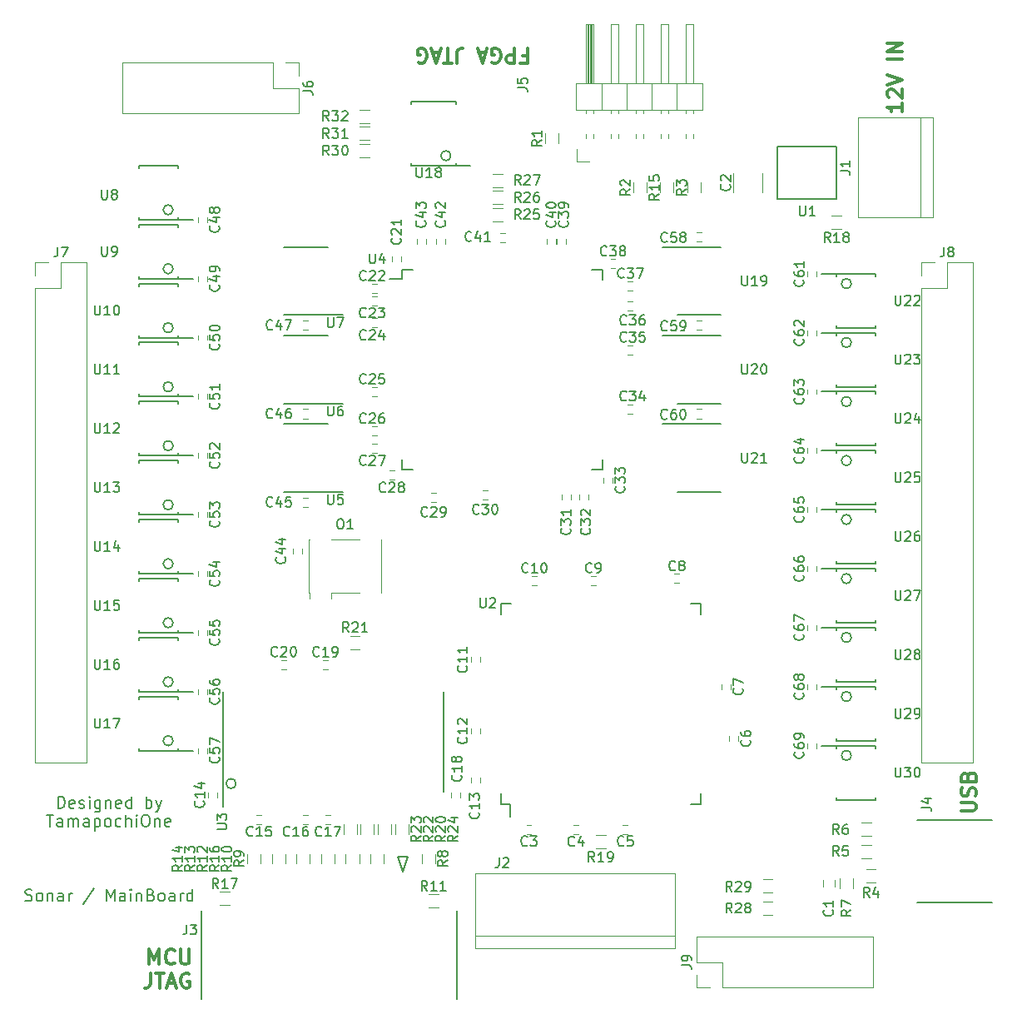
<source format=gto>
G04 #@! TF.FileFunction,Legend,Top*
%FSLAX46Y46*%
G04 Gerber Fmt 4.6, Leading zero omitted, Abs format (unit mm)*
G04 Created by KiCad (PCBNEW 4.0.1-stable) date 2017/12/18 12:10:38*
%MOMM*%
G01*
G04 APERTURE LIST*
%ADD10C,0.100000*%
%ADD11C,0.300000*%
%ADD12C,0.200000*%
%ADD13C,0.120000*%
%ADD14C,0.150000*%
G04 APERTURE END LIST*
D10*
D11*
X96678571Y-79892857D02*
X97892857Y-79892857D01*
X98035714Y-79821429D01*
X98107143Y-79750000D01*
X98178571Y-79607143D01*
X98178571Y-79321429D01*
X98107143Y-79178571D01*
X98035714Y-79107143D01*
X97892857Y-79035714D01*
X96678571Y-79035714D01*
X98107143Y-78392857D02*
X98178571Y-78178571D01*
X98178571Y-77821428D01*
X98107143Y-77678571D01*
X98035714Y-77607142D01*
X97892857Y-77535714D01*
X97750000Y-77535714D01*
X97607143Y-77607142D01*
X97535714Y-77678571D01*
X97464286Y-77821428D01*
X97392857Y-78107142D01*
X97321429Y-78250000D01*
X97250000Y-78321428D01*
X97107143Y-78392857D01*
X96964286Y-78392857D01*
X96821429Y-78321428D01*
X96750000Y-78250000D01*
X96678571Y-78107142D01*
X96678571Y-77750000D01*
X96750000Y-77535714D01*
X97392857Y-76392857D02*
X97464286Y-76178571D01*
X97535714Y-76107143D01*
X97678571Y-76035714D01*
X97892857Y-76035714D01*
X98035714Y-76107143D01*
X98107143Y-76178571D01*
X98178571Y-76321429D01*
X98178571Y-76892857D01*
X96678571Y-76892857D01*
X96678571Y-76392857D01*
X96750000Y-76250000D01*
X96821429Y-76178571D01*
X96964286Y-76107143D01*
X97107143Y-76107143D01*
X97250000Y-76178571D01*
X97321429Y-76250000D01*
X97392857Y-76392857D01*
X97392857Y-76892857D01*
X14071428Y-95478571D02*
X14071428Y-93978571D01*
X14571428Y-95050000D01*
X15071428Y-93978571D01*
X15071428Y-95478571D01*
X16642857Y-95335714D02*
X16571428Y-95407143D01*
X16357142Y-95478571D01*
X16214285Y-95478571D01*
X16000000Y-95407143D01*
X15857142Y-95264286D01*
X15785714Y-95121429D01*
X15714285Y-94835714D01*
X15714285Y-94621429D01*
X15785714Y-94335714D01*
X15857142Y-94192857D01*
X16000000Y-94050000D01*
X16214285Y-93978571D01*
X16357142Y-93978571D01*
X16571428Y-94050000D01*
X16642857Y-94121429D01*
X17285714Y-93978571D02*
X17285714Y-95192857D01*
X17357142Y-95335714D01*
X17428571Y-95407143D01*
X17571428Y-95478571D01*
X17857142Y-95478571D01*
X18000000Y-95407143D01*
X18071428Y-95335714D01*
X18142857Y-95192857D01*
X18142857Y-93978571D01*
X14214286Y-96378571D02*
X14214286Y-97450000D01*
X14142858Y-97664286D01*
X14000001Y-97807143D01*
X13785715Y-97878571D01*
X13642858Y-97878571D01*
X14714286Y-96378571D02*
X15571429Y-96378571D01*
X15142858Y-97878571D02*
X15142858Y-96378571D01*
X16000000Y-97450000D02*
X16714286Y-97450000D01*
X15857143Y-97878571D02*
X16357143Y-96378571D01*
X16857143Y-97878571D01*
X18142857Y-96450000D02*
X18000000Y-96378571D01*
X17785714Y-96378571D01*
X17571429Y-96450000D01*
X17428571Y-96592857D01*
X17357143Y-96735714D01*
X17285714Y-97021429D01*
X17285714Y-97235714D01*
X17357143Y-97521429D01*
X17428571Y-97664286D01*
X17571429Y-97807143D01*
X17785714Y-97878571D01*
X17928571Y-97878571D01*
X18142857Y-97807143D01*
X18214286Y-97735714D01*
X18214286Y-97235714D01*
X17928571Y-97235714D01*
X52035713Y-3107143D02*
X52535713Y-3107143D01*
X52535713Y-2321429D02*
X52535713Y-3821429D01*
X51821427Y-3821429D01*
X51249999Y-2321429D02*
X51249999Y-3821429D01*
X50678571Y-3821429D01*
X50535713Y-3750000D01*
X50464285Y-3678571D01*
X50392856Y-3535714D01*
X50392856Y-3321429D01*
X50464285Y-3178571D01*
X50535713Y-3107143D01*
X50678571Y-3035714D01*
X51249999Y-3035714D01*
X48964285Y-3750000D02*
X49107142Y-3821429D01*
X49321428Y-3821429D01*
X49535713Y-3750000D01*
X49678571Y-3607143D01*
X49749999Y-3464286D01*
X49821428Y-3178571D01*
X49821428Y-2964286D01*
X49749999Y-2678571D01*
X49678571Y-2535714D01*
X49535713Y-2392857D01*
X49321428Y-2321429D01*
X49178571Y-2321429D01*
X48964285Y-2392857D01*
X48892856Y-2464286D01*
X48892856Y-2964286D01*
X49178571Y-2964286D01*
X48321428Y-2750000D02*
X47607142Y-2750000D01*
X48464285Y-2321429D02*
X47964285Y-3821429D01*
X47464285Y-2321429D01*
X45392857Y-3821429D02*
X45392857Y-2750000D01*
X45464285Y-2535714D01*
X45607142Y-2392857D01*
X45821428Y-2321429D01*
X45964285Y-2321429D01*
X44892857Y-3821429D02*
X44035714Y-3821429D01*
X44464285Y-2321429D02*
X44464285Y-3821429D01*
X43607143Y-2750000D02*
X42892857Y-2750000D01*
X43750000Y-2321429D02*
X43250000Y-3821429D01*
X42750000Y-2321429D01*
X41464286Y-3750000D02*
X41607143Y-3821429D01*
X41821429Y-3821429D01*
X42035714Y-3750000D01*
X42178572Y-3607143D01*
X42250000Y-3464286D01*
X42321429Y-3178571D01*
X42321429Y-2964286D01*
X42250000Y-2678571D01*
X42178572Y-2535714D01*
X42035714Y-2392857D01*
X41821429Y-2321429D01*
X41678572Y-2321429D01*
X41464286Y-2392857D01*
X41392857Y-2464286D01*
X41392857Y-2964286D01*
X41678572Y-2964286D01*
X90678571Y-7892857D02*
X90678571Y-8750000D01*
X90678571Y-8321428D02*
X89178571Y-8321428D01*
X89392857Y-8464285D01*
X89535714Y-8607143D01*
X89607143Y-8750000D01*
X89321429Y-7321429D02*
X89250000Y-7250000D01*
X89178571Y-7107143D01*
X89178571Y-6750000D01*
X89250000Y-6607143D01*
X89321429Y-6535714D01*
X89464286Y-6464286D01*
X89607143Y-6464286D01*
X89821429Y-6535714D01*
X90678571Y-7392857D01*
X90678571Y-6464286D01*
X89178571Y-6035715D02*
X90678571Y-5535715D01*
X89178571Y-5035715D01*
X90678571Y-3392858D02*
X89178571Y-3392858D01*
X90678571Y-2678572D02*
X89178571Y-2678572D01*
X90678571Y-1821429D01*
X89178571Y-1821429D01*
D12*
X1457143Y-88985714D02*
X1628572Y-89042857D01*
X1914286Y-89042857D01*
X2028572Y-88985714D01*
X2085715Y-88928571D01*
X2142858Y-88814286D01*
X2142858Y-88700000D01*
X2085715Y-88585714D01*
X2028572Y-88528571D01*
X1914286Y-88471429D01*
X1685715Y-88414286D01*
X1571429Y-88357143D01*
X1514286Y-88300000D01*
X1457143Y-88185714D01*
X1457143Y-88071429D01*
X1514286Y-87957143D01*
X1571429Y-87900000D01*
X1685715Y-87842857D01*
X1971429Y-87842857D01*
X2142858Y-87900000D01*
X2828572Y-89042857D02*
X2714286Y-88985714D01*
X2657143Y-88928571D01*
X2600000Y-88814286D01*
X2600000Y-88471429D01*
X2657143Y-88357143D01*
X2714286Y-88300000D01*
X2828572Y-88242857D01*
X3000000Y-88242857D01*
X3114286Y-88300000D01*
X3171429Y-88357143D01*
X3228572Y-88471429D01*
X3228572Y-88814286D01*
X3171429Y-88928571D01*
X3114286Y-88985714D01*
X3000000Y-89042857D01*
X2828572Y-89042857D01*
X3742857Y-88242857D02*
X3742857Y-89042857D01*
X3742857Y-88357143D02*
X3800000Y-88300000D01*
X3914286Y-88242857D01*
X4085714Y-88242857D01*
X4200000Y-88300000D01*
X4257143Y-88414286D01*
X4257143Y-89042857D01*
X5342857Y-89042857D02*
X5342857Y-88414286D01*
X5285714Y-88300000D01*
X5171428Y-88242857D01*
X4942857Y-88242857D01*
X4828571Y-88300000D01*
X5342857Y-88985714D02*
X5228571Y-89042857D01*
X4942857Y-89042857D01*
X4828571Y-88985714D01*
X4771428Y-88871429D01*
X4771428Y-88757143D01*
X4828571Y-88642857D01*
X4942857Y-88585714D01*
X5228571Y-88585714D01*
X5342857Y-88528571D01*
X5914285Y-89042857D02*
X5914285Y-88242857D01*
X5914285Y-88471429D02*
X5971428Y-88357143D01*
X6028571Y-88300000D01*
X6142857Y-88242857D01*
X6257142Y-88242857D01*
X8428571Y-87785714D02*
X7400000Y-89328571D01*
X9742857Y-89042857D02*
X9742857Y-87842857D01*
X10142857Y-88700000D01*
X10542857Y-87842857D01*
X10542857Y-89042857D01*
X11628572Y-89042857D02*
X11628572Y-88414286D01*
X11571429Y-88300000D01*
X11457143Y-88242857D01*
X11228572Y-88242857D01*
X11114286Y-88300000D01*
X11628572Y-88985714D02*
X11514286Y-89042857D01*
X11228572Y-89042857D01*
X11114286Y-88985714D01*
X11057143Y-88871429D01*
X11057143Y-88757143D01*
X11114286Y-88642857D01*
X11228572Y-88585714D01*
X11514286Y-88585714D01*
X11628572Y-88528571D01*
X12200000Y-89042857D02*
X12200000Y-88242857D01*
X12200000Y-87842857D02*
X12142857Y-87900000D01*
X12200000Y-87957143D01*
X12257143Y-87900000D01*
X12200000Y-87842857D01*
X12200000Y-87957143D01*
X12771429Y-88242857D02*
X12771429Y-89042857D01*
X12771429Y-88357143D02*
X12828572Y-88300000D01*
X12942858Y-88242857D01*
X13114286Y-88242857D01*
X13228572Y-88300000D01*
X13285715Y-88414286D01*
X13285715Y-89042857D01*
X14257143Y-88414286D02*
X14428572Y-88471429D01*
X14485715Y-88528571D01*
X14542858Y-88642857D01*
X14542858Y-88814286D01*
X14485715Y-88928571D01*
X14428572Y-88985714D01*
X14314286Y-89042857D01*
X13857143Y-89042857D01*
X13857143Y-87842857D01*
X14257143Y-87842857D01*
X14371429Y-87900000D01*
X14428572Y-87957143D01*
X14485715Y-88071429D01*
X14485715Y-88185714D01*
X14428572Y-88300000D01*
X14371429Y-88357143D01*
X14257143Y-88414286D01*
X13857143Y-88414286D01*
X15228572Y-89042857D02*
X15114286Y-88985714D01*
X15057143Y-88928571D01*
X15000000Y-88814286D01*
X15000000Y-88471429D01*
X15057143Y-88357143D01*
X15114286Y-88300000D01*
X15228572Y-88242857D01*
X15400000Y-88242857D01*
X15514286Y-88300000D01*
X15571429Y-88357143D01*
X15628572Y-88471429D01*
X15628572Y-88814286D01*
X15571429Y-88928571D01*
X15514286Y-88985714D01*
X15400000Y-89042857D01*
X15228572Y-89042857D01*
X16657143Y-89042857D02*
X16657143Y-88414286D01*
X16600000Y-88300000D01*
X16485714Y-88242857D01*
X16257143Y-88242857D01*
X16142857Y-88300000D01*
X16657143Y-88985714D02*
X16542857Y-89042857D01*
X16257143Y-89042857D01*
X16142857Y-88985714D01*
X16085714Y-88871429D01*
X16085714Y-88757143D01*
X16142857Y-88642857D01*
X16257143Y-88585714D01*
X16542857Y-88585714D01*
X16657143Y-88528571D01*
X17228571Y-89042857D02*
X17228571Y-88242857D01*
X17228571Y-88471429D02*
X17285714Y-88357143D01*
X17342857Y-88300000D01*
X17457143Y-88242857D01*
X17571428Y-88242857D01*
X18485714Y-89042857D02*
X18485714Y-87842857D01*
X18485714Y-88985714D02*
X18371428Y-89042857D01*
X18142857Y-89042857D01*
X18028571Y-88985714D01*
X17971428Y-88928571D01*
X17914285Y-88814286D01*
X17914285Y-88471429D01*
X17971428Y-88357143D01*
X18028571Y-88300000D01*
X18142857Y-88242857D01*
X18371428Y-88242857D01*
X18485714Y-88300000D01*
X4800000Y-79602857D02*
X4800000Y-78402857D01*
X5085715Y-78402857D01*
X5257143Y-78460000D01*
X5371429Y-78574286D01*
X5428572Y-78688571D01*
X5485715Y-78917143D01*
X5485715Y-79088571D01*
X5428572Y-79317143D01*
X5371429Y-79431429D01*
X5257143Y-79545714D01*
X5085715Y-79602857D01*
X4800000Y-79602857D01*
X6457143Y-79545714D02*
X6342857Y-79602857D01*
X6114286Y-79602857D01*
X6000000Y-79545714D01*
X5942857Y-79431429D01*
X5942857Y-78974286D01*
X6000000Y-78860000D01*
X6114286Y-78802857D01*
X6342857Y-78802857D01*
X6457143Y-78860000D01*
X6514286Y-78974286D01*
X6514286Y-79088571D01*
X5942857Y-79202857D01*
X6971428Y-79545714D02*
X7085714Y-79602857D01*
X7314286Y-79602857D01*
X7428571Y-79545714D01*
X7485714Y-79431429D01*
X7485714Y-79374286D01*
X7428571Y-79260000D01*
X7314286Y-79202857D01*
X7142857Y-79202857D01*
X7028571Y-79145714D01*
X6971428Y-79031429D01*
X6971428Y-78974286D01*
X7028571Y-78860000D01*
X7142857Y-78802857D01*
X7314286Y-78802857D01*
X7428571Y-78860000D01*
X8000000Y-79602857D02*
X8000000Y-78802857D01*
X8000000Y-78402857D02*
X7942857Y-78460000D01*
X8000000Y-78517143D01*
X8057143Y-78460000D01*
X8000000Y-78402857D01*
X8000000Y-78517143D01*
X9085715Y-78802857D02*
X9085715Y-79774286D01*
X9028572Y-79888571D01*
X8971429Y-79945714D01*
X8857144Y-80002857D01*
X8685715Y-80002857D01*
X8571429Y-79945714D01*
X9085715Y-79545714D02*
X8971429Y-79602857D01*
X8742858Y-79602857D01*
X8628572Y-79545714D01*
X8571429Y-79488571D01*
X8514286Y-79374286D01*
X8514286Y-79031429D01*
X8571429Y-78917143D01*
X8628572Y-78860000D01*
X8742858Y-78802857D01*
X8971429Y-78802857D01*
X9085715Y-78860000D01*
X9657143Y-78802857D02*
X9657143Y-79602857D01*
X9657143Y-78917143D02*
X9714286Y-78860000D01*
X9828572Y-78802857D01*
X10000000Y-78802857D01*
X10114286Y-78860000D01*
X10171429Y-78974286D01*
X10171429Y-79602857D01*
X11200000Y-79545714D02*
X11085714Y-79602857D01*
X10857143Y-79602857D01*
X10742857Y-79545714D01*
X10685714Y-79431429D01*
X10685714Y-78974286D01*
X10742857Y-78860000D01*
X10857143Y-78802857D01*
X11085714Y-78802857D01*
X11200000Y-78860000D01*
X11257143Y-78974286D01*
X11257143Y-79088571D01*
X10685714Y-79202857D01*
X12285714Y-79602857D02*
X12285714Y-78402857D01*
X12285714Y-79545714D02*
X12171428Y-79602857D01*
X11942857Y-79602857D01*
X11828571Y-79545714D01*
X11771428Y-79488571D01*
X11714285Y-79374286D01*
X11714285Y-79031429D01*
X11771428Y-78917143D01*
X11828571Y-78860000D01*
X11942857Y-78802857D01*
X12171428Y-78802857D01*
X12285714Y-78860000D01*
X13771428Y-79602857D02*
X13771428Y-78402857D01*
X13771428Y-78860000D02*
X13885714Y-78802857D01*
X14114285Y-78802857D01*
X14228571Y-78860000D01*
X14285714Y-78917143D01*
X14342857Y-79031429D01*
X14342857Y-79374286D01*
X14285714Y-79488571D01*
X14228571Y-79545714D01*
X14114285Y-79602857D01*
X13885714Y-79602857D01*
X13771428Y-79545714D01*
X14742857Y-78802857D02*
X15028571Y-79602857D01*
X15314285Y-78802857D02*
X15028571Y-79602857D01*
X14914285Y-79888571D01*
X14857142Y-79945714D01*
X14742857Y-80002857D01*
X3657144Y-80282857D02*
X4342858Y-80282857D01*
X4000001Y-81482857D02*
X4000001Y-80282857D01*
X5257144Y-81482857D02*
X5257144Y-80854286D01*
X5200001Y-80740000D01*
X5085715Y-80682857D01*
X4857144Y-80682857D01*
X4742858Y-80740000D01*
X5257144Y-81425714D02*
X5142858Y-81482857D01*
X4857144Y-81482857D01*
X4742858Y-81425714D01*
X4685715Y-81311429D01*
X4685715Y-81197143D01*
X4742858Y-81082857D01*
X4857144Y-81025714D01*
X5142858Y-81025714D01*
X5257144Y-80968571D01*
X5828572Y-81482857D02*
X5828572Y-80682857D01*
X5828572Y-80797143D02*
X5885715Y-80740000D01*
X6000001Y-80682857D01*
X6171429Y-80682857D01*
X6285715Y-80740000D01*
X6342858Y-80854286D01*
X6342858Y-81482857D01*
X6342858Y-80854286D02*
X6400001Y-80740000D01*
X6514287Y-80682857D01*
X6685715Y-80682857D01*
X6800001Y-80740000D01*
X6857144Y-80854286D01*
X6857144Y-81482857D01*
X7942858Y-81482857D02*
X7942858Y-80854286D01*
X7885715Y-80740000D01*
X7771429Y-80682857D01*
X7542858Y-80682857D01*
X7428572Y-80740000D01*
X7942858Y-81425714D02*
X7828572Y-81482857D01*
X7542858Y-81482857D01*
X7428572Y-81425714D01*
X7371429Y-81311429D01*
X7371429Y-81197143D01*
X7428572Y-81082857D01*
X7542858Y-81025714D01*
X7828572Y-81025714D01*
X7942858Y-80968571D01*
X8514286Y-80682857D02*
X8514286Y-81882857D01*
X8514286Y-80740000D02*
X8628572Y-80682857D01*
X8857143Y-80682857D01*
X8971429Y-80740000D01*
X9028572Y-80797143D01*
X9085715Y-80911429D01*
X9085715Y-81254286D01*
X9028572Y-81368571D01*
X8971429Y-81425714D01*
X8857143Y-81482857D01*
X8628572Y-81482857D01*
X8514286Y-81425714D01*
X9771429Y-81482857D02*
X9657143Y-81425714D01*
X9600000Y-81368571D01*
X9542857Y-81254286D01*
X9542857Y-80911429D01*
X9600000Y-80797143D01*
X9657143Y-80740000D01*
X9771429Y-80682857D01*
X9942857Y-80682857D01*
X10057143Y-80740000D01*
X10114286Y-80797143D01*
X10171429Y-80911429D01*
X10171429Y-81254286D01*
X10114286Y-81368571D01*
X10057143Y-81425714D01*
X9942857Y-81482857D01*
X9771429Y-81482857D01*
X11200000Y-81425714D02*
X11085714Y-81482857D01*
X10857143Y-81482857D01*
X10742857Y-81425714D01*
X10685714Y-81368571D01*
X10628571Y-81254286D01*
X10628571Y-80911429D01*
X10685714Y-80797143D01*
X10742857Y-80740000D01*
X10857143Y-80682857D01*
X11085714Y-80682857D01*
X11200000Y-80740000D01*
X11714285Y-81482857D02*
X11714285Y-80282857D01*
X12228571Y-81482857D02*
X12228571Y-80854286D01*
X12171428Y-80740000D01*
X12057142Y-80682857D01*
X11885714Y-80682857D01*
X11771428Y-80740000D01*
X11714285Y-80797143D01*
X12799999Y-81482857D02*
X12799999Y-80682857D01*
X12799999Y-80282857D02*
X12742856Y-80340000D01*
X12799999Y-80397143D01*
X12857142Y-80340000D01*
X12799999Y-80282857D01*
X12799999Y-80397143D01*
X13600000Y-80282857D02*
X13828571Y-80282857D01*
X13942857Y-80340000D01*
X14057143Y-80454286D01*
X14114285Y-80682857D01*
X14114285Y-81082857D01*
X14057143Y-81311429D01*
X13942857Y-81425714D01*
X13828571Y-81482857D01*
X13600000Y-81482857D01*
X13485714Y-81425714D01*
X13371428Y-81311429D01*
X13314285Y-81082857D01*
X13314285Y-80682857D01*
X13371428Y-80454286D01*
X13485714Y-80340000D01*
X13600000Y-80282857D01*
X14628571Y-80682857D02*
X14628571Y-81482857D01*
X14628571Y-80797143D02*
X14685714Y-80740000D01*
X14800000Y-80682857D01*
X14971428Y-80682857D01*
X15085714Y-80740000D01*
X15142857Y-80854286D01*
X15142857Y-81482857D01*
X16171428Y-81425714D02*
X16057142Y-81482857D01*
X15828571Y-81482857D01*
X15714285Y-81425714D01*
X15657142Y-81311429D01*
X15657142Y-80854286D01*
X15714285Y-80740000D01*
X15828571Y-80682857D01*
X16057142Y-80682857D01*
X16171428Y-80740000D01*
X16228571Y-80854286D01*
X16228571Y-80968571D01*
X15657142Y-81082857D01*
D13*
X87690000Y-97850000D02*
X87690000Y-92650000D01*
X72390000Y-97850000D02*
X87690000Y-97850000D01*
X69790000Y-92650000D02*
X87690000Y-92650000D01*
X72390000Y-97850000D02*
X72390000Y-95250000D01*
X72390000Y-95250000D02*
X69790000Y-95250000D01*
X69790000Y-95250000D02*
X69790000Y-92650000D01*
X71120000Y-97850000D02*
X69790000Y-97850000D01*
X69790000Y-97850000D02*
X69790000Y-96520000D01*
D14*
X67775000Y-29450000D02*
X72225000Y-29450000D01*
X66250000Y-22550000D02*
X72225000Y-22550000D01*
X39825000Y-24825000D02*
X39825000Y-25800000D01*
X60175000Y-24825000D02*
X60175000Y-25875000D01*
X60175000Y-45175000D02*
X60175000Y-44125000D01*
X39825000Y-45175000D02*
X39825000Y-44125000D01*
X39825000Y-24825000D02*
X40875000Y-24825000D01*
X39825000Y-45175000D02*
X40875000Y-45175000D01*
X60175000Y-45175000D02*
X59125000Y-45175000D01*
X60175000Y-24825000D02*
X59125000Y-24825000D01*
X39825000Y-25800000D02*
X38525000Y-25800000D01*
D13*
X87500000Y-84680000D02*
X86500000Y-84680000D01*
X86500000Y-83320000D02*
X87500000Y-83320000D01*
D14*
X49825000Y-79175000D02*
X50800000Y-79175000D01*
X49825000Y-58825000D02*
X50875000Y-58825000D01*
X70175000Y-58825000D02*
X69125000Y-58825000D01*
X70175000Y-79175000D02*
X69125000Y-79175000D01*
X49825000Y-79175000D02*
X49825000Y-78125000D01*
X70175000Y-79175000D02*
X70175000Y-78125000D01*
X70175000Y-58825000D02*
X70175000Y-59875000D01*
X49825000Y-58825000D02*
X49825000Y-59875000D01*
X50800000Y-79175000D02*
X50800000Y-80475000D01*
D13*
X47220000Y-86190000D02*
X47220000Y-93810000D01*
X67540000Y-93810000D02*
X67540000Y-86190000D01*
X67540000Y-92540000D02*
X47220000Y-92540000D01*
X47220000Y-86190000D02*
X67540000Y-86190000D01*
X47220000Y-93810000D02*
X67540000Y-93810000D01*
D14*
X22900000Y-77100000D02*
G75*
G03X22900000Y-77100000I-500000J0D01*
G01*
X21600000Y-77900000D02*
X21600000Y-79500000D01*
X21600000Y-67800000D02*
X21600000Y-77900000D01*
X44000000Y-77900000D02*
X44000000Y-67800000D01*
X39880000Y-86030000D02*
X39380000Y-84530000D01*
X39380000Y-84530000D02*
X40380000Y-84530000D01*
X40380000Y-84530000D02*
X39880000Y-86030000D01*
X19380000Y-99000000D02*
X19380000Y-90000000D01*
X45380000Y-90000000D02*
X45380000Y-99000000D01*
X84000000Y-73250000D02*
X82500000Y-73250000D01*
X85500000Y-74250000D02*
G75*
G03X85500000Y-74250000I-500000J0D01*
G01*
X84000000Y-78500000D02*
X84000000Y-78750000D01*
X84000000Y-78750000D02*
X88000000Y-78750000D01*
X88000000Y-78750000D02*
X88000000Y-78500000D01*
X84000000Y-73500000D02*
X84000000Y-73250000D01*
X84000000Y-73250000D02*
X88000000Y-73250000D01*
X88000000Y-73250000D02*
X88000000Y-73500000D01*
X84000000Y-67250000D02*
X82500000Y-67250000D01*
X85500000Y-68250000D02*
G75*
G03X85500000Y-68250000I-500000J0D01*
G01*
X84000000Y-72500000D02*
X84000000Y-72750000D01*
X84000000Y-72750000D02*
X88000000Y-72750000D01*
X88000000Y-72750000D02*
X88000000Y-72500000D01*
X84000000Y-67500000D02*
X84000000Y-67250000D01*
X84000000Y-67250000D02*
X88000000Y-67250000D01*
X88000000Y-67250000D02*
X88000000Y-67500000D01*
X84000000Y-61250000D02*
X82500000Y-61250000D01*
X85500000Y-62250000D02*
G75*
G03X85500000Y-62250000I-500000J0D01*
G01*
X84000000Y-66500000D02*
X84000000Y-66750000D01*
X84000000Y-66750000D02*
X88000000Y-66750000D01*
X88000000Y-66750000D02*
X88000000Y-66500000D01*
X84000000Y-61500000D02*
X84000000Y-61250000D01*
X84000000Y-61250000D02*
X88000000Y-61250000D01*
X88000000Y-61250000D02*
X88000000Y-61500000D01*
X84000000Y-55250000D02*
X82500000Y-55250000D01*
X85500000Y-56250000D02*
G75*
G03X85500000Y-56250000I-500000J0D01*
G01*
X84000000Y-60500000D02*
X84000000Y-60750000D01*
X84000000Y-60750000D02*
X88000000Y-60750000D01*
X88000000Y-60750000D02*
X88000000Y-60500000D01*
X84000000Y-55500000D02*
X84000000Y-55250000D01*
X84000000Y-55250000D02*
X88000000Y-55250000D01*
X88000000Y-55250000D02*
X88000000Y-55500000D01*
X84000000Y-49250000D02*
X82500000Y-49250000D01*
X85500000Y-50250000D02*
G75*
G03X85500000Y-50250000I-500000J0D01*
G01*
X84000000Y-54500000D02*
X84000000Y-54750000D01*
X84000000Y-54750000D02*
X88000000Y-54750000D01*
X88000000Y-54750000D02*
X88000000Y-54500000D01*
X84000000Y-49500000D02*
X84000000Y-49250000D01*
X84000000Y-49250000D02*
X88000000Y-49250000D01*
X88000000Y-49250000D02*
X88000000Y-49500000D01*
X84000000Y-43250000D02*
X82500000Y-43250000D01*
X85500000Y-44250000D02*
G75*
G03X85500000Y-44250000I-500000J0D01*
G01*
X84000000Y-48500000D02*
X84000000Y-48750000D01*
X84000000Y-48750000D02*
X88000000Y-48750000D01*
X88000000Y-48750000D02*
X88000000Y-48500000D01*
X84000000Y-43500000D02*
X84000000Y-43250000D01*
X84000000Y-43250000D02*
X88000000Y-43250000D01*
X88000000Y-43250000D02*
X88000000Y-43500000D01*
X84000000Y-37250000D02*
X82500000Y-37250000D01*
X85500000Y-38250000D02*
G75*
G03X85500000Y-38250000I-500000J0D01*
G01*
X84000000Y-42500000D02*
X84000000Y-42750000D01*
X84000000Y-42750000D02*
X88000000Y-42750000D01*
X88000000Y-42750000D02*
X88000000Y-42500000D01*
X84000000Y-37500000D02*
X84000000Y-37250000D01*
X84000000Y-37250000D02*
X88000000Y-37250000D01*
X88000000Y-37250000D02*
X88000000Y-37500000D01*
X84000000Y-31250000D02*
X82500000Y-31250000D01*
X85500000Y-32250000D02*
G75*
G03X85500000Y-32250000I-500000J0D01*
G01*
X84000000Y-36500000D02*
X84000000Y-36750000D01*
X84000000Y-36750000D02*
X88000000Y-36750000D01*
X88000000Y-36750000D02*
X88000000Y-36500000D01*
X84000000Y-31500000D02*
X84000000Y-31250000D01*
X84000000Y-31250000D02*
X88000000Y-31250000D01*
X88000000Y-31250000D02*
X88000000Y-31500000D01*
X84000000Y-25250000D02*
X82500000Y-25250000D01*
X85500000Y-26250000D02*
G75*
G03X85500000Y-26250000I-500000J0D01*
G01*
X84000000Y-30500000D02*
X84000000Y-30750000D01*
X84000000Y-30750000D02*
X88000000Y-30750000D01*
X88000000Y-30750000D02*
X88000000Y-30500000D01*
X84000000Y-25500000D02*
X84000000Y-25250000D01*
X84000000Y-25250000D02*
X88000000Y-25250000D01*
X88000000Y-25250000D02*
X88000000Y-25500000D01*
X67775000Y-47450000D02*
X72225000Y-47450000D01*
X66250000Y-40550000D02*
X72225000Y-40550000D01*
X67775000Y-38450000D02*
X72225000Y-38450000D01*
X66250000Y-31550000D02*
X72225000Y-31550000D01*
X45250000Y-14250000D02*
X46700000Y-14250000D01*
X45250000Y-8000000D02*
X45250000Y-7750000D01*
X45250000Y-7750000D02*
X40750000Y-7750000D01*
X40750000Y-7750000D02*
X40750000Y-8000000D01*
X45250000Y-14000000D02*
X45250000Y-14250000D01*
X45250000Y-14250000D02*
X40750000Y-14250000D01*
X40750000Y-14250000D02*
X40750000Y-14000000D01*
X44750000Y-13250000D02*
G75*
G03X44750000Y-13250000I-500000J0D01*
G01*
X17000000Y-73750000D02*
X18500000Y-73750000D01*
X16500000Y-72750000D02*
G75*
G03X16500000Y-72750000I-500000J0D01*
G01*
X17000000Y-68500000D02*
X17000000Y-68250000D01*
X17000000Y-68250000D02*
X13000000Y-68250000D01*
X13000000Y-68250000D02*
X13000000Y-68500000D01*
X17000000Y-73500000D02*
X17000000Y-73750000D01*
X17000000Y-73750000D02*
X13000000Y-73750000D01*
X13000000Y-73750000D02*
X13000000Y-73500000D01*
X17000000Y-67750000D02*
X18500000Y-67750000D01*
X16500000Y-66750000D02*
G75*
G03X16500000Y-66750000I-500000J0D01*
G01*
X17000000Y-62500000D02*
X17000000Y-62250000D01*
X17000000Y-62250000D02*
X13000000Y-62250000D01*
X13000000Y-62250000D02*
X13000000Y-62500000D01*
X17000000Y-67500000D02*
X17000000Y-67750000D01*
X17000000Y-67750000D02*
X13000000Y-67750000D01*
X13000000Y-67750000D02*
X13000000Y-67500000D01*
X17000000Y-61750000D02*
X18500000Y-61750000D01*
X16500000Y-60750000D02*
G75*
G03X16500000Y-60750000I-500000J0D01*
G01*
X17000000Y-56500000D02*
X17000000Y-56250000D01*
X17000000Y-56250000D02*
X13000000Y-56250000D01*
X13000000Y-56250000D02*
X13000000Y-56500000D01*
X17000000Y-61500000D02*
X17000000Y-61750000D01*
X17000000Y-61750000D02*
X13000000Y-61750000D01*
X13000000Y-61750000D02*
X13000000Y-61500000D01*
X17000000Y-55750000D02*
X18500000Y-55750000D01*
X16500000Y-54750000D02*
G75*
G03X16500000Y-54750000I-500000J0D01*
G01*
X17000000Y-50500000D02*
X17000000Y-50250000D01*
X17000000Y-50250000D02*
X13000000Y-50250000D01*
X13000000Y-50250000D02*
X13000000Y-50500000D01*
X17000000Y-55500000D02*
X17000000Y-55750000D01*
X17000000Y-55750000D02*
X13000000Y-55750000D01*
X13000000Y-55750000D02*
X13000000Y-55500000D01*
X17000000Y-49750000D02*
X18500000Y-49750000D01*
X16500000Y-48750000D02*
G75*
G03X16500000Y-48750000I-500000J0D01*
G01*
X17000000Y-44500000D02*
X17000000Y-44250000D01*
X17000000Y-44250000D02*
X13000000Y-44250000D01*
X13000000Y-44250000D02*
X13000000Y-44500000D01*
X17000000Y-49500000D02*
X17000000Y-49750000D01*
X17000000Y-49750000D02*
X13000000Y-49750000D01*
X13000000Y-49750000D02*
X13000000Y-49500000D01*
X17000000Y-43750000D02*
X18500000Y-43750000D01*
X16500000Y-42750000D02*
G75*
G03X16500000Y-42750000I-500000J0D01*
G01*
X17000000Y-38500000D02*
X17000000Y-38250000D01*
X17000000Y-38250000D02*
X13000000Y-38250000D01*
X13000000Y-38250000D02*
X13000000Y-38500000D01*
X17000000Y-43500000D02*
X17000000Y-43750000D01*
X17000000Y-43750000D02*
X13000000Y-43750000D01*
X13000000Y-43750000D02*
X13000000Y-43500000D01*
X17000000Y-37750000D02*
X18500000Y-37750000D01*
X16500000Y-36750000D02*
G75*
G03X16500000Y-36750000I-500000J0D01*
G01*
X17000000Y-32500000D02*
X17000000Y-32250000D01*
X17000000Y-32250000D02*
X13000000Y-32250000D01*
X13000000Y-32250000D02*
X13000000Y-32500000D01*
X17000000Y-37500000D02*
X17000000Y-37750000D01*
X17000000Y-37750000D02*
X13000000Y-37750000D01*
X13000000Y-37750000D02*
X13000000Y-37500000D01*
X17000000Y-31750000D02*
X18500000Y-31750000D01*
X16500000Y-30750000D02*
G75*
G03X16500000Y-30750000I-500000J0D01*
G01*
X17000000Y-26500000D02*
X17000000Y-26250000D01*
X17000000Y-26250000D02*
X13000000Y-26250000D01*
X13000000Y-26250000D02*
X13000000Y-26500000D01*
X17000000Y-31500000D02*
X17000000Y-31750000D01*
X17000000Y-31750000D02*
X13000000Y-31750000D01*
X13000000Y-31750000D02*
X13000000Y-31500000D01*
X17000000Y-25750000D02*
X18500000Y-25750000D01*
X16500000Y-24750000D02*
G75*
G03X16500000Y-24750000I-500000J0D01*
G01*
X17000000Y-20500000D02*
X17000000Y-20250000D01*
X17000000Y-20250000D02*
X13000000Y-20250000D01*
X13000000Y-20250000D02*
X13000000Y-20500000D01*
X17000000Y-25500000D02*
X17000000Y-25750000D01*
X17000000Y-25750000D02*
X13000000Y-25750000D01*
X13000000Y-25750000D02*
X13000000Y-25500000D01*
X17000000Y-19750000D02*
X18500000Y-19750000D01*
X16500000Y-18750000D02*
G75*
G03X16500000Y-18750000I-500000J0D01*
G01*
X17000000Y-14500000D02*
X17000000Y-14250000D01*
X17000000Y-14250000D02*
X13000000Y-14250000D01*
X13000000Y-14250000D02*
X13000000Y-14500000D01*
X17000000Y-19500000D02*
X17000000Y-19750000D01*
X17000000Y-19750000D02*
X13000000Y-19750000D01*
X13000000Y-19750000D02*
X13000000Y-19500000D01*
X32225000Y-22550000D02*
X27775000Y-22550000D01*
X33750000Y-29450000D02*
X27775000Y-29450000D01*
X32225000Y-31550000D02*
X27775000Y-31550000D01*
X33750000Y-38450000D02*
X27775000Y-38450000D01*
X32225000Y-40550000D02*
X27775000Y-40550000D01*
X33750000Y-47450000D02*
X27775000Y-47450000D01*
D13*
X36500000Y-9930000D02*
X35500000Y-9930000D01*
X35500000Y-8570000D02*
X36500000Y-8570000D01*
X36500000Y-11680000D02*
X35500000Y-11680000D01*
X35500000Y-10320000D02*
X36500000Y-10320000D01*
X36500000Y-13430000D02*
X35500000Y-13430000D01*
X35500000Y-12070000D02*
X36500000Y-12070000D01*
X77500000Y-88180000D02*
X76500000Y-88180000D01*
X76500000Y-86820000D02*
X77500000Y-86820000D01*
X77500000Y-90430000D02*
X76500000Y-90430000D01*
X76500000Y-89070000D02*
X77500000Y-89070000D01*
X50000000Y-16430000D02*
X49000000Y-16430000D01*
X49000000Y-15070000D02*
X50000000Y-15070000D01*
X50000000Y-18180000D02*
X49000000Y-18180000D01*
X49000000Y-16820000D02*
X50000000Y-16820000D01*
X50000000Y-19930000D02*
X49000000Y-19930000D01*
X49000000Y-18570000D02*
X50000000Y-18570000D01*
X40430000Y-81250000D02*
X40430000Y-82250000D01*
X39070000Y-82250000D02*
X39070000Y-81250000D01*
X35180000Y-81250000D02*
X35180000Y-82250000D01*
X33820000Y-82250000D02*
X33820000Y-81250000D01*
X36930000Y-81250000D02*
X36930000Y-82250000D01*
X35570000Y-82250000D02*
X35570000Y-81250000D01*
X34500000Y-62070000D02*
X35500000Y-62070000D01*
X35500000Y-63430000D02*
X34500000Y-63430000D01*
X38680000Y-81250000D02*
X38680000Y-82250000D01*
X37320000Y-82250000D02*
X37320000Y-81250000D01*
X60500000Y-83680000D02*
X59500000Y-83680000D01*
X59500000Y-82320000D02*
X60500000Y-82320000D01*
X84500000Y-20680000D02*
X83500000Y-20680000D01*
X83500000Y-19320000D02*
X84500000Y-19320000D01*
X22250000Y-89430000D02*
X21250000Y-89430000D01*
X21250000Y-88070000D02*
X22250000Y-88070000D01*
X31570000Y-85250000D02*
X31570000Y-84250000D01*
X32930000Y-84250000D02*
X32930000Y-85250000D01*
X67430000Y-16000000D02*
X67430000Y-17000000D01*
X66070000Y-17000000D02*
X66070000Y-16000000D01*
X24070000Y-85250000D02*
X24070000Y-84250000D01*
X25430000Y-84250000D02*
X25430000Y-85250000D01*
X26570000Y-85250000D02*
X26570000Y-84250000D01*
X27930000Y-84250000D02*
X27930000Y-85250000D01*
X29070000Y-85250000D02*
X29070000Y-84250000D01*
X30430000Y-84250000D02*
X30430000Y-85250000D01*
X43500000Y-89680000D02*
X42500000Y-89680000D01*
X42500000Y-88320000D02*
X43500000Y-88320000D01*
X34070000Y-85250000D02*
X34070000Y-84250000D01*
X35430000Y-84250000D02*
X35430000Y-85250000D01*
X37930000Y-84250000D02*
X37930000Y-85250000D01*
X36570000Y-85250000D02*
X36570000Y-84250000D01*
X41820000Y-85250000D02*
X41820000Y-84250000D01*
X43180000Y-84250000D02*
X43180000Y-85250000D01*
X84320000Y-87750000D02*
X84320000Y-86750000D01*
X85680000Y-86750000D02*
X85680000Y-87750000D01*
X87500000Y-82430000D02*
X86500000Y-82430000D01*
X86500000Y-81070000D02*
X87500000Y-81070000D01*
X88000000Y-87180000D02*
X87000000Y-87180000D01*
X87000000Y-85820000D02*
X88000000Y-85820000D01*
X70180000Y-16000000D02*
X70180000Y-17000000D01*
X68820000Y-17000000D02*
X68820000Y-16000000D01*
X64680000Y-16000000D02*
X64680000Y-17000000D01*
X63320000Y-17000000D02*
X63320000Y-16000000D01*
X55680000Y-11000000D02*
X55680000Y-12000000D01*
X54320000Y-12000000D02*
X54320000Y-11000000D01*
X37640000Y-52300000D02*
X37700000Y-52300000D01*
X37700000Y-52300000D02*
X37700000Y-57700000D01*
X37700000Y-57700000D02*
X37640000Y-57700000D01*
X32560000Y-52300000D02*
X35440000Y-52300000D01*
X30360000Y-58300000D02*
X30360000Y-57700000D01*
X30360000Y-57700000D02*
X30300000Y-57700000D01*
X30300000Y-57700000D02*
X30300000Y-52300000D01*
X30300000Y-52300000D02*
X30360000Y-52300000D01*
X35440000Y-57700000D02*
X32560000Y-57700000D01*
X32560000Y-57700000D02*
X32560000Y-58300000D01*
X92650000Y-74990000D02*
X97850000Y-74990000D01*
X92650000Y-26670000D02*
X92650000Y-74990000D01*
X97850000Y-24070000D02*
X97850000Y-74990000D01*
X92650000Y-26670000D02*
X95250000Y-26670000D01*
X95250000Y-26670000D02*
X95250000Y-24070000D01*
X95250000Y-24070000D02*
X97850000Y-24070000D01*
X92650000Y-25400000D02*
X92650000Y-24070000D01*
X92650000Y-24070000D02*
X93980000Y-24070000D01*
X2480000Y-74990000D02*
X7680000Y-74990000D01*
X2480000Y-26670000D02*
X2480000Y-74990000D01*
X7680000Y-24070000D02*
X7680000Y-74990000D01*
X2480000Y-26670000D02*
X5080000Y-26670000D01*
X5080000Y-26670000D02*
X5080000Y-24070000D01*
X5080000Y-24070000D02*
X7680000Y-24070000D01*
X2480000Y-25400000D02*
X2480000Y-24070000D01*
X2480000Y-24070000D02*
X3810000Y-24070000D01*
X11370000Y-3750000D02*
X11370000Y-8950000D01*
X26670000Y-3750000D02*
X11370000Y-3750000D01*
X29270000Y-8950000D02*
X11370000Y-8950000D01*
X26670000Y-3750000D02*
X26670000Y-6350000D01*
X26670000Y-6350000D02*
X29270000Y-6350000D01*
X29270000Y-6350000D02*
X29270000Y-8950000D01*
X27940000Y-3750000D02*
X29270000Y-3750000D01*
X29270000Y-3750000D02*
X29270000Y-5080000D01*
X57510000Y-8560000D02*
X70330000Y-8560000D01*
X70330000Y-8560000D02*
X70330000Y-5900000D01*
X70330000Y-5900000D02*
X57510000Y-5900000D01*
X57510000Y-5900000D02*
X57510000Y-8560000D01*
X58460000Y-5900000D02*
X58460000Y100000D01*
X58460000Y100000D02*
X59220000Y100000D01*
X59220000Y100000D02*
X59220000Y-5900000D01*
X58520000Y-5900000D02*
X58520000Y100000D01*
X58640000Y-5900000D02*
X58640000Y100000D01*
X58760000Y-5900000D02*
X58760000Y100000D01*
X58880000Y-5900000D02*
X58880000Y100000D01*
X59000000Y-5900000D02*
X59000000Y100000D01*
X59120000Y-5900000D02*
X59120000Y100000D01*
X58460000Y-8957071D02*
X58460000Y-8560000D01*
X59220000Y-8957071D02*
X59220000Y-8560000D01*
X58460000Y-11430000D02*
X58460000Y-11042929D01*
X59220000Y-11430000D02*
X59220000Y-11042929D01*
X60110000Y-8560000D02*
X60110000Y-5900000D01*
X61000000Y-5900000D02*
X61000000Y100000D01*
X61000000Y100000D02*
X61760000Y100000D01*
X61760000Y100000D02*
X61760000Y-5900000D01*
X61000000Y-8957071D02*
X61000000Y-8560000D01*
X61760000Y-8957071D02*
X61760000Y-8560000D01*
X61000000Y-11497071D02*
X61000000Y-11042929D01*
X61760000Y-11497071D02*
X61760000Y-11042929D01*
X62650000Y-8560000D02*
X62650000Y-5900000D01*
X63540000Y-5900000D02*
X63540000Y100000D01*
X63540000Y100000D02*
X64300000Y100000D01*
X64300000Y100000D02*
X64300000Y-5900000D01*
X63540000Y-8957071D02*
X63540000Y-8560000D01*
X64300000Y-8957071D02*
X64300000Y-8560000D01*
X63540000Y-11497071D02*
X63540000Y-11042929D01*
X64300000Y-11497071D02*
X64300000Y-11042929D01*
X65190000Y-8560000D02*
X65190000Y-5900000D01*
X66080000Y-5900000D02*
X66080000Y100000D01*
X66080000Y100000D02*
X66840000Y100000D01*
X66840000Y100000D02*
X66840000Y-5900000D01*
X66080000Y-8957071D02*
X66080000Y-8560000D01*
X66840000Y-8957071D02*
X66840000Y-8560000D01*
X66080000Y-11497071D02*
X66080000Y-11042929D01*
X66840000Y-11497071D02*
X66840000Y-11042929D01*
X67730000Y-8560000D02*
X67730000Y-5900000D01*
X68620000Y-5900000D02*
X68620000Y100000D01*
X68620000Y100000D02*
X69380000Y100000D01*
X69380000Y100000D02*
X69380000Y-5900000D01*
X68620000Y-8957071D02*
X68620000Y-8560000D01*
X69380000Y-8957071D02*
X69380000Y-8560000D01*
X68620000Y-11497071D02*
X68620000Y-11042929D01*
X69380000Y-11497071D02*
X69380000Y-11042929D01*
X58840000Y-13810000D02*
X57570000Y-13810000D01*
X57570000Y-13810000D02*
X57570000Y-12540000D01*
D14*
X92200000Y-80800000D02*
X99800000Y-80800000D01*
X92200000Y-89200000D02*
X99800000Y-89200000D01*
D13*
X92540000Y-9380000D02*
X92540000Y-19540000D01*
X93810000Y-9380000D02*
X86190000Y-9380000D01*
X86190000Y-9380000D02*
X86190000Y-19540000D01*
X86190000Y-19540000D02*
X93810000Y-19540000D01*
X93810000Y-19540000D02*
X93810000Y-9380000D01*
X81030000Y-73000000D02*
X81030000Y-73500000D01*
X81970000Y-73500000D02*
X81970000Y-73000000D01*
X81030000Y-67000000D02*
X81030000Y-67500000D01*
X81970000Y-67500000D02*
X81970000Y-67000000D01*
X81030000Y-61000000D02*
X81030000Y-61500000D01*
X81970000Y-61500000D02*
X81970000Y-61000000D01*
X81030000Y-55000000D02*
X81030000Y-55500000D01*
X81970000Y-55500000D02*
X81970000Y-55000000D01*
X81030000Y-49000000D02*
X81030000Y-49500000D01*
X81970000Y-49500000D02*
X81970000Y-49000000D01*
X81030000Y-43000000D02*
X81030000Y-43500000D01*
X81970000Y-43500000D02*
X81970000Y-43000000D01*
X81030000Y-37000000D02*
X81030000Y-37500000D01*
X81970000Y-37500000D02*
X81970000Y-37000000D01*
X81030000Y-31000000D02*
X81030000Y-31500000D01*
X81970000Y-31500000D02*
X81970000Y-31000000D01*
X81030000Y-25000000D02*
X81030000Y-25500000D01*
X81970000Y-25500000D02*
X81970000Y-25000000D01*
X69750000Y-39970000D02*
X70250000Y-39970000D01*
X70250000Y-39030000D02*
X69750000Y-39030000D01*
X69750000Y-30970000D02*
X70250000Y-30970000D01*
X70250000Y-30030000D02*
X69750000Y-30030000D01*
X69750000Y-21970000D02*
X70250000Y-21970000D01*
X70250000Y-21030000D02*
X69750000Y-21030000D01*
X19970000Y-74000000D02*
X19970000Y-73500000D01*
X19030000Y-73500000D02*
X19030000Y-74000000D01*
X19970000Y-68000000D02*
X19970000Y-67500000D01*
X19030000Y-67500000D02*
X19030000Y-68000000D01*
X19970000Y-62000000D02*
X19970000Y-61500000D01*
X19030000Y-61500000D02*
X19030000Y-62000000D01*
X19970000Y-56000000D02*
X19970000Y-55500000D01*
X19030000Y-55500000D02*
X19030000Y-56000000D01*
X19970000Y-50000000D02*
X19970000Y-49500000D01*
X19030000Y-49500000D02*
X19030000Y-50000000D01*
X19970000Y-44000000D02*
X19970000Y-43500000D01*
X19030000Y-43500000D02*
X19030000Y-44000000D01*
X19970000Y-38000000D02*
X19970000Y-37500000D01*
X19030000Y-37500000D02*
X19030000Y-38000000D01*
X19970000Y-32000000D02*
X19970000Y-31500000D01*
X19030000Y-31500000D02*
X19030000Y-32000000D01*
X19970000Y-26000000D02*
X19970000Y-25500000D01*
X19030000Y-25500000D02*
X19030000Y-26000000D01*
X19970000Y-20000000D02*
X19970000Y-19500000D01*
X19030000Y-19500000D02*
X19030000Y-20000000D01*
X30250000Y-30030000D02*
X29750000Y-30030000D01*
X29750000Y-30970000D02*
X30250000Y-30970000D01*
X30250000Y-39030000D02*
X29750000Y-39030000D01*
X29750000Y-39970000D02*
X30250000Y-39970000D01*
X30250000Y-48030000D02*
X29750000Y-48030000D01*
X29750000Y-48970000D02*
X30250000Y-48970000D01*
X29620000Y-53700000D02*
X29620000Y-53200000D01*
X28680000Y-53200000D02*
X28680000Y-53700000D01*
X41280000Y-21750000D02*
X41280000Y-22250000D01*
X42220000Y-22250000D02*
X42220000Y-21750000D01*
X43280000Y-21750000D02*
X43280000Y-22250000D01*
X44220000Y-22250000D02*
X44220000Y-21750000D01*
X50250000Y-21130000D02*
X49750000Y-21130000D01*
X49750000Y-22070000D02*
X50250000Y-22070000D01*
X54530000Y-21750000D02*
X54530000Y-22250000D01*
X55470000Y-22250000D02*
X55470000Y-21750000D01*
X55530000Y-21750000D02*
X55530000Y-22250000D01*
X56470000Y-22250000D02*
X56470000Y-21750000D01*
X61500000Y-23780000D02*
X61000000Y-23780000D01*
X61000000Y-24720000D02*
X61500000Y-24720000D01*
X63250000Y-26030000D02*
X62750000Y-26030000D01*
X62750000Y-26970000D02*
X63250000Y-26970000D01*
X63250000Y-28030000D02*
X62750000Y-28030000D01*
X62750000Y-28970000D02*
X63250000Y-28970000D01*
X63250000Y-32530000D02*
X62750000Y-32530000D01*
X62750000Y-33470000D02*
X63250000Y-33470000D01*
X63250000Y-38530000D02*
X62750000Y-38530000D01*
X62750000Y-39470000D02*
X63250000Y-39470000D01*
X61220000Y-46500000D02*
X61220000Y-46000000D01*
X60280000Y-46000000D02*
X60280000Y-46500000D01*
X58720000Y-48250000D02*
X58720000Y-47750000D01*
X57780000Y-47750000D02*
X57780000Y-48250000D01*
X56970000Y-48250000D02*
X56970000Y-47750000D01*
X56030000Y-47750000D02*
X56030000Y-48250000D01*
X48500000Y-47280000D02*
X48000000Y-47280000D01*
X48000000Y-48220000D02*
X48500000Y-48220000D01*
X43250000Y-47530000D02*
X42750000Y-47530000D01*
X42750000Y-48470000D02*
X43250000Y-48470000D01*
X38500000Y-46220000D02*
X39000000Y-46220000D01*
X39000000Y-45280000D02*
X38500000Y-45280000D01*
X36750000Y-43470000D02*
X37250000Y-43470000D01*
X37250000Y-42530000D02*
X36750000Y-42530000D01*
X36750000Y-41720000D02*
X37250000Y-41720000D01*
X37250000Y-40780000D02*
X36750000Y-40780000D01*
X36750000Y-37720000D02*
X37250000Y-37720000D01*
X37250000Y-36780000D02*
X36750000Y-36780000D01*
X36750000Y-30720000D02*
X37250000Y-30720000D01*
X37250000Y-29780000D02*
X36750000Y-29780000D01*
X36750000Y-28470000D02*
X37250000Y-28470000D01*
X37250000Y-27530000D02*
X36750000Y-27530000D01*
X36750000Y-27220000D02*
X37250000Y-27220000D01*
X37250000Y-26280000D02*
X36750000Y-26280000D01*
X38780000Y-23500000D02*
X38780000Y-24000000D01*
X39720000Y-24000000D02*
X39720000Y-23500000D01*
X28000000Y-64530000D02*
X27500000Y-64530000D01*
X27500000Y-65470000D02*
X28000000Y-65470000D01*
X32250000Y-64530000D02*
X31750000Y-64530000D01*
X31750000Y-65470000D02*
X32250000Y-65470000D01*
X44780000Y-78000000D02*
X44780000Y-78500000D01*
X45720000Y-78500000D02*
X45720000Y-78000000D01*
X20030000Y-78000000D02*
X20030000Y-78500000D01*
X20970000Y-78500000D02*
X20970000Y-78000000D01*
X46780000Y-76500000D02*
X46780000Y-77000000D01*
X47720000Y-77000000D02*
X47720000Y-76500000D01*
X46780000Y-71500000D02*
X46780000Y-72000000D01*
X47720000Y-72000000D02*
X47720000Y-71500000D01*
X46780000Y-64250000D02*
X46780000Y-64750000D01*
X47720000Y-64750000D02*
X47720000Y-64250000D01*
X53000000Y-56970000D02*
X53500000Y-56970000D01*
X53500000Y-56030000D02*
X53000000Y-56030000D01*
X59000000Y-56970000D02*
X59500000Y-56970000D01*
X59500000Y-56030000D02*
X59000000Y-56030000D01*
X67500000Y-56720000D02*
X68000000Y-56720000D01*
X68000000Y-55780000D02*
X67500000Y-55780000D01*
X73220000Y-67500000D02*
X73220000Y-67000000D01*
X72280000Y-67000000D02*
X72280000Y-67500000D01*
X73030000Y-72250000D02*
X73030000Y-72750000D01*
X73970000Y-72750000D02*
X73970000Y-72250000D01*
X62750000Y-81280000D02*
X62250000Y-81280000D01*
X62250000Y-82220000D02*
X62750000Y-82220000D01*
X57250000Y-82220000D02*
X57750000Y-82220000D01*
X57750000Y-81280000D02*
X57250000Y-81280000D01*
X52950000Y-81280000D02*
X52450000Y-81280000D01*
X52450000Y-82220000D02*
X52950000Y-82220000D01*
X73520000Y-15000000D02*
X73520000Y-17000000D01*
X76480000Y-17000000D02*
X76480000Y-15000000D01*
X82650000Y-87600000D02*
X82650000Y-86900000D01*
X83850000Y-86900000D02*
X83850000Y-87600000D01*
X25500000Y-80280000D02*
X25000000Y-80280000D01*
X25000000Y-81220000D02*
X25500000Y-81220000D01*
X30250000Y-80280000D02*
X29750000Y-80280000D01*
X29750000Y-81220000D02*
X30250000Y-81220000D01*
X32000000Y-81220000D02*
X32500000Y-81220000D01*
X32500000Y-80280000D02*
X32000000Y-80280000D01*
D14*
X78000000Y-12350000D02*
X78000000Y-17650000D01*
X84000000Y-12350000D02*
X78000000Y-12350000D01*
X84000000Y-17650000D02*
X84000000Y-12350000D01*
X78000000Y-17650000D02*
X84000000Y-17650000D01*
X68242381Y-95583333D02*
X68956667Y-95583333D01*
X69099524Y-95630953D01*
X69194762Y-95726191D01*
X69242381Y-95869048D01*
X69242381Y-95964286D01*
X69242381Y-95059524D02*
X69242381Y-94869048D01*
X69194762Y-94773809D01*
X69147143Y-94726190D01*
X69004286Y-94630952D01*
X68813810Y-94583333D01*
X68432857Y-94583333D01*
X68337619Y-94630952D01*
X68290000Y-94678571D01*
X68242381Y-94773809D01*
X68242381Y-94964286D01*
X68290000Y-95059524D01*
X68337619Y-95107143D01*
X68432857Y-95154762D01*
X68670952Y-95154762D01*
X68766190Y-95107143D01*
X68813810Y-95059524D01*
X68861429Y-94964286D01*
X68861429Y-94773809D01*
X68813810Y-94678571D01*
X68766190Y-94630952D01*
X68670952Y-94583333D01*
X74361905Y-25452381D02*
X74361905Y-26261905D01*
X74409524Y-26357143D01*
X74457143Y-26404762D01*
X74552381Y-26452381D01*
X74742858Y-26452381D01*
X74838096Y-26404762D01*
X74885715Y-26357143D01*
X74933334Y-26261905D01*
X74933334Y-25452381D01*
X75933334Y-26452381D02*
X75361905Y-26452381D01*
X75647619Y-26452381D02*
X75647619Y-25452381D01*
X75552381Y-25595238D01*
X75457143Y-25690476D01*
X75361905Y-25738095D01*
X76409524Y-26452381D02*
X76600000Y-26452381D01*
X76695239Y-26404762D01*
X76742858Y-26357143D01*
X76838096Y-26214286D01*
X76885715Y-26023810D01*
X76885715Y-25642857D01*
X76838096Y-25547619D01*
X76790477Y-25500000D01*
X76695239Y-25452381D01*
X76504762Y-25452381D01*
X76409524Y-25500000D01*
X76361905Y-25547619D01*
X76314286Y-25642857D01*
X76314286Y-25880952D01*
X76361905Y-25976190D01*
X76409524Y-26023810D01*
X76504762Y-26071429D01*
X76695239Y-26071429D01*
X76790477Y-26023810D01*
X76838096Y-25976190D01*
X76885715Y-25880952D01*
X36488095Y-23202381D02*
X36488095Y-24011905D01*
X36535714Y-24107143D01*
X36583333Y-24154762D01*
X36678571Y-24202381D01*
X36869048Y-24202381D01*
X36964286Y-24154762D01*
X37011905Y-24107143D01*
X37059524Y-24011905D01*
X37059524Y-23202381D01*
X37964286Y-23535714D02*
X37964286Y-24202381D01*
X37726190Y-23154762D02*
X37488095Y-23869048D01*
X38107143Y-23869048D01*
X84233334Y-84452381D02*
X83900000Y-83976190D01*
X83661905Y-84452381D02*
X83661905Y-83452381D01*
X84042858Y-83452381D01*
X84138096Y-83500000D01*
X84185715Y-83547619D01*
X84233334Y-83642857D01*
X84233334Y-83785714D01*
X84185715Y-83880952D01*
X84138096Y-83928571D01*
X84042858Y-83976190D01*
X83661905Y-83976190D01*
X85138096Y-83452381D02*
X84661905Y-83452381D01*
X84614286Y-83928571D01*
X84661905Y-83880952D01*
X84757143Y-83833333D01*
X84995239Y-83833333D01*
X85090477Y-83880952D01*
X85138096Y-83928571D01*
X85185715Y-84023810D01*
X85185715Y-84261905D01*
X85138096Y-84357143D01*
X85090477Y-84404762D01*
X84995239Y-84452381D01*
X84757143Y-84452381D01*
X84661905Y-84404762D01*
X84614286Y-84357143D01*
X47738095Y-58202381D02*
X47738095Y-59011905D01*
X47785714Y-59107143D01*
X47833333Y-59154762D01*
X47928571Y-59202381D01*
X48119048Y-59202381D01*
X48214286Y-59154762D01*
X48261905Y-59107143D01*
X48309524Y-59011905D01*
X48309524Y-58202381D01*
X48738095Y-58297619D02*
X48785714Y-58250000D01*
X48880952Y-58202381D01*
X49119048Y-58202381D01*
X49214286Y-58250000D01*
X49261905Y-58297619D01*
X49309524Y-58392857D01*
X49309524Y-58488095D01*
X49261905Y-58630952D01*
X48690476Y-59202381D01*
X49309524Y-59202381D01*
X49666667Y-84652381D02*
X49666667Y-85366667D01*
X49619047Y-85509524D01*
X49523809Y-85604762D01*
X49380952Y-85652381D01*
X49285714Y-85652381D01*
X50095238Y-84747619D02*
X50142857Y-84700000D01*
X50238095Y-84652381D01*
X50476191Y-84652381D01*
X50571429Y-84700000D01*
X50619048Y-84747619D01*
X50666667Y-84842857D01*
X50666667Y-84938095D01*
X50619048Y-85080952D01*
X50047619Y-85652381D01*
X50666667Y-85652381D01*
X20952381Y-81761905D02*
X21761905Y-81761905D01*
X21857143Y-81714286D01*
X21904762Y-81666667D01*
X21952381Y-81571429D01*
X21952381Y-81380952D01*
X21904762Y-81285714D01*
X21857143Y-81238095D01*
X21761905Y-81190476D01*
X20952381Y-81190476D01*
X20952381Y-80809524D02*
X20952381Y-80190476D01*
X21333333Y-80523810D01*
X21333333Y-80380952D01*
X21380952Y-80285714D01*
X21428571Y-80238095D01*
X21523810Y-80190476D01*
X21761905Y-80190476D01*
X21857143Y-80238095D01*
X21904762Y-80285714D01*
X21952381Y-80380952D01*
X21952381Y-80666667D01*
X21904762Y-80761905D01*
X21857143Y-80809524D01*
X17866667Y-91452381D02*
X17866667Y-92166667D01*
X17819047Y-92309524D01*
X17723809Y-92404762D01*
X17580952Y-92452381D01*
X17485714Y-92452381D01*
X18247619Y-91452381D02*
X18866667Y-91452381D01*
X18533333Y-91833333D01*
X18676191Y-91833333D01*
X18771429Y-91880952D01*
X18819048Y-91928571D01*
X18866667Y-92023810D01*
X18866667Y-92261905D01*
X18819048Y-92357143D01*
X18771429Y-92404762D01*
X18676191Y-92452381D01*
X18390476Y-92452381D01*
X18295238Y-92404762D01*
X18247619Y-92357143D01*
X89961905Y-75452381D02*
X89961905Y-76261905D01*
X90009524Y-76357143D01*
X90057143Y-76404762D01*
X90152381Y-76452381D01*
X90342858Y-76452381D01*
X90438096Y-76404762D01*
X90485715Y-76357143D01*
X90533334Y-76261905D01*
X90533334Y-75452381D01*
X90914286Y-75452381D02*
X91533334Y-75452381D01*
X91200000Y-75833333D01*
X91342858Y-75833333D01*
X91438096Y-75880952D01*
X91485715Y-75928571D01*
X91533334Y-76023810D01*
X91533334Y-76261905D01*
X91485715Y-76357143D01*
X91438096Y-76404762D01*
X91342858Y-76452381D01*
X91057143Y-76452381D01*
X90961905Y-76404762D01*
X90914286Y-76357143D01*
X92152381Y-75452381D02*
X92247620Y-75452381D01*
X92342858Y-75500000D01*
X92390477Y-75547619D01*
X92438096Y-75642857D01*
X92485715Y-75833333D01*
X92485715Y-76071429D01*
X92438096Y-76261905D01*
X92390477Y-76357143D01*
X92342858Y-76404762D01*
X92247620Y-76452381D01*
X92152381Y-76452381D01*
X92057143Y-76404762D01*
X92009524Y-76357143D01*
X91961905Y-76261905D01*
X91914286Y-76071429D01*
X91914286Y-75833333D01*
X91961905Y-75642857D01*
X92009524Y-75547619D01*
X92057143Y-75500000D01*
X92152381Y-75452381D01*
X89961905Y-69452381D02*
X89961905Y-70261905D01*
X90009524Y-70357143D01*
X90057143Y-70404762D01*
X90152381Y-70452381D01*
X90342858Y-70452381D01*
X90438096Y-70404762D01*
X90485715Y-70357143D01*
X90533334Y-70261905D01*
X90533334Y-69452381D01*
X90961905Y-69547619D02*
X91009524Y-69500000D01*
X91104762Y-69452381D01*
X91342858Y-69452381D01*
X91438096Y-69500000D01*
X91485715Y-69547619D01*
X91533334Y-69642857D01*
X91533334Y-69738095D01*
X91485715Y-69880952D01*
X90914286Y-70452381D01*
X91533334Y-70452381D01*
X92009524Y-70452381D02*
X92200000Y-70452381D01*
X92295239Y-70404762D01*
X92342858Y-70357143D01*
X92438096Y-70214286D01*
X92485715Y-70023810D01*
X92485715Y-69642857D01*
X92438096Y-69547619D01*
X92390477Y-69500000D01*
X92295239Y-69452381D01*
X92104762Y-69452381D01*
X92009524Y-69500000D01*
X91961905Y-69547619D01*
X91914286Y-69642857D01*
X91914286Y-69880952D01*
X91961905Y-69976190D01*
X92009524Y-70023810D01*
X92104762Y-70071429D01*
X92295239Y-70071429D01*
X92390477Y-70023810D01*
X92438096Y-69976190D01*
X92485715Y-69880952D01*
X89961905Y-63452381D02*
X89961905Y-64261905D01*
X90009524Y-64357143D01*
X90057143Y-64404762D01*
X90152381Y-64452381D01*
X90342858Y-64452381D01*
X90438096Y-64404762D01*
X90485715Y-64357143D01*
X90533334Y-64261905D01*
X90533334Y-63452381D01*
X90961905Y-63547619D02*
X91009524Y-63500000D01*
X91104762Y-63452381D01*
X91342858Y-63452381D01*
X91438096Y-63500000D01*
X91485715Y-63547619D01*
X91533334Y-63642857D01*
X91533334Y-63738095D01*
X91485715Y-63880952D01*
X90914286Y-64452381D01*
X91533334Y-64452381D01*
X92104762Y-63880952D02*
X92009524Y-63833333D01*
X91961905Y-63785714D01*
X91914286Y-63690476D01*
X91914286Y-63642857D01*
X91961905Y-63547619D01*
X92009524Y-63500000D01*
X92104762Y-63452381D01*
X92295239Y-63452381D01*
X92390477Y-63500000D01*
X92438096Y-63547619D01*
X92485715Y-63642857D01*
X92485715Y-63690476D01*
X92438096Y-63785714D01*
X92390477Y-63833333D01*
X92295239Y-63880952D01*
X92104762Y-63880952D01*
X92009524Y-63928571D01*
X91961905Y-63976190D01*
X91914286Y-64071429D01*
X91914286Y-64261905D01*
X91961905Y-64357143D01*
X92009524Y-64404762D01*
X92104762Y-64452381D01*
X92295239Y-64452381D01*
X92390477Y-64404762D01*
X92438096Y-64357143D01*
X92485715Y-64261905D01*
X92485715Y-64071429D01*
X92438096Y-63976190D01*
X92390477Y-63928571D01*
X92295239Y-63880952D01*
X89961905Y-57452381D02*
X89961905Y-58261905D01*
X90009524Y-58357143D01*
X90057143Y-58404762D01*
X90152381Y-58452381D01*
X90342858Y-58452381D01*
X90438096Y-58404762D01*
X90485715Y-58357143D01*
X90533334Y-58261905D01*
X90533334Y-57452381D01*
X90961905Y-57547619D02*
X91009524Y-57500000D01*
X91104762Y-57452381D01*
X91342858Y-57452381D01*
X91438096Y-57500000D01*
X91485715Y-57547619D01*
X91533334Y-57642857D01*
X91533334Y-57738095D01*
X91485715Y-57880952D01*
X90914286Y-58452381D01*
X91533334Y-58452381D01*
X91866667Y-57452381D02*
X92533334Y-57452381D01*
X92104762Y-58452381D01*
X89961905Y-51452381D02*
X89961905Y-52261905D01*
X90009524Y-52357143D01*
X90057143Y-52404762D01*
X90152381Y-52452381D01*
X90342858Y-52452381D01*
X90438096Y-52404762D01*
X90485715Y-52357143D01*
X90533334Y-52261905D01*
X90533334Y-51452381D01*
X90961905Y-51547619D02*
X91009524Y-51500000D01*
X91104762Y-51452381D01*
X91342858Y-51452381D01*
X91438096Y-51500000D01*
X91485715Y-51547619D01*
X91533334Y-51642857D01*
X91533334Y-51738095D01*
X91485715Y-51880952D01*
X90914286Y-52452381D01*
X91533334Y-52452381D01*
X92390477Y-51452381D02*
X92200000Y-51452381D01*
X92104762Y-51500000D01*
X92057143Y-51547619D01*
X91961905Y-51690476D01*
X91914286Y-51880952D01*
X91914286Y-52261905D01*
X91961905Y-52357143D01*
X92009524Y-52404762D01*
X92104762Y-52452381D01*
X92295239Y-52452381D01*
X92390477Y-52404762D01*
X92438096Y-52357143D01*
X92485715Y-52261905D01*
X92485715Y-52023810D01*
X92438096Y-51928571D01*
X92390477Y-51880952D01*
X92295239Y-51833333D01*
X92104762Y-51833333D01*
X92009524Y-51880952D01*
X91961905Y-51928571D01*
X91914286Y-52023810D01*
X89961905Y-45452381D02*
X89961905Y-46261905D01*
X90009524Y-46357143D01*
X90057143Y-46404762D01*
X90152381Y-46452381D01*
X90342858Y-46452381D01*
X90438096Y-46404762D01*
X90485715Y-46357143D01*
X90533334Y-46261905D01*
X90533334Y-45452381D01*
X90961905Y-45547619D02*
X91009524Y-45500000D01*
X91104762Y-45452381D01*
X91342858Y-45452381D01*
X91438096Y-45500000D01*
X91485715Y-45547619D01*
X91533334Y-45642857D01*
X91533334Y-45738095D01*
X91485715Y-45880952D01*
X90914286Y-46452381D01*
X91533334Y-46452381D01*
X92438096Y-45452381D02*
X91961905Y-45452381D01*
X91914286Y-45928571D01*
X91961905Y-45880952D01*
X92057143Y-45833333D01*
X92295239Y-45833333D01*
X92390477Y-45880952D01*
X92438096Y-45928571D01*
X92485715Y-46023810D01*
X92485715Y-46261905D01*
X92438096Y-46357143D01*
X92390477Y-46404762D01*
X92295239Y-46452381D01*
X92057143Y-46452381D01*
X91961905Y-46404762D01*
X91914286Y-46357143D01*
X89961905Y-39452381D02*
X89961905Y-40261905D01*
X90009524Y-40357143D01*
X90057143Y-40404762D01*
X90152381Y-40452381D01*
X90342858Y-40452381D01*
X90438096Y-40404762D01*
X90485715Y-40357143D01*
X90533334Y-40261905D01*
X90533334Y-39452381D01*
X90961905Y-39547619D02*
X91009524Y-39500000D01*
X91104762Y-39452381D01*
X91342858Y-39452381D01*
X91438096Y-39500000D01*
X91485715Y-39547619D01*
X91533334Y-39642857D01*
X91533334Y-39738095D01*
X91485715Y-39880952D01*
X90914286Y-40452381D01*
X91533334Y-40452381D01*
X92390477Y-39785714D02*
X92390477Y-40452381D01*
X92152381Y-39404762D02*
X91914286Y-40119048D01*
X92533334Y-40119048D01*
X89961905Y-33452381D02*
X89961905Y-34261905D01*
X90009524Y-34357143D01*
X90057143Y-34404762D01*
X90152381Y-34452381D01*
X90342858Y-34452381D01*
X90438096Y-34404762D01*
X90485715Y-34357143D01*
X90533334Y-34261905D01*
X90533334Y-33452381D01*
X90961905Y-33547619D02*
X91009524Y-33500000D01*
X91104762Y-33452381D01*
X91342858Y-33452381D01*
X91438096Y-33500000D01*
X91485715Y-33547619D01*
X91533334Y-33642857D01*
X91533334Y-33738095D01*
X91485715Y-33880952D01*
X90914286Y-34452381D01*
X91533334Y-34452381D01*
X91866667Y-33452381D02*
X92485715Y-33452381D01*
X92152381Y-33833333D01*
X92295239Y-33833333D01*
X92390477Y-33880952D01*
X92438096Y-33928571D01*
X92485715Y-34023810D01*
X92485715Y-34261905D01*
X92438096Y-34357143D01*
X92390477Y-34404762D01*
X92295239Y-34452381D01*
X92009524Y-34452381D01*
X91914286Y-34404762D01*
X91866667Y-34357143D01*
X89961905Y-27452381D02*
X89961905Y-28261905D01*
X90009524Y-28357143D01*
X90057143Y-28404762D01*
X90152381Y-28452381D01*
X90342858Y-28452381D01*
X90438096Y-28404762D01*
X90485715Y-28357143D01*
X90533334Y-28261905D01*
X90533334Y-27452381D01*
X90961905Y-27547619D02*
X91009524Y-27500000D01*
X91104762Y-27452381D01*
X91342858Y-27452381D01*
X91438096Y-27500000D01*
X91485715Y-27547619D01*
X91533334Y-27642857D01*
X91533334Y-27738095D01*
X91485715Y-27880952D01*
X90914286Y-28452381D01*
X91533334Y-28452381D01*
X91914286Y-27547619D02*
X91961905Y-27500000D01*
X92057143Y-27452381D01*
X92295239Y-27452381D01*
X92390477Y-27500000D01*
X92438096Y-27547619D01*
X92485715Y-27642857D01*
X92485715Y-27738095D01*
X92438096Y-27880952D01*
X91866667Y-28452381D01*
X92485715Y-28452381D01*
X74361905Y-43452381D02*
X74361905Y-44261905D01*
X74409524Y-44357143D01*
X74457143Y-44404762D01*
X74552381Y-44452381D01*
X74742858Y-44452381D01*
X74838096Y-44404762D01*
X74885715Y-44357143D01*
X74933334Y-44261905D01*
X74933334Y-43452381D01*
X75361905Y-43547619D02*
X75409524Y-43500000D01*
X75504762Y-43452381D01*
X75742858Y-43452381D01*
X75838096Y-43500000D01*
X75885715Y-43547619D01*
X75933334Y-43642857D01*
X75933334Y-43738095D01*
X75885715Y-43880952D01*
X75314286Y-44452381D01*
X75933334Y-44452381D01*
X76885715Y-44452381D02*
X76314286Y-44452381D01*
X76600000Y-44452381D02*
X76600000Y-43452381D01*
X76504762Y-43595238D01*
X76409524Y-43690476D01*
X76314286Y-43738095D01*
X74361905Y-34452381D02*
X74361905Y-35261905D01*
X74409524Y-35357143D01*
X74457143Y-35404762D01*
X74552381Y-35452381D01*
X74742858Y-35452381D01*
X74838096Y-35404762D01*
X74885715Y-35357143D01*
X74933334Y-35261905D01*
X74933334Y-34452381D01*
X75361905Y-34547619D02*
X75409524Y-34500000D01*
X75504762Y-34452381D01*
X75742858Y-34452381D01*
X75838096Y-34500000D01*
X75885715Y-34547619D01*
X75933334Y-34642857D01*
X75933334Y-34738095D01*
X75885715Y-34880952D01*
X75314286Y-35452381D01*
X75933334Y-35452381D01*
X76552381Y-34452381D02*
X76647620Y-34452381D01*
X76742858Y-34500000D01*
X76790477Y-34547619D01*
X76838096Y-34642857D01*
X76885715Y-34833333D01*
X76885715Y-35071429D01*
X76838096Y-35261905D01*
X76790477Y-35357143D01*
X76742858Y-35404762D01*
X76647620Y-35452381D01*
X76552381Y-35452381D01*
X76457143Y-35404762D01*
X76409524Y-35357143D01*
X76361905Y-35261905D01*
X76314286Y-35071429D01*
X76314286Y-34833333D01*
X76361905Y-34642857D01*
X76409524Y-34547619D01*
X76457143Y-34500000D01*
X76552381Y-34452381D01*
X41261905Y-14452381D02*
X41261905Y-15261905D01*
X41309524Y-15357143D01*
X41357143Y-15404762D01*
X41452381Y-15452381D01*
X41642858Y-15452381D01*
X41738096Y-15404762D01*
X41785715Y-15357143D01*
X41833334Y-15261905D01*
X41833334Y-14452381D01*
X42833334Y-15452381D02*
X42261905Y-15452381D01*
X42547619Y-15452381D02*
X42547619Y-14452381D01*
X42452381Y-14595238D01*
X42357143Y-14690476D01*
X42261905Y-14738095D01*
X43404762Y-14880952D02*
X43309524Y-14833333D01*
X43261905Y-14785714D01*
X43214286Y-14690476D01*
X43214286Y-14642857D01*
X43261905Y-14547619D01*
X43309524Y-14500000D01*
X43404762Y-14452381D01*
X43595239Y-14452381D01*
X43690477Y-14500000D01*
X43738096Y-14547619D01*
X43785715Y-14642857D01*
X43785715Y-14690476D01*
X43738096Y-14785714D01*
X43690477Y-14833333D01*
X43595239Y-14880952D01*
X43404762Y-14880952D01*
X43309524Y-14928571D01*
X43261905Y-14976190D01*
X43214286Y-15071429D01*
X43214286Y-15261905D01*
X43261905Y-15357143D01*
X43309524Y-15404762D01*
X43404762Y-15452381D01*
X43595239Y-15452381D01*
X43690477Y-15404762D01*
X43738096Y-15357143D01*
X43785715Y-15261905D01*
X43785715Y-15071429D01*
X43738096Y-14976190D01*
X43690477Y-14928571D01*
X43595239Y-14880952D01*
X8511905Y-70452381D02*
X8511905Y-71261905D01*
X8559524Y-71357143D01*
X8607143Y-71404762D01*
X8702381Y-71452381D01*
X8892858Y-71452381D01*
X8988096Y-71404762D01*
X9035715Y-71357143D01*
X9083334Y-71261905D01*
X9083334Y-70452381D01*
X10083334Y-71452381D02*
X9511905Y-71452381D01*
X9797619Y-71452381D02*
X9797619Y-70452381D01*
X9702381Y-70595238D01*
X9607143Y-70690476D01*
X9511905Y-70738095D01*
X10416667Y-70452381D02*
X11083334Y-70452381D01*
X10654762Y-71452381D01*
X8511905Y-64452381D02*
X8511905Y-65261905D01*
X8559524Y-65357143D01*
X8607143Y-65404762D01*
X8702381Y-65452381D01*
X8892858Y-65452381D01*
X8988096Y-65404762D01*
X9035715Y-65357143D01*
X9083334Y-65261905D01*
X9083334Y-64452381D01*
X10083334Y-65452381D02*
X9511905Y-65452381D01*
X9797619Y-65452381D02*
X9797619Y-64452381D01*
X9702381Y-64595238D01*
X9607143Y-64690476D01*
X9511905Y-64738095D01*
X10940477Y-64452381D02*
X10750000Y-64452381D01*
X10654762Y-64500000D01*
X10607143Y-64547619D01*
X10511905Y-64690476D01*
X10464286Y-64880952D01*
X10464286Y-65261905D01*
X10511905Y-65357143D01*
X10559524Y-65404762D01*
X10654762Y-65452381D01*
X10845239Y-65452381D01*
X10940477Y-65404762D01*
X10988096Y-65357143D01*
X11035715Y-65261905D01*
X11035715Y-65023810D01*
X10988096Y-64928571D01*
X10940477Y-64880952D01*
X10845239Y-64833333D01*
X10654762Y-64833333D01*
X10559524Y-64880952D01*
X10511905Y-64928571D01*
X10464286Y-65023810D01*
X8511905Y-58452381D02*
X8511905Y-59261905D01*
X8559524Y-59357143D01*
X8607143Y-59404762D01*
X8702381Y-59452381D01*
X8892858Y-59452381D01*
X8988096Y-59404762D01*
X9035715Y-59357143D01*
X9083334Y-59261905D01*
X9083334Y-58452381D01*
X10083334Y-59452381D02*
X9511905Y-59452381D01*
X9797619Y-59452381D02*
X9797619Y-58452381D01*
X9702381Y-58595238D01*
X9607143Y-58690476D01*
X9511905Y-58738095D01*
X10988096Y-58452381D02*
X10511905Y-58452381D01*
X10464286Y-58928571D01*
X10511905Y-58880952D01*
X10607143Y-58833333D01*
X10845239Y-58833333D01*
X10940477Y-58880952D01*
X10988096Y-58928571D01*
X11035715Y-59023810D01*
X11035715Y-59261905D01*
X10988096Y-59357143D01*
X10940477Y-59404762D01*
X10845239Y-59452381D01*
X10607143Y-59452381D01*
X10511905Y-59404762D01*
X10464286Y-59357143D01*
X8511905Y-52452381D02*
X8511905Y-53261905D01*
X8559524Y-53357143D01*
X8607143Y-53404762D01*
X8702381Y-53452381D01*
X8892858Y-53452381D01*
X8988096Y-53404762D01*
X9035715Y-53357143D01*
X9083334Y-53261905D01*
X9083334Y-52452381D01*
X10083334Y-53452381D02*
X9511905Y-53452381D01*
X9797619Y-53452381D02*
X9797619Y-52452381D01*
X9702381Y-52595238D01*
X9607143Y-52690476D01*
X9511905Y-52738095D01*
X10940477Y-52785714D02*
X10940477Y-53452381D01*
X10702381Y-52404762D02*
X10464286Y-53119048D01*
X11083334Y-53119048D01*
X8511905Y-46452381D02*
X8511905Y-47261905D01*
X8559524Y-47357143D01*
X8607143Y-47404762D01*
X8702381Y-47452381D01*
X8892858Y-47452381D01*
X8988096Y-47404762D01*
X9035715Y-47357143D01*
X9083334Y-47261905D01*
X9083334Y-46452381D01*
X10083334Y-47452381D02*
X9511905Y-47452381D01*
X9797619Y-47452381D02*
X9797619Y-46452381D01*
X9702381Y-46595238D01*
X9607143Y-46690476D01*
X9511905Y-46738095D01*
X10416667Y-46452381D02*
X11035715Y-46452381D01*
X10702381Y-46833333D01*
X10845239Y-46833333D01*
X10940477Y-46880952D01*
X10988096Y-46928571D01*
X11035715Y-47023810D01*
X11035715Y-47261905D01*
X10988096Y-47357143D01*
X10940477Y-47404762D01*
X10845239Y-47452381D01*
X10559524Y-47452381D01*
X10464286Y-47404762D01*
X10416667Y-47357143D01*
X8511905Y-40452381D02*
X8511905Y-41261905D01*
X8559524Y-41357143D01*
X8607143Y-41404762D01*
X8702381Y-41452381D01*
X8892858Y-41452381D01*
X8988096Y-41404762D01*
X9035715Y-41357143D01*
X9083334Y-41261905D01*
X9083334Y-40452381D01*
X10083334Y-41452381D02*
X9511905Y-41452381D01*
X9797619Y-41452381D02*
X9797619Y-40452381D01*
X9702381Y-40595238D01*
X9607143Y-40690476D01*
X9511905Y-40738095D01*
X10464286Y-40547619D02*
X10511905Y-40500000D01*
X10607143Y-40452381D01*
X10845239Y-40452381D01*
X10940477Y-40500000D01*
X10988096Y-40547619D01*
X11035715Y-40642857D01*
X11035715Y-40738095D01*
X10988096Y-40880952D01*
X10416667Y-41452381D01*
X11035715Y-41452381D01*
X8511905Y-34452381D02*
X8511905Y-35261905D01*
X8559524Y-35357143D01*
X8607143Y-35404762D01*
X8702381Y-35452381D01*
X8892858Y-35452381D01*
X8988096Y-35404762D01*
X9035715Y-35357143D01*
X9083334Y-35261905D01*
X9083334Y-34452381D01*
X10083334Y-35452381D02*
X9511905Y-35452381D01*
X9797619Y-35452381D02*
X9797619Y-34452381D01*
X9702381Y-34595238D01*
X9607143Y-34690476D01*
X9511905Y-34738095D01*
X11035715Y-35452381D02*
X10464286Y-35452381D01*
X10750000Y-35452381D02*
X10750000Y-34452381D01*
X10654762Y-34595238D01*
X10559524Y-34690476D01*
X10464286Y-34738095D01*
X8511905Y-28452381D02*
X8511905Y-29261905D01*
X8559524Y-29357143D01*
X8607143Y-29404762D01*
X8702381Y-29452381D01*
X8892858Y-29452381D01*
X8988096Y-29404762D01*
X9035715Y-29357143D01*
X9083334Y-29261905D01*
X9083334Y-28452381D01*
X10083334Y-29452381D02*
X9511905Y-29452381D01*
X9797619Y-29452381D02*
X9797619Y-28452381D01*
X9702381Y-28595238D01*
X9607143Y-28690476D01*
X9511905Y-28738095D01*
X10702381Y-28452381D02*
X10797620Y-28452381D01*
X10892858Y-28500000D01*
X10940477Y-28547619D01*
X10988096Y-28642857D01*
X11035715Y-28833333D01*
X11035715Y-29071429D01*
X10988096Y-29261905D01*
X10940477Y-29357143D01*
X10892858Y-29404762D01*
X10797620Y-29452381D01*
X10702381Y-29452381D01*
X10607143Y-29404762D01*
X10559524Y-29357143D01*
X10511905Y-29261905D01*
X10464286Y-29071429D01*
X10464286Y-28833333D01*
X10511905Y-28642857D01*
X10559524Y-28547619D01*
X10607143Y-28500000D01*
X10702381Y-28452381D01*
X9238095Y-22452381D02*
X9238095Y-23261905D01*
X9285714Y-23357143D01*
X9333333Y-23404762D01*
X9428571Y-23452381D01*
X9619048Y-23452381D01*
X9714286Y-23404762D01*
X9761905Y-23357143D01*
X9809524Y-23261905D01*
X9809524Y-22452381D01*
X10333333Y-23452381D02*
X10523809Y-23452381D01*
X10619048Y-23404762D01*
X10666667Y-23357143D01*
X10761905Y-23214286D01*
X10809524Y-23023810D01*
X10809524Y-22642857D01*
X10761905Y-22547619D01*
X10714286Y-22500000D01*
X10619048Y-22452381D01*
X10428571Y-22452381D01*
X10333333Y-22500000D01*
X10285714Y-22547619D01*
X10238095Y-22642857D01*
X10238095Y-22880952D01*
X10285714Y-22976190D01*
X10333333Y-23023810D01*
X10428571Y-23071429D01*
X10619048Y-23071429D01*
X10714286Y-23023810D01*
X10761905Y-22976190D01*
X10809524Y-22880952D01*
X9238095Y-16702381D02*
X9238095Y-17511905D01*
X9285714Y-17607143D01*
X9333333Y-17654762D01*
X9428571Y-17702381D01*
X9619048Y-17702381D01*
X9714286Y-17654762D01*
X9761905Y-17607143D01*
X9809524Y-17511905D01*
X9809524Y-16702381D01*
X10428571Y-17130952D02*
X10333333Y-17083333D01*
X10285714Y-17035714D01*
X10238095Y-16940476D01*
X10238095Y-16892857D01*
X10285714Y-16797619D01*
X10333333Y-16750000D01*
X10428571Y-16702381D01*
X10619048Y-16702381D01*
X10714286Y-16750000D01*
X10761905Y-16797619D01*
X10809524Y-16892857D01*
X10809524Y-16940476D01*
X10761905Y-17035714D01*
X10714286Y-17083333D01*
X10619048Y-17130952D01*
X10428571Y-17130952D01*
X10333333Y-17178571D01*
X10285714Y-17226190D01*
X10238095Y-17321429D01*
X10238095Y-17511905D01*
X10285714Y-17607143D01*
X10333333Y-17654762D01*
X10428571Y-17702381D01*
X10619048Y-17702381D01*
X10714286Y-17654762D01*
X10761905Y-17607143D01*
X10809524Y-17511905D01*
X10809524Y-17321429D01*
X10761905Y-17226190D01*
X10714286Y-17178571D01*
X10619048Y-17130952D01*
X32238095Y-29702381D02*
X32238095Y-30511905D01*
X32285714Y-30607143D01*
X32333333Y-30654762D01*
X32428571Y-30702381D01*
X32619048Y-30702381D01*
X32714286Y-30654762D01*
X32761905Y-30607143D01*
X32809524Y-30511905D01*
X32809524Y-29702381D01*
X33190476Y-29702381D02*
X33857143Y-29702381D01*
X33428571Y-30702381D01*
X32238095Y-38702381D02*
X32238095Y-39511905D01*
X32285714Y-39607143D01*
X32333333Y-39654762D01*
X32428571Y-39702381D01*
X32619048Y-39702381D01*
X32714286Y-39654762D01*
X32761905Y-39607143D01*
X32809524Y-39511905D01*
X32809524Y-38702381D01*
X33714286Y-38702381D02*
X33523809Y-38702381D01*
X33428571Y-38750000D01*
X33380952Y-38797619D01*
X33285714Y-38940476D01*
X33238095Y-39130952D01*
X33238095Y-39511905D01*
X33285714Y-39607143D01*
X33333333Y-39654762D01*
X33428571Y-39702381D01*
X33619048Y-39702381D01*
X33714286Y-39654762D01*
X33761905Y-39607143D01*
X33809524Y-39511905D01*
X33809524Y-39273810D01*
X33761905Y-39178571D01*
X33714286Y-39130952D01*
X33619048Y-39083333D01*
X33428571Y-39083333D01*
X33333333Y-39130952D01*
X33285714Y-39178571D01*
X33238095Y-39273810D01*
X32238095Y-47702381D02*
X32238095Y-48511905D01*
X32285714Y-48607143D01*
X32333333Y-48654762D01*
X32428571Y-48702381D01*
X32619048Y-48702381D01*
X32714286Y-48654762D01*
X32761905Y-48607143D01*
X32809524Y-48511905D01*
X32809524Y-47702381D01*
X33761905Y-47702381D02*
X33285714Y-47702381D01*
X33238095Y-48178571D01*
X33285714Y-48130952D01*
X33380952Y-48083333D01*
X33619048Y-48083333D01*
X33714286Y-48130952D01*
X33761905Y-48178571D01*
X33809524Y-48273810D01*
X33809524Y-48511905D01*
X33761905Y-48607143D01*
X33714286Y-48654762D01*
X33619048Y-48702381D01*
X33380952Y-48702381D01*
X33285714Y-48654762D01*
X33238095Y-48607143D01*
X32357143Y-9702381D02*
X32023809Y-9226190D01*
X31785714Y-9702381D02*
X31785714Y-8702381D01*
X32166667Y-8702381D01*
X32261905Y-8750000D01*
X32309524Y-8797619D01*
X32357143Y-8892857D01*
X32357143Y-9035714D01*
X32309524Y-9130952D01*
X32261905Y-9178571D01*
X32166667Y-9226190D01*
X31785714Y-9226190D01*
X32690476Y-8702381D02*
X33309524Y-8702381D01*
X32976190Y-9083333D01*
X33119048Y-9083333D01*
X33214286Y-9130952D01*
X33261905Y-9178571D01*
X33309524Y-9273810D01*
X33309524Y-9511905D01*
X33261905Y-9607143D01*
X33214286Y-9654762D01*
X33119048Y-9702381D01*
X32833333Y-9702381D01*
X32738095Y-9654762D01*
X32690476Y-9607143D01*
X33690476Y-8797619D02*
X33738095Y-8750000D01*
X33833333Y-8702381D01*
X34071429Y-8702381D01*
X34166667Y-8750000D01*
X34214286Y-8797619D01*
X34261905Y-8892857D01*
X34261905Y-8988095D01*
X34214286Y-9130952D01*
X33642857Y-9702381D01*
X34261905Y-9702381D01*
X32357143Y-11452381D02*
X32023809Y-10976190D01*
X31785714Y-11452381D02*
X31785714Y-10452381D01*
X32166667Y-10452381D01*
X32261905Y-10500000D01*
X32309524Y-10547619D01*
X32357143Y-10642857D01*
X32357143Y-10785714D01*
X32309524Y-10880952D01*
X32261905Y-10928571D01*
X32166667Y-10976190D01*
X31785714Y-10976190D01*
X32690476Y-10452381D02*
X33309524Y-10452381D01*
X32976190Y-10833333D01*
X33119048Y-10833333D01*
X33214286Y-10880952D01*
X33261905Y-10928571D01*
X33309524Y-11023810D01*
X33309524Y-11261905D01*
X33261905Y-11357143D01*
X33214286Y-11404762D01*
X33119048Y-11452381D01*
X32833333Y-11452381D01*
X32738095Y-11404762D01*
X32690476Y-11357143D01*
X34261905Y-11452381D02*
X33690476Y-11452381D01*
X33976190Y-11452381D02*
X33976190Y-10452381D01*
X33880952Y-10595238D01*
X33785714Y-10690476D01*
X33690476Y-10738095D01*
X32357143Y-13202381D02*
X32023809Y-12726190D01*
X31785714Y-13202381D02*
X31785714Y-12202381D01*
X32166667Y-12202381D01*
X32261905Y-12250000D01*
X32309524Y-12297619D01*
X32357143Y-12392857D01*
X32357143Y-12535714D01*
X32309524Y-12630952D01*
X32261905Y-12678571D01*
X32166667Y-12726190D01*
X31785714Y-12726190D01*
X32690476Y-12202381D02*
X33309524Y-12202381D01*
X32976190Y-12583333D01*
X33119048Y-12583333D01*
X33214286Y-12630952D01*
X33261905Y-12678571D01*
X33309524Y-12773810D01*
X33309524Y-13011905D01*
X33261905Y-13107143D01*
X33214286Y-13154762D01*
X33119048Y-13202381D01*
X32833333Y-13202381D01*
X32738095Y-13154762D01*
X32690476Y-13107143D01*
X33928571Y-12202381D02*
X34023810Y-12202381D01*
X34119048Y-12250000D01*
X34166667Y-12297619D01*
X34214286Y-12392857D01*
X34261905Y-12583333D01*
X34261905Y-12821429D01*
X34214286Y-13011905D01*
X34166667Y-13107143D01*
X34119048Y-13154762D01*
X34023810Y-13202381D01*
X33928571Y-13202381D01*
X33833333Y-13154762D01*
X33785714Y-13107143D01*
X33738095Y-13011905D01*
X33690476Y-12821429D01*
X33690476Y-12583333D01*
X33738095Y-12392857D01*
X33785714Y-12297619D01*
X33833333Y-12250000D01*
X33928571Y-12202381D01*
X73357143Y-88052381D02*
X73023809Y-87576190D01*
X72785714Y-88052381D02*
X72785714Y-87052381D01*
X73166667Y-87052381D01*
X73261905Y-87100000D01*
X73309524Y-87147619D01*
X73357143Y-87242857D01*
X73357143Y-87385714D01*
X73309524Y-87480952D01*
X73261905Y-87528571D01*
X73166667Y-87576190D01*
X72785714Y-87576190D01*
X73738095Y-87147619D02*
X73785714Y-87100000D01*
X73880952Y-87052381D01*
X74119048Y-87052381D01*
X74214286Y-87100000D01*
X74261905Y-87147619D01*
X74309524Y-87242857D01*
X74309524Y-87338095D01*
X74261905Y-87480952D01*
X73690476Y-88052381D01*
X74309524Y-88052381D01*
X74785714Y-88052381D02*
X74976190Y-88052381D01*
X75071429Y-88004762D01*
X75119048Y-87957143D01*
X75214286Y-87814286D01*
X75261905Y-87623810D01*
X75261905Y-87242857D01*
X75214286Y-87147619D01*
X75166667Y-87100000D01*
X75071429Y-87052381D01*
X74880952Y-87052381D01*
X74785714Y-87100000D01*
X74738095Y-87147619D01*
X74690476Y-87242857D01*
X74690476Y-87480952D01*
X74738095Y-87576190D01*
X74785714Y-87623810D01*
X74880952Y-87671429D01*
X75071429Y-87671429D01*
X75166667Y-87623810D01*
X75214286Y-87576190D01*
X75261905Y-87480952D01*
X73357143Y-90252381D02*
X73023809Y-89776190D01*
X72785714Y-90252381D02*
X72785714Y-89252381D01*
X73166667Y-89252381D01*
X73261905Y-89300000D01*
X73309524Y-89347619D01*
X73357143Y-89442857D01*
X73357143Y-89585714D01*
X73309524Y-89680952D01*
X73261905Y-89728571D01*
X73166667Y-89776190D01*
X72785714Y-89776190D01*
X73738095Y-89347619D02*
X73785714Y-89300000D01*
X73880952Y-89252381D01*
X74119048Y-89252381D01*
X74214286Y-89300000D01*
X74261905Y-89347619D01*
X74309524Y-89442857D01*
X74309524Y-89538095D01*
X74261905Y-89680952D01*
X73690476Y-90252381D01*
X74309524Y-90252381D01*
X74880952Y-89680952D02*
X74785714Y-89633333D01*
X74738095Y-89585714D01*
X74690476Y-89490476D01*
X74690476Y-89442857D01*
X74738095Y-89347619D01*
X74785714Y-89300000D01*
X74880952Y-89252381D01*
X75071429Y-89252381D01*
X75166667Y-89300000D01*
X75214286Y-89347619D01*
X75261905Y-89442857D01*
X75261905Y-89490476D01*
X75214286Y-89585714D01*
X75166667Y-89633333D01*
X75071429Y-89680952D01*
X74880952Y-89680952D01*
X74785714Y-89728571D01*
X74738095Y-89776190D01*
X74690476Y-89871429D01*
X74690476Y-90061905D01*
X74738095Y-90157143D01*
X74785714Y-90204762D01*
X74880952Y-90252381D01*
X75071429Y-90252381D01*
X75166667Y-90204762D01*
X75214286Y-90157143D01*
X75261905Y-90061905D01*
X75261905Y-89871429D01*
X75214286Y-89776190D01*
X75166667Y-89728571D01*
X75071429Y-89680952D01*
X51857143Y-16202381D02*
X51523809Y-15726190D01*
X51285714Y-16202381D02*
X51285714Y-15202381D01*
X51666667Y-15202381D01*
X51761905Y-15250000D01*
X51809524Y-15297619D01*
X51857143Y-15392857D01*
X51857143Y-15535714D01*
X51809524Y-15630952D01*
X51761905Y-15678571D01*
X51666667Y-15726190D01*
X51285714Y-15726190D01*
X52238095Y-15297619D02*
X52285714Y-15250000D01*
X52380952Y-15202381D01*
X52619048Y-15202381D01*
X52714286Y-15250000D01*
X52761905Y-15297619D01*
X52809524Y-15392857D01*
X52809524Y-15488095D01*
X52761905Y-15630952D01*
X52190476Y-16202381D01*
X52809524Y-16202381D01*
X53142857Y-15202381D02*
X53809524Y-15202381D01*
X53380952Y-16202381D01*
X51857143Y-17952381D02*
X51523809Y-17476190D01*
X51285714Y-17952381D02*
X51285714Y-16952381D01*
X51666667Y-16952381D01*
X51761905Y-17000000D01*
X51809524Y-17047619D01*
X51857143Y-17142857D01*
X51857143Y-17285714D01*
X51809524Y-17380952D01*
X51761905Y-17428571D01*
X51666667Y-17476190D01*
X51285714Y-17476190D01*
X52238095Y-17047619D02*
X52285714Y-17000000D01*
X52380952Y-16952381D01*
X52619048Y-16952381D01*
X52714286Y-17000000D01*
X52761905Y-17047619D01*
X52809524Y-17142857D01*
X52809524Y-17238095D01*
X52761905Y-17380952D01*
X52190476Y-17952381D01*
X52809524Y-17952381D01*
X53666667Y-16952381D02*
X53476190Y-16952381D01*
X53380952Y-17000000D01*
X53333333Y-17047619D01*
X53238095Y-17190476D01*
X53190476Y-17380952D01*
X53190476Y-17761905D01*
X53238095Y-17857143D01*
X53285714Y-17904762D01*
X53380952Y-17952381D01*
X53571429Y-17952381D01*
X53666667Y-17904762D01*
X53714286Y-17857143D01*
X53761905Y-17761905D01*
X53761905Y-17523810D01*
X53714286Y-17428571D01*
X53666667Y-17380952D01*
X53571429Y-17333333D01*
X53380952Y-17333333D01*
X53285714Y-17380952D01*
X53238095Y-17428571D01*
X53190476Y-17523810D01*
X51857143Y-19702381D02*
X51523809Y-19226190D01*
X51285714Y-19702381D02*
X51285714Y-18702381D01*
X51666667Y-18702381D01*
X51761905Y-18750000D01*
X51809524Y-18797619D01*
X51857143Y-18892857D01*
X51857143Y-19035714D01*
X51809524Y-19130952D01*
X51761905Y-19178571D01*
X51666667Y-19226190D01*
X51285714Y-19226190D01*
X52238095Y-18797619D02*
X52285714Y-18750000D01*
X52380952Y-18702381D01*
X52619048Y-18702381D01*
X52714286Y-18750000D01*
X52761905Y-18797619D01*
X52809524Y-18892857D01*
X52809524Y-18988095D01*
X52761905Y-19130952D01*
X52190476Y-19702381D01*
X52809524Y-19702381D01*
X53714286Y-18702381D02*
X53238095Y-18702381D01*
X53190476Y-19178571D01*
X53238095Y-19130952D01*
X53333333Y-19083333D01*
X53571429Y-19083333D01*
X53666667Y-19130952D01*
X53714286Y-19178571D01*
X53761905Y-19273810D01*
X53761905Y-19511905D01*
X53714286Y-19607143D01*
X53666667Y-19654762D01*
X53571429Y-19702381D01*
X53333333Y-19702381D01*
X53238095Y-19654762D01*
X53190476Y-19607143D01*
X45452381Y-82392857D02*
X44976190Y-82726191D01*
X45452381Y-82964286D02*
X44452381Y-82964286D01*
X44452381Y-82583333D01*
X44500000Y-82488095D01*
X44547619Y-82440476D01*
X44642857Y-82392857D01*
X44785714Y-82392857D01*
X44880952Y-82440476D01*
X44928571Y-82488095D01*
X44976190Y-82583333D01*
X44976190Y-82964286D01*
X44547619Y-82011905D02*
X44500000Y-81964286D01*
X44452381Y-81869048D01*
X44452381Y-81630952D01*
X44500000Y-81535714D01*
X44547619Y-81488095D01*
X44642857Y-81440476D01*
X44738095Y-81440476D01*
X44880952Y-81488095D01*
X45452381Y-82059524D01*
X45452381Y-81440476D01*
X44785714Y-80583333D02*
X45452381Y-80583333D01*
X44404762Y-80821429D02*
X45119048Y-81059524D01*
X45119048Y-80440476D01*
X41702381Y-82392857D02*
X41226190Y-82726191D01*
X41702381Y-82964286D02*
X40702381Y-82964286D01*
X40702381Y-82583333D01*
X40750000Y-82488095D01*
X40797619Y-82440476D01*
X40892857Y-82392857D01*
X41035714Y-82392857D01*
X41130952Y-82440476D01*
X41178571Y-82488095D01*
X41226190Y-82583333D01*
X41226190Y-82964286D01*
X40797619Y-82011905D02*
X40750000Y-81964286D01*
X40702381Y-81869048D01*
X40702381Y-81630952D01*
X40750000Y-81535714D01*
X40797619Y-81488095D01*
X40892857Y-81440476D01*
X40988095Y-81440476D01*
X41130952Y-81488095D01*
X41702381Y-82059524D01*
X41702381Y-81440476D01*
X40702381Y-81107143D02*
X40702381Y-80488095D01*
X41083333Y-80821429D01*
X41083333Y-80678571D01*
X41130952Y-80583333D01*
X41178571Y-80535714D01*
X41273810Y-80488095D01*
X41511905Y-80488095D01*
X41607143Y-80535714D01*
X41654762Y-80583333D01*
X41702381Y-80678571D01*
X41702381Y-80964286D01*
X41654762Y-81059524D01*
X41607143Y-81107143D01*
X42952381Y-82392857D02*
X42476190Y-82726191D01*
X42952381Y-82964286D02*
X41952381Y-82964286D01*
X41952381Y-82583333D01*
X42000000Y-82488095D01*
X42047619Y-82440476D01*
X42142857Y-82392857D01*
X42285714Y-82392857D01*
X42380952Y-82440476D01*
X42428571Y-82488095D01*
X42476190Y-82583333D01*
X42476190Y-82964286D01*
X42047619Y-82011905D02*
X42000000Y-81964286D01*
X41952381Y-81869048D01*
X41952381Y-81630952D01*
X42000000Y-81535714D01*
X42047619Y-81488095D01*
X42142857Y-81440476D01*
X42238095Y-81440476D01*
X42380952Y-81488095D01*
X42952381Y-82059524D01*
X42952381Y-81440476D01*
X42047619Y-81059524D02*
X42000000Y-81011905D01*
X41952381Y-80916667D01*
X41952381Y-80678571D01*
X42000000Y-80583333D01*
X42047619Y-80535714D01*
X42142857Y-80488095D01*
X42238095Y-80488095D01*
X42380952Y-80535714D01*
X42952381Y-81107143D01*
X42952381Y-80488095D01*
X34357143Y-61702381D02*
X34023809Y-61226190D01*
X33785714Y-61702381D02*
X33785714Y-60702381D01*
X34166667Y-60702381D01*
X34261905Y-60750000D01*
X34309524Y-60797619D01*
X34357143Y-60892857D01*
X34357143Y-61035714D01*
X34309524Y-61130952D01*
X34261905Y-61178571D01*
X34166667Y-61226190D01*
X33785714Y-61226190D01*
X34738095Y-60797619D02*
X34785714Y-60750000D01*
X34880952Y-60702381D01*
X35119048Y-60702381D01*
X35214286Y-60750000D01*
X35261905Y-60797619D01*
X35309524Y-60892857D01*
X35309524Y-60988095D01*
X35261905Y-61130952D01*
X34690476Y-61702381D01*
X35309524Y-61702381D01*
X36261905Y-61702381D02*
X35690476Y-61702381D01*
X35976190Y-61702381D02*
X35976190Y-60702381D01*
X35880952Y-60845238D01*
X35785714Y-60940476D01*
X35690476Y-60988095D01*
X44202381Y-82392857D02*
X43726190Y-82726191D01*
X44202381Y-82964286D02*
X43202381Y-82964286D01*
X43202381Y-82583333D01*
X43250000Y-82488095D01*
X43297619Y-82440476D01*
X43392857Y-82392857D01*
X43535714Y-82392857D01*
X43630952Y-82440476D01*
X43678571Y-82488095D01*
X43726190Y-82583333D01*
X43726190Y-82964286D01*
X43297619Y-82011905D02*
X43250000Y-81964286D01*
X43202381Y-81869048D01*
X43202381Y-81630952D01*
X43250000Y-81535714D01*
X43297619Y-81488095D01*
X43392857Y-81440476D01*
X43488095Y-81440476D01*
X43630952Y-81488095D01*
X44202381Y-82059524D01*
X44202381Y-81440476D01*
X43202381Y-80821429D02*
X43202381Y-80726190D01*
X43250000Y-80630952D01*
X43297619Y-80583333D01*
X43392857Y-80535714D01*
X43583333Y-80488095D01*
X43821429Y-80488095D01*
X44011905Y-80535714D01*
X44107143Y-80583333D01*
X44154762Y-80630952D01*
X44202381Y-80726190D01*
X44202381Y-80821429D01*
X44154762Y-80916667D01*
X44107143Y-80964286D01*
X44011905Y-81011905D01*
X43821429Y-81059524D01*
X43583333Y-81059524D01*
X43392857Y-81011905D01*
X43297619Y-80964286D01*
X43250000Y-80916667D01*
X43202381Y-80821429D01*
X59357143Y-85052381D02*
X59023809Y-84576190D01*
X58785714Y-85052381D02*
X58785714Y-84052381D01*
X59166667Y-84052381D01*
X59261905Y-84100000D01*
X59309524Y-84147619D01*
X59357143Y-84242857D01*
X59357143Y-84385714D01*
X59309524Y-84480952D01*
X59261905Y-84528571D01*
X59166667Y-84576190D01*
X58785714Y-84576190D01*
X60309524Y-85052381D02*
X59738095Y-85052381D01*
X60023809Y-85052381D02*
X60023809Y-84052381D01*
X59928571Y-84195238D01*
X59833333Y-84290476D01*
X59738095Y-84338095D01*
X60785714Y-85052381D02*
X60976190Y-85052381D01*
X61071429Y-85004762D01*
X61119048Y-84957143D01*
X61214286Y-84814286D01*
X61261905Y-84623810D01*
X61261905Y-84242857D01*
X61214286Y-84147619D01*
X61166667Y-84100000D01*
X61071429Y-84052381D01*
X60880952Y-84052381D01*
X60785714Y-84100000D01*
X60738095Y-84147619D01*
X60690476Y-84242857D01*
X60690476Y-84480952D01*
X60738095Y-84576190D01*
X60785714Y-84623810D01*
X60880952Y-84671429D01*
X61071429Y-84671429D01*
X61166667Y-84623810D01*
X61214286Y-84576190D01*
X61261905Y-84480952D01*
X83357143Y-22052381D02*
X83023809Y-21576190D01*
X82785714Y-22052381D02*
X82785714Y-21052381D01*
X83166667Y-21052381D01*
X83261905Y-21100000D01*
X83309524Y-21147619D01*
X83357143Y-21242857D01*
X83357143Y-21385714D01*
X83309524Y-21480952D01*
X83261905Y-21528571D01*
X83166667Y-21576190D01*
X82785714Y-21576190D01*
X84309524Y-22052381D02*
X83738095Y-22052381D01*
X84023809Y-22052381D02*
X84023809Y-21052381D01*
X83928571Y-21195238D01*
X83833333Y-21290476D01*
X83738095Y-21338095D01*
X84880952Y-21480952D02*
X84785714Y-21433333D01*
X84738095Y-21385714D01*
X84690476Y-21290476D01*
X84690476Y-21242857D01*
X84738095Y-21147619D01*
X84785714Y-21100000D01*
X84880952Y-21052381D01*
X85071429Y-21052381D01*
X85166667Y-21100000D01*
X85214286Y-21147619D01*
X85261905Y-21242857D01*
X85261905Y-21290476D01*
X85214286Y-21385714D01*
X85166667Y-21433333D01*
X85071429Y-21480952D01*
X84880952Y-21480952D01*
X84785714Y-21528571D01*
X84738095Y-21576190D01*
X84690476Y-21671429D01*
X84690476Y-21861905D01*
X84738095Y-21957143D01*
X84785714Y-22004762D01*
X84880952Y-22052381D01*
X85071429Y-22052381D01*
X85166667Y-22004762D01*
X85214286Y-21957143D01*
X85261905Y-21861905D01*
X85261905Y-21671429D01*
X85214286Y-21576190D01*
X85166667Y-21528571D01*
X85071429Y-21480952D01*
X21107143Y-87752381D02*
X20773809Y-87276190D01*
X20535714Y-87752381D02*
X20535714Y-86752381D01*
X20916667Y-86752381D01*
X21011905Y-86800000D01*
X21059524Y-86847619D01*
X21107143Y-86942857D01*
X21107143Y-87085714D01*
X21059524Y-87180952D01*
X21011905Y-87228571D01*
X20916667Y-87276190D01*
X20535714Y-87276190D01*
X22059524Y-87752381D02*
X21488095Y-87752381D01*
X21773809Y-87752381D02*
X21773809Y-86752381D01*
X21678571Y-86895238D01*
X21583333Y-86990476D01*
X21488095Y-87038095D01*
X22392857Y-86752381D02*
X23059524Y-86752381D01*
X22630952Y-87752381D01*
X21202381Y-85392857D02*
X20726190Y-85726191D01*
X21202381Y-85964286D02*
X20202381Y-85964286D01*
X20202381Y-85583333D01*
X20250000Y-85488095D01*
X20297619Y-85440476D01*
X20392857Y-85392857D01*
X20535714Y-85392857D01*
X20630952Y-85440476D01*
X20678571Y-85488095D01*
X20726190Y-85583333D01*
X20726190Y-85964286D01*
X21202381Y-84440476D02*
X21202381Y-85011905D01*
X21202381Y-84726191D02*
X20202381Y-84726191D01*
X20345238Y-84821429D01*
X20440476Y-84916667D01*
X20488095Y-85011905D01*
X20202381Y-83583333D02*
X20202381Y-83773810D01*
X20250000Y-83869048D01*
X20297619Y-83916667D01*
X20440476Y-84011905D01*
X20630952Y-84059524D01*
X21011905Y-84059524D01*
X21107143Y-84011905D01*
X21154762Y-83964286D01*
X21202381Y-83869048D01*
X21202381Y-83678571D01*
X21154762Y-83583333D01*
X21107143Y-83535714D01*
X21011905Y-83488095D01*
X20773810Y-83488095D01*
X20678571Y-83535714D01*
X20630952Y-83583333D01*
X20583333Y-83678571D01*
X20583333Y-83869048D01*
X20630952Y-83964286D01*
X20678571Y-84011905D01*
X20773810Y-84059524D01*
X65952381Y-17142857D02*
X65476190Y-17476191D01*
X65952381Y-17714286D02*
X64952381Y-17714286D01*
X64952381Y-17333333D01*
X65000000Y-17238095D01*
X65047619Y-17190476D01*
X65142857Y-17142857D01*
X65285714Y-17142857D01*
X65380952Y-17190476D01*
X65428571Y-17238095D01*
X65476190Y-17333333D01*
X65476190Y-17714286D01*
X65952381Y-16190476D02*
X65952381Y-16761905D01*
X65952381Y-16476191D02*
X64952381Y-16476191D01*
X65095238Y-16571429D01*
X65190476Y-16666667D01*
X65238095Y-16761905D01*
X64952381Y-15285714D02*
X64952381Y-15761905D01*
X65428571Y-15809524D01*
X65380952Y-15761905D01*
X65333333Y-15666667D01*
X65333333Y-15428571D01*
X65380952Y-15333333D01*
X65428571Y-15285714D01*
X65523810Y-15238095D01*
X65761905Y-15238095D01*
X65857143Y-15285714D01*
X65904762Y-15333333D01*
X65952381Y-15428571D01*
X65952381Y-15666667D01*
X65904762Y-15761905D01*
X65857143Y-15809524D01*
X17452381Y-85392857D02*
X16976190Y-85726191D01*
X17452381Y-85964286D02*
X16452381Y-85964286D01*
X16452381Y-85583333D01*
X16500000Y-85488095D01*
X16547619Y-85440476D01*
X16642857Y-85392857D01*
X16785714Y-85392857D01*
X16880952Y-85440476D01*
X16928571Y-85488095D01*
X16976190Y-85583333D01*
X16976190Y-85964286D01*
X17452381Y-84440476D02*
X17452381Y-85011905D01*
X17452381Y-84726191D02*
X16452381Y-84726191D01*
X16595238Y-84821429D01*
X16690476Y-84916667D01*
X16738095Y-85011905D01*
X16785714Y-83583333D02*
X17452381Y-83583333D01*
X16404762Y-83821429D02*
X17119048Y-84059524D01*
X17119048Y-83440476D01*
X18702381Y-85392857D02*
X18226190Y-85726191D01*
X18702381Y-85964286D02*
X17702381Y-85964286D01*
X17702381Y-85583333D01*
X17750000Y-85488095D01*
X17797619Y-85440476D01*
X17892857Y-85392857D01*
X18035714Y-85392857D01*
X18130952Y-85440476D01*
X18178571Y-85488095D01*
X18226190Y-85583333D01*
X18226190Y-85964286D01*
X18702381Y-84440476D02*
X18702381Y-85011905D01*
X18702381Y-84726191D02*
X17702381Y-84726191D01*
X17845238Y-84821429D01*
X17940476Y-84916667D01*
X17988095Y-85011905D01*
X17702381Y-84107143D02*
X17702381Y-83488095D01*
X18083333Y-83821429D01*
X18083333Y-83678571D01*
X18130952Y-83583333D01*
X18178571Y-83535714D01*
X18273810Y-83488095D01*
X18511905Y-83488095D01*
X18607143Y-83535714D01*
X18654762Y-83583333D01*
X18702381Y-83678571D01*
X18702381Y-83964286D01*
X18654762Y-84059524D01*
X18607143Y-84107143D01*
X19952381Y-85392857D02*
X19476190Y-85726191D01*
X19952381Y-85964286D02*
X18952381Y-85964286D01*
X18952381Y-85583333D01*
X19000000Y-85488095D01*
X19047619Y-85440476D01*
X19142857Y-85392857D01*
X19285714Y-85392857D01*
X19380952Y-85440476D01*
X19428571Y-85488095D01*
X19476190Y-85583333D01*
X19476190Y-85964286D01*
X19952381Y-84440476D02*
X19952381Y-85011905D01*
X19952381Y-84726191D02*
X18952381Y-84726191D01*
X19095238Y-84821429D01*
X19190476Y-84916667D01*
X19238095Y-85011905D01*
X19047619Y-84059524D02*
X19000000Y-84011905D01*
X18952381Y-83916667D01*
X18952381Y-83678571D01*
X19000000Y-83583333D01*
X19047619Y-83535714D01*
X19142857Y-83488095D01*
X19238095Y-83488095D01*
X19380952Y-83535714D01*
X19952381Y-84107143D01*
X19952381Y-83488095D01*
X42357143Y-88002381D02*
X42023809Y-87526190D01*
X41785714Y-88002381D02*
X41785714Y-87002381D01*
X42166667Y-87002381D01*
X42261905Y-87050000D01*
X42309524Y-87097619D01*
X42357143Y-87192857D01*
X42357143Y-87335714D01*
X42309524Y-87430952D01*
X42261905Y-87478571D01*
X42166667Y-87526190D01*
X41785714Y-87526190D01*
X43309524Y-88002381D02*
X42738095Y-88002381D01*
X43023809Y-88002381D02*
X43023809Y-87002381D01*
X42928571Y-87145238D01*
X42833333Y-87240476D01*
X42738095Y-87288095D01*
X44261905Y-88002381D02*
X43690476Y-88002381D01*
X43976190Y-88002381D02*
X43976190Y-87002381D01*
X43880952Y-87145238D01*
X43785714Y-87240476D01*
X43690476Y-87288095D01*
X22452381Y-85392857D02*
X21976190Y-85726191D01*
X22452381Y-85964286D02*
X21452381Y-85964286D01*
X21452381Y-85583333D01*
X21500000Y-85488095D01*
X21547619Y-85440476D01*
X21642857Y-85392857D01*
X21785714Y-85392857D01*
X21880952Y-85440476D01*
X21928571Y-85488095D01*
X21976190Y-85583333D01*
X21976190Y-85964286D01*
X22452381Y-84440476D02*
X22452381Y-85011905D01*
X22452381Y-84726191D02*
X21452381Y-84726191D01*
X21595238Y-84821429D01*
X21690476Y-84916667D01*
X21738095Y-85011905D01*
X21452381Y-83821429D02*
X21452381Y-83726190D01*
X21500000Y-83630952D01*
X21547619Y-83583333D01*
X21642857Y-83535714D01*
X21833333Y-83488095D01*
X22071429Y-83488095D01*
X22261905Y-83535714D01*
X22357143Y-83583333D01*
X22404762Y-83630952D01*
X22452381Y-83726190D01*
X22452381Y-83821429D01*
X22404762Y-83916667D01*
X22357143Y-83964286D01*
X22261905Y-84011905D01*
X22071429Y-84059524D01*
X21833333Y-84059524D01*
X21642857Y-84011905D01*
X21547619Y-83964286D01*
X21500000Y-83916667D01*
X21452381Y-83821429D01*
X23702381Y-84916666D02*
X23226190Y-85250000D01*
X23702381Y-85488095D02*
X22702381Y-85488095D01*
X22702381Y-85107142D01*
X22750000Y-85011904D01*
X22797619Y-84964285D01*
X22892857Y-84916666D01*
X23035714Y-84916666D01*
X23130952Y-84964285D01*
X23178571Y-85011904D01*
X23226190Y-85107142D01*
X23226190Y-85488095D01*
X23702381Y-84440476D02*
X23702381Y-84250000D01*
X23654762Y-84154761D01*
X23607143Y-84107142D01*
X23464286Y-84011904D01*
X23273810Y-83964285D01*
X22892857Y-83964285D01*
X22797619Y-84011904D01*
X22750000Y-84059523D01*
X22702381Y-84154761D01*
X22702381Y-84345238D01*
X22750000Y-84440476D01*
X22797619Y-84488095D01*
X22892857Y-84535714D01*
X23130952Y-84535714D01*
X23226190Y-84488095D01*
X23273810Y-84440476D01*
X23321429Y-84345238D01*
X23321429Y-84154761D01*
X23273810Y-84059523D01*
X23226190Y-84011904D01*
X23130952Y-83964285D01*
X44402381Y-84916666D02*
X43926190Y-85250000D01*
X44402381Y-85488095D02*
X43402381Y-85488095D01*
X43402381Y-85107142D01*
X43450000Y-85011904D01*
X43497619Y-84964285D01*
X43592857Y-84916666D01*
X43735714Y-84916666D01*
X43830952Y-84964285D01*
X43878571Y-85011904D01*
X43926190Y-85107142D01*
X43926190Y-85488095D01*
X43830952Y-84345238D02*
X43783333Y-84440476D01*
X43735714Y-84488095D01*
X43640476Y-84535714D01*
X43592857Y-84535714D01*
X43497619Y-84488095D01*
X43450000Y-84440476D01*
X43402381Y-84345238D01*
X43402381Y-84154761D01*
X43450000Y-84059523D01*
X43497619Y-84011904D01*
X43592857Y-83964285D01*
X43640476Y-83964285D01*
X43735714Y-84011904D01*
X43783333Y-84059523D01*
X43830952Y-84154761D01*
X43830952Y-84345238D01*
X43878571Y-84440476D01*
X43926190Y-84488095D01*
X44021429Y-84535714D01*
X44211905Y-84535714D01*
X44307143Y-84488095D01*
X44354762Y-84440476D01*
X44402381Y-84345238D01*
X44402381Y-84154761D01*
X44354762Y-84059523D01*
X44307143Y-84011904D01*
X44211905Y-83964285D01*
X44021429Y-83964285D01*
X43926190Y-84011904D01*
X43878571Y-84059523D01*
X43830952Y-84154761D01*
X85452381Y-89966666D02*
X84976190Y-90300000D01*
X85452381Y-90538095D02*
X84452381Y-90538095D01*
X84452381Y-90157142D01*
X84500000Y-90061904D01*
X84547619Y-90014285D01*
X84642857Y-89966666D01*
X84785714Y-89966666D01*
X84880952Y-90014285D01*
X84928571Y-90061904D01*
X84976190Y-90157142D01*
X84976190Y-90538095D01*
X84452381Y-89633333D02*
X84452381Y-88966666D01*
X85452381Y-89395238D01*
X84233334Y-82252381D02*
X83900000Y-81776190D01*
X83661905Y-82252381D02*
X83661905Y-81252381D01*
X84042858Y-81252381D01*
X84138096Y-81300000D01*
X84185715Y-81347619D01*
X84233334Y-81442857D01*
X84233334Y-81585714D01*
X84185715Y-81680952D01*
X84138096Y-81728571D01*
X84042858Y-81776190D01*
X83661905Y-81776190D01*
X85090477Y-81252381D02*
X84900000Y-81252381D01*
X84804762Y-81300000D01*
X84757143Y-81347619D01*
X84661905Y-81490476D01*
X84614286Y-81680952D01*
X84614286Y-82061905D01*
X84661905Y-82157143D01*
X84709524Y-82204762D01*
X84804762Y-82252381D01*
X84995239Y-82252381D01*
X85090477Y-82204762D01*
X85138096Y-82157143D01*
X85185715Y-82061905D01*
X85185715Y-81823810D01*
X85138096Y-81728571D01*
X85090477Y-81680952D01*
X84995239Y-81633333D01*
X84804762Y-81633333D01*
X84709524Y-81680952D01*
X84661905Y-81728571D01*
X84614286Y-81823810D01*
X87333334Y-88652381D02*
X87000000Y-88176190D01*
X86761905Y-88652381D02*
X86761905Y-87652381D01*
X87142858Y-87652381D01*
X87238096Y-87700000D01*
X87285715Y-87747619D01*
X87333334Y-87842857D01*
X87333334Y-87985714D01*
X87285715Y-88080952D01*
X87238096Y-88128571D01*
X87142858Y-88176190D01*
X86761905Y-88176190D01*
X88190477Y-87985714D02*
X88190477Y-88652381D01*
X87952381Y-87604762D02*
X87714286Y-88319048D01*
X88333334Y-88319048D01*
X68702381Y-16666666D02*
X68226190Y-17000000D01*
X68702381Y-17238095D02*
X67702381Y-17238095D01*
X67702381Y-16857142D01*
X67750000Y-16761904D01*
X67797619Y-16714285D01*
X67892857Y-16666666D01*
X68035714Y-16666666D01*
X68130952Y-16714285D01*
X68178571Y-16761904D01*
X68226190Y-16857142D01*
X68226190Y-17238095D01*
X67702381Y-16333333D02*
X67702381Y-15714285D01*
X68083333Y-16047619D01*
X68083333Y-15904761D01*
X68130952Y-15809523D01*
X68178571Y-15761904D01*
X68273810Y-15714285D01*
X68511905Y-15714285D01*
X68607143Y-15761904D01*
X68654762Y-15809523D01*
X68702381Y-15904761D01*
X68702381Y-16190476D01*
X68654762Y-16285714D01*
X68607143Y-16333333D01*
X63002381Y-16666666D02*
X62526190Y-17000000D01*
X63002381Y-17238095D02*
X62002381Y-17238095D01*
X62002381Y-16857142D01*
X62050000Y-16761904D01*
X62097619Y-16714285D01*
X62192857Y-16666666D01*
X62335714Y-16666666D01*
X62430952Y-16714285D01*
X62478571Y-16761904D01*
X62526190Y-16857142D01*
X62526190Y-17238095D01*
X62097619Y-16285714D02*
X62050000Y-16238095D01*
X62002381Y-16142857D01*
X62002381Y-15904761D01*
X62050000Y-15809523D01*
X62097619Y-15761904D01*
X62192857Y-15714285D01*
X62288095Y-15714285D01*
X62430952Y-15761904D01*
X63002381Y-16333333D01*
X63002381Y-15714285D01*
X54002381Y-11666666D02*
X53526190Y-12000000D01*
X54002381Y-12238095D02*
X53002381Y-12238095D01*
X53002381Y-11857142D01*
X53050000Y-11761904D01*
X53097619Y-11714285D01*
X53192857Y-11666666D01*
X53335714Y-11666666D01*
X53430952Y-11714285D01*
X53478571Y-11761904D01*
X53526190Y-11857142D01*
X53526190Y-12238095D01*
X54002381Y-10714285D02*
X54002381Y-11285714D01*
X54002381Y-11000000D02*
X53002381Y-11000000D01*
X53145238Y-11095238D01*
X53240476Y-11190476D01*
X53288095Y-11285714D01*
X33428571Y-50202381D02*
X33619048Y-50202381D01*
X33714286Y-50250000D01*
X33809524Y-50345238D01*
X33857143Y-50535714D01*
X33857143Y-50869048D01*
X33809524Y-51059524D01*
X33714286Y-51154762D01*
X33619048Y-51202381D01*
X33428571Y-51202381D01*
X33333333Y-51154762D01*
X33238095Y-51059524D01*
X33190476Y-50869048D01*
X33190476Y-50535714D01*
X33238095Y-50345238D01*
X33333333Y-50250000D01*
X33428571Y-50202381D01*
X34809524Y-51202381D02*
X34238095Y-51202381D01*
X34523809Y-51202381D02*
X34523809Y-50202381D01*
X34428571Y-50345238D01*
X34333333Y-50440476D01*
X34238095Y-50488095D01*
X94916667Y-22522381D02*
X94916667Y-23236667D01*
X94869047Y-23379524D01*
X94773809Y-23474762D01*
X94630952Y-23522381D01*
X94535714Y-23522381D01*
X95535714Y-22950952D02*
X95440476Y-22903333D01*
X95392857Y-22855714D01*
X95345238Y-22760476D01*
X95345238Y-22712857D01*
X95392857Y-22617619D01*
X95440476Y-22570000D01*
X95535714Y-22522381D01*
X95726191Y-22522381D01*
X95821429Y-22570000D01*
X95869048Y-22617619D01*
X95916667Y-22712857D01*
X95916667Y-22760476D01*
X95869048Y-22855714D01*
X95821429Y-22903333D01*
X95726191Y-22950952D01*
X95535714Y-22950952D01*
X95440476Y-22998571D01*
X95392857Y-23046190D01*
X95345238Y-23141429D01*
X95345238Y-23331905D01*
X95392857Y-23427143D01*
X95440476Y-23474762D01*
X95535714Y-23522381D01*
X95726191Y-23522381D01*
X95821429Y-23474762D01*
X95869048Y-23427143D01*
X95916667Y-23331905D01*
X95916667Y-23141429D01*
X95869048Y-23046190D01*
X95821429Y-22998571D01*
X95726191Y-22950952D01*
X4746667Y-22522381D02*
X4746667Y-23236667D01*
X4699047Y-23379524D01*
X4603809Y-23474762D01*
X4460952Y-23522381D01*
X4365714Y-23522381D01*
X5127619Y-22522381D02*
X5794286Y-22522381D01*
X5365714Y-23522381D01*
X29722381Y-6683333D02*
X30436667Y-6683333D01*
X30579524Y-6730953D01*
X30674762Y-6826191D01*
X30722381Y-6969048D01*
X30722381Y-7064286D01*
X29722381Y-5778571D02*
X29722381Y-5969048D01*
X29770000Y-6064286D01*
X29817619Y-6111905D01*
X29960476Y-6207143D01*
X30150952Y-6254762D01*
X30531905Y-6254762D01*
X30627143Y-6207143D01*
X30674762Y-6159524D01*
X30722381Y-6064286D01*
X30722381Y-5873809D01*
X30674762Y-5778571D01*
X30627143Y-5730952D01*
X30531905Y-5683333D01*
X30293810Y-5683333D01*
X30198571Y-5730952D01*
X30150952Y-5778571D01*
X30103333Y-5873809D01*
X30103333Y-6064286D01*
X30150952Y-6159524D01*
X30198571Y-6207143D01*
X30293810Y-6254762D01*
X51552381Y-6333333D02*
X52266667Y-6333333D01*
X52409524Y-6380953D01*
X52504762Y-6476191D01*
X52552381Y-6619048D01*
X52552381Y-6714286D01*
X51552381Y-5380952D02*
X51552381Y-5857143D01*
X52028571Y-5904762D01*
X51980952Y-5857143D01*
X51933333Y-5761905D01*
X51933333Y-5523809D01*
X51980952Y-5428571D01*
X52028571Y-5380952D01*
X52123810Y-5333333D01*
X52361905Y-5333333D01*
X52457143Y-5380952D01*
X52504762Y-5428571D01*
X52552381Y-5523809D01*
X52552381Y-5761905D01*
X52504762Y-5857143D01*
X52457143Y-5904762D01*
X92652381Y-79533333D02*
X93366667Y-79533333D01*
X93509524Y-79580953D01*
X93604762Y-79676191D01*
X93652381Y-79819048D01*
X93652381Y-79914286D01*
X92985714Y-78628571D02*
X93652381Y-78628571D01*
X92604762Y-78866667D02*
X93319048Y-79104762D01*
X93319048Y-78485714D01*
X84372381Y-14793333D02*
X85086667Y-14793333D01*
X85229524Y-14840953D01*
X85324762Y-14936191D01*
X85372381Y-15079048D01*
X85372381Y-15174286D01*
X85372381Y-13793333D02*
X85372381Y-14364762D01*
X85372381Y-14079048D02*
X84372381Y-14079048D01*
X84515238Y-14174286D01*
X84610476Y-14269524D01*
X84658095Y-14364762D01*
X80587143Y-73892857D02*
X80634762Y-73940476D01*
X80682381Y-74083333D01*
X80682381Y-74178571D01*
X80634762Y-74321429D01*
X80539524Y-74416667D01*
X80444286Y-74464286D01*
X80253810Y-74511905D01*
X80110952Y-74511905D01*
X79920476Y-74464286D01*
X79825238Y-74416667D01*
X79730000Y-74321429D01*
X79682381Y-74178571D01*
X79682381Y-74083333D01*
X79730000Y-73940476D01*
X79777619Y-73892857D01*
X79682381Y-73035714D02*
X79682381Y-73226191D01*
X79730000Y-73321429D01*
X79777619Y-73369048D01*
X79920476Y-73464286D01*
X80110952Y-73511905D01*
X80491905Y-73511905D01*
X80587143Y-73464286D01*
X80634762Y-73416667D01*
X80682381Y-73321429D01*
X80682381Y-73130952D01*
X80634762Y-73035714D01*
X80587143Y-72988095D01*
X80491905Y-72940476D01*
X80253810Y-72940476D01*
X80158571Y-72988095D01*
X80110952Y-73035714D01*
X80063333Y-73130952D01*
X80063333Y-73321429D01*
X80110952Y-73416667D01*
X80158571Y-73464286D01*
X80253810Y-73511905D01*
X80682381Y-72464286D02*
X80682381Y-72273810D01*
X80634762Y-72178571D01*
X80587143Y-72130952D01*
X80444286Y-72035714D01*
X80253810Y-71988095D01*
X79872857Y-71988095D01*
X79777619Y-72035714D01*
X79730000Y-72083333D01*
X79682381Y-72178571D01*
X79682381Y-72369048D01*
X79730000Y-72464286D01*
X79777619Y-72511905D01*
X79872857Y-72559524D01*
X80110952Y-72559524D01*
X80206190Y-72511905D01*
X80253810Y-72464286D01*
X80301429Y-72369048D01*
X80301429Y-72178571D01*
X80253810Y-72083333D01*
X80206190Y-72035714D01*
X80110952Y-71988095D01*
X80587143Y-67892857D02*
X80634762Y-67940476D01*
X80682381Y-68083333D01*
X80682381Y-68178571D01*
X80634762Y-68321429D01*
X80539524Y-68416667D01*
X80444286Y-68464286D01*
X80253810Y-68511905D01*
X80110952Y-68511905D01*
X79920476Y-68464286D01*
X79825238Y-68416667D01*
X79730000Y-68321429D01*
X79682381Y-68178571D01*
X79682381Y-68083333D01*
X79730000Y-67940476D01*
X79777619Y-67892857D01*
X79682381Y-67035714D02*
X79682381Y-67226191D01*
X79730000Y-67321429D01*
X79777619Y-67369048D01*
X79920476Y-67464286D01*
X80110952Y-67511905D01*
X80491905Y-67511905D01*
X80587143Y-67464286D01*
X80634762Y-67416667D01*
X80682381Y-67321429D01*
X80682381Y-67130952D01*
X80634762Y-67035714D01*
X80587143Y-66988095D01*
X80491905Y-66940476D01*
X80253810Y-66940476D01*
X80158571Y-66988095D01*
X80110952Y-67035714D01*
X80063333Y-67130952D01*
X80063333Y-67321429D01*
X80110952Y-67416667D01*
X80158571Y-67464286D01*
X80253810Y-67511905D01*
X80110952Y-66369048D02*
X80063333Y-66464286D01*
X80015714Y-66511905D01*
X79920476Y-66559524D01*
X79872857Y-66559524D01*
X79777619Y-66511905D01*
X79730000Y-66464286D01*
X79682381Y-66369048D01*
X79682381Y-66178571D01*
X79730000Y-66083333D01*
X79777619Y-66035714D01*
X79872857Y-65988095D01*
X79920476Y-65988095D01*
X80015714Y-66035714D01*
X80063333Y-66083333D01*
X80110952Y-66178571D01*
X80110952Y-66369048D01*
X80158571Y-66464286D01*
X80206190Y-66511905D01*
X80301429Y-66559524D01*
X80491905Y-66559524D01*
X80587143Y-66511905D01*
X80634762Y-66464286D01*
X80682381Y-66369048D01*
X80682381Y-66178571D01*
X80634762Y-66083333D01*
X80587143Y-66035714D01*
X80491905Y-65988095D01*
X80301429Y-65988095D01*
X80206190Y-66035714D01*
X80158571Y-66083333D01*
X80110952Y-66178571D01*
X80587143Y-61892857D02*
X80634762Y-61940476D01*
X80682381Y-62083333D01*
X80682381Y-62178571D01*
X80634762Y-62321429D01*
X80539524Y-62416667D01*
X80444286Y-62464286D01*
X80253810Y-62511905D01*
X80110952Y-62511905D01*
X79920476Y-62464286D01*
X79825238Y-62416667D01*
X79730000Y-62321429D01*
X79682381Y-62178571D01*
X79682381Y-62083333D01*
X79730000Y-61940476D01*
X79777619Y-61892857D01*
X79682381Y-61035714D02*
X79682381Y-61226191D01*
X79730000Y-61321429D01*
X79777619Y-61369048D01*
X79920476Y-61464286D01*
X80110952Y-61511905D01*
X80491905Y-61511905D01*
X80587143Y-61464286D01*
X80634762Y-61416667D01*
X80682381Y-61321429D01*
X80682381Y-61130952D01*
X80634762Y-61035714D01*
X80587143Y-60988095D01*
X80491905Y-60940476D01*
X80253810Y-60940476D01*
X80158571Y-60988095D01*
X80110952Y-61035714D01*
X80063333Y-61130952D01*
X80063333Y-61321429D01*
X80110952Y-61416667D01*
X80158571Y-61464286D01*
X80253810Y-61511905D01*
X79682381Y-60607143D02*
X79682381Y-59940476D01*
X80682381Y-60369048D01*
X80587143Y-55892857D02*
X80634762Y-55940476D01*
X80682381Y-56083333D01*
X80682381Y-56178571D01*
X80634762Y-56321429D01*
X80539524Y-56416667D01*
X80444286Y-56464286D01*
X80253810Y-56511905D01*
X80110952Y-56511905D01*
X79920476Y-56464286D01*
X79825238Y-56416667D01*
X79730000Y-56321429D01*
X79682381Y-56178571D01*
X79682381Y-56083333D01*
X79730000Y-55940476D01*
X79777619Y-55892857D01*
X79682381Y-55035714D02*
X79682381Y-55226191D01*
X79730000Y-55321429D01*
X79777619Y-55369048D01*
X79920476Y-55464286D01*
X80110952Y-55511905D01*
X80491905Y-55511905D01*
X80587143Y-55464286D01*
X80634762Y-55416667D01*
X80682381Y-55321429D01*
X80682381Y-55130952D01*
X80634762Y-55035714D01*
X80587143Y-54988095D01*
X80491905Y-54940476D01*
X80253810Y-54940476D01*
X80158571Y-54988095D01*
X80110952Y-55035714D01*
X80063333Y-55130952D01*
X80063333Y-55321429D01*
X80110952Y-55416667D01*
X80158571Y-55464286D01*
X80253810Y-55511905D01*
X79682381Y-54083333D02*
X79682381Y-54273810D01*
X79730000Y-54369048D01*
X79777619Y-54416667D01*
X79920476Y-54511905D01*
X80110952Y-54559524D01*
X80491905Y-54559524D01*
X80587143Y-54511905D01*
X80634762Y-54464286D01*
X80682381Y-54369048D01*
X80682381Y-54178571D01*
X80634762Y-54083333D01*
X80587143Y-54035714D01*
X80491905Y-53988095D01*
X80253810Y-53988095D01*
X80158571Y-54035714D01*
X80110952Y-54083333D01*
X80063333Y-54178571D01*
X80063333Y-54369048D01*
X80110952Y-54464286D01*
X80158571Y-54511905D01*
X80253810Y-54559524D01*
X80587143Y-49892857D02*
X80634762Y-49940476D01*
X80682381Y-50083333D01*
X80682381Y-50178571D01*
X80634762Y-50321429D01*
X80539524Y-50416667D01*
X80444286Y-50464286D01*
X80253810Y-50511905D01*
X80110952Y-50511905D01*
X79920476Y-50464286D01*
X79825238Y-50416667D01*
X79730000Y-50321429D01*
X79682381Y-50178571D01*
X79682381Y-50083333D01*
X79730000Y-49940476D01*
X79777619Y-49892857D01*
X79682381Y-49035714D02*
X79682381Y-49226191D01*
X79730000Y-49321429D01*
X79777619Y-49369048D01*
X79920476Y-49464286D01*
X80110952Y-49511905D01*
X80491905Y-49511905D01*
X80587143Y-49464286D01*
X80634762Y-49416667D01*
X80682381Y-49321429D01*
X80682381Y-49130952D01*
X80634762Y-49035714D01*
X80587143Y-48988095D01*
X80491905Y-48940476D01*
X80253810Y-48940476D01*
X80158571Y-48988095D01*
X80110952Y-49035714D01*
X80063333Y-49130952D01*
X80063333Y-49321429D01*
X80110952Y-49416667D01*
X80158571Y-49464286D01*
X80253810Y-49511905D01*
X79682381Y-48035714D02*
X79682381Y-48511905D01*
X80158571Y-48559524D01*
X80110952Y-48511905D01*
X80063333Y-48416667D01*
X80063333Y-48178571D01*
X80110952Y-48083333D01*
X80158571Y-48035714D01*
X80253810Y-47988095D01*
X80491905Y-47988095D01*
X80587143Y-48035714D01*
X80634762Y-48083333D01*
X80682381Y-48178571D01*
X80682381Y-48416667D01*
X80634762Y-48511905D01*
X80587143Y-48559524D01*
X80587143Y-43892857D02*
X80634762Y-43940476D01*
X80682381Y-44083333D01*
X80682381Y-44178571D01*
X80634762Y-44321429D01*
X80539524Y-44416667D01*
X80444286Y-44464286D01*
X80253810Y-44511905D01*
X80110952Y-44511905D01*
X79920476Y-44464286D01*
X79825238Y-44416667D01*
X79730000Y-44321429D01*
X79682381Y-44178571D01*
X79682381Y-44083333D01*
X79730000Y-43940476D01*
X79777619Y-43892857D01*
X79682381Y-43035714D02*
X79682381Y-43226191D01*
X79730000Y-43321429D01*
X79777619Y-43369048D01*
X79920476Y-43464286D01*
X80110952Y-43511905D01*
X80491905Y-43511905D01*
X80587143Y-43464286D01*
X80634762Y-43416667D01*
X80682381Y-43321429D01*
X80682381Y-43130952D01*
X80634762Y-43035714D01*
X80587143Y-42988095D01*
X80491905Y-42940476D01*
X80253810Y-42940476D01*
X80158571Y-42988095D01*
X80110952Y-43035714D01*
X80063333Y-43130952D01*
X80063333Y-43321429D01*
X80110952Y-43416667D01*
X80158571Y-43464286D01*
X80253810Y-43511905D01*
X80015714Y-42083333D02*
X80682381Y-42083333D01*
X79634762Y-42321429D02*
X80349048Y-42559524D01*
X80349048Y-41940476D01*
X80587143Y-37892857D02*
X80634762Y-37940476D01*
X80682381Y-38083333D01*
X80682381Y-38178571D01*
X80634762Y-38321429D01*
X80539524Y-38416667D01*
X80444286Y-38464286D01*
X80253810Y-38511905D01*
X80110952Y-38511905D01*
X79920476Y-38464286D01*
X79825238Y-38416667D01*
X79730000Y-38321429D01*
X79682381Y-38178571D01*
X79682381Y-38083333D01*
X79730000Y-37940476D01*
X79777619Y-37892857D01*
X79682381Y-37035714D02*
X79682381Y-37226191D01*
X79730000Y-37321429D01*
X79777619Y-37369048D01*
X79920476Y-37464286D01*
X80110952Y-37511905D01*
X80491905Y-37511905D01*
X80587143Y-37464286D01*
X80634762Y-37416667D01*
X80682381Y-37321429D01*
X80682381Y-37130952D01*
X80634762Y-37035714D01*
X80587143Y-36988095D01*
X80491905Y-36940476D01*
X80253810Y-36940476D01*
X80158571Y-36988095D01*
X80110952Y-37035714D01*
X80063333Y-37130952D01*
X80063333Y-37321429D01*
X80110952Y-37416667D01*
X80158571Y-37464286D01*
X80253810Y-37511905D01*
X79682381Y-36607143D02*
X79682381Y-35988095D01*
X80063333Y-36321429D01*
X80063333Y-36178571D01*
X80110952Y-36083333D01*
X80158571Y-36035714D01*
X80253810Y-35988095D01*
X80491905Y-35988095D01*
X80587143Y-36035714D01*
X80634762Y-36083333D01*
X80682381Y-36178571D01*
X80682381Y-36464286D01*
X80634762Y-36559524D01*
X80587143Y-36607143D01*
X80587143Y-31892857D02*
X80634762Y-31940476D01*
X80682381Y-32083333D01*
X80682381Y-32178571D01*
X80634762Y-32321429D01*
X80539524Y-32416667D01*
X80444286Y-32464286D01*
X80253810Y-32511905D01*
X80110952Y-32511905D01*
X79920476Y-32464286D01*
X79825238Y-32416667D01*
X79730000Y-32321429D01*
X79682381Y-32178571D01*
X79682381Y-32083333D01*
X79730000Y-31940476D01*
X79777619Y-31892857D01*
X79682381Y-31035714D02*
X79682381Y-31226191D01*
X79730000Y-31321429D01*
X79777619Y-31369048D01*
X79920476Y-31464286D01*
X80110952Y-31511905D01*
X80491905Y-31511905D01*
X80587143Y-31464286D01*
X80634762Y-31416667D01*
X80682381Y-31321429D01*
X80682381Y-31130952D01*
X80634762Y-31035714D01*
X80587143Y-30988095D01*
X80491905Y-30940476D01*
X80253810Y-30940476D01*
X80158571Y-30988095D01*
X80110952Y-31035714D01*
X80063333Y-31130952D01*
X80063333Y-31321429D01*
X80110952Y-31416667D01*
X80158571Y-31464286D01*
X80253810Y-31511905D01*
X79777619Y-30559524D02*
X79730000Y-30511905D01*
X79682381Y-30416667D01*
X79682381Y-30178571D01*
X79730000Y-30083333D01*
X79777619Y-30035714D01*
X79872857Y-29988095D01*
X79968095Y-29988095D01*
X80110952Y-30035714D01*
X80682381Y-30607143D01*
X80682381Y-29988095D01*
X80587143Y-25892857D02*
X80634762Y-25940476D01*
X80682381Y-26083333D01*
X80682381Y-26178571D01*
X80634762Y-26321429D01*
X80539524Y-26416667D01*
X80444286Y-26464286D01*
X80253810Y-26511905D01*
X80110952Y-26511905D01*
X79920476Y-26464286D01*
X79825238Y-26416667D01*
X79730000Y-26321429D01*
X79682381Y-26178571D01*
X79682381Y-26083333D01*
X79730000Y-25940476D01*
X79777619Y-25892857D01*
X79682381Y-25035714D02*
X79682381Y-25226191D01*
X79730000Y-25321429D01*
X79777619Y-25369048D01*
X79920476Y-25464286D01*
X80110952Y-25511905D01*
X80491905Y-25511905D01*
X80587143Y-25464286D01*
X80634762Y-25416667D01*
X80682381Y-25321429D01*
X80682381Y-25130952D01*
X80634762Y-25035714D01*
X80587143Y-24988095D01*
X80491905Y-24940476D01*
X80253810Y-24940476D01*
X80158571Y-24988095D01*
X80110952Y-25035714D01*
X80063333Y-25130952D01*
X80063333Y-25321429D01*
X80110952Y-25416667D01*
X80158571Y-25464286D01*
X80253810Y-25511905D01*
X80682381Y-23988095D02*
X80682381Y-24559524D01*
X80682381Y-24273810D02*
X79682381Y-24273810D01*
X79825238Y-24369048D01*
X79920476Y-24464286D01*
X79968095Y-24559524D01*
X66757143Y-39957143D02*
X66709524Y-40004762D01*
X66566667Y-40052381D01*
X66471429Y-40052381D01*
X66328571Y-40004762D01*
X66233333Y-39909524D01*
X66185714Y-39814286D01*
X66138095Y-39623810D01*
X66138095Y-39480952D01*
X66185714Y-39290476D01*
X66233333Y-39195238D01*
X66328571Y-39100000D01*
X66471429Y-39052381D01*
X66566667Y-39052381D01*
X66709524Y-39100000D01*
X66757143Y-39147619D01*
X67614286Y-39052381D02*
X67423809Y-39052381D01*
X67328571Y-39100000D01*
X67280952Y-39147619D01*
X67185714Y-39290476D01*
X67138095Y-39480952D01*
X67138095Y-39861905D01*
X67185714Y-39957143D01*
X67233333Y-40004762D01*
X67328571Y-40052381D01*
X67519048Y-40052381D01*
X67614286Y-40004762D01*
X67661905Y-39957143D01*
X67709524Y-39861905D01*
X67709524Y-39623810D01*
X67661905Y-39528571D01*
X67614286Y-39480952D01*
X67519048Y-39433333D01*
X67328571Y-39433333D01*
X67233333Y-39480952D01*
X67185714Y-39528571D01*
X67138095Y-39623810D01*
X68328571Y-39052381D02*
X68423810Y-39052381D01*
X68519048Y-39100000D01*
X68566667Y-39147619D01*
X68614286Y-39242857D01*
X68661905Y-39433333D01*
X68661905Y-39671429D01*
X68614286Y-39861905D01*
X68566667Y-39957143D01*
X68519048Y-40004762D01*
X68423810Y-40052381D01*
X68328571Y-40052381D01*
X68233333Y-40004762D01*
X68185714Y-39957143D01*
X68138095Y-39861905D01*
X68090476Y-39671429D01*
X68090476Y-39433333D01*
X68138095Y-39242857D01*
X68185714Y-39147619D01*
X68233333Y-39100000D01*
X68328571Y-39052381D01*
X66757143Y-30957143D02*
X66709524Y-31004762D01*
X66566667Y-31052381D01*
X66471429Y-31052381D01*
X66328571Y-31004762D01*
X66233333Y-30909524D01*
X66185714Y-30814286D01*
X66138095Y-30623810D01*
X66138095Y-30480952D01*
X66185714Y-30290476D01*
X66233333Y-30195238D01*
X66328571Y-30100000D01*
X66471429Y-30052381D01*
X66566667Y-30052381D01*
X66709524Y-30100000D01*
X66757143Y-30147619D01*
X67661905Y-30052381D02*
X67185714Y-30052381D01*
X67138095Y-30528571D01*
X67185714Y-30480952D01*
X67280952Y-30433333D01*
X67519048Y-30433333D01*
X67614286Y-30480952D01*
X67661905Y-30528571D01*
X67709524Y-30623810D01*
X67709524Y-30861905D01*
X67661905Y-30957143D01*
X67614286Y-31004762D01*
X67519048Y-31052381D01*
X67280952Y-31052381D01*
X67185714Y-31004762D01*
X67138095Y-30957143D01*
X68185714Y-31052381D02*
X68376190Y-31052381D01*
X68471429Y-31004762D01*
X68519048Y-30957143D01*
X68614286Y-30814286D01*
X68661905Y-30623810D01*
X68661905Y-30242857D01*
X68614286Y-30147619D01*
X68566667Y-30100000D01*
X68471429Y-30052381D01*
X68280952Y-30052381D01*
X68185714Y-30100000D01*
X68138095Y-30147619D01*
X68090476Y-30242857D01*
X68090476Y-30480952D01*
X68138095Y-30576190D01*
X68185714Y-30623810D01*
X68280952Y-30671429D01*
X68471429Y-30671429D01*
X68566667Y-30623810D01*
X68614286Y-30576190D01*
X68661905Y-30480952D01*
X66757143Y-21957143D02*
X66709524Y-22004762D01*
X66566667Y-22052381D01*
X66471429Y-22052381D01*
X66328571Y-22004762D01*
X66233333Y-21909524D01*
X66185714Y-21814286D01*
X66138095Y-21623810D01*
X66138095Y-21480952D01*
X66185714Y-21290476D01*
X66233333Y-21195238D01*
X66328571Y-21100000D01*
X66471429Y-21052381D01*
X66566667Y-21052381D01*
X66709524Y-21100000D01*
X66757143Y-21147619D01*
X67661905Y-21052381D02*
X67185714Y-21052381D01*
X67138095Y-21528571D01*
X67185714Y-21480952D01*
X67280952Y-21433333D01*
X67519048Y-21433333D01*
X67614286Y-21480952D01*
X67661905Y-21528571D01*
X67709524Y-21623810D01*
X67709524Y-21861905D01*
X67661905Y-21957143D01*
X67614286Y-22004762D01*
X67519048Y-22052381D01*
X67280952Y-22052381D01*
X67185714Y-22004762D01*
X67138095Y-21957143D01*
X68280952Y-21480952D02*
X68185714Y-21433333D01*
X68138095Y-21385714D01*
X68090476Y-21290476D01*
X68090476Y-21242857D01*
X68138095Y-21147619D01*
X68185714Y-21100000D01*
X68280952Y-21052381D01*
X68471429Y-21052381D01*
X68566667Y-21100000D01*
X68614286Y-21147619D01*
X68661905Y-21242857D01*
X68661905Y-21290476D01*
X68614286Y-21385714D01*
X68566667Y-21433333D01*
X68471429Y-21480952D01*
X68280952Y-21480952D01*
X68185714Y-21528571D01*
X68138095Y-21576190D01*
X68090476Y-21671429D01*
X68090476Y-21861905D01*
X68138095Y-21957143D01*
X68185714Y-22004762D01*
X68280952Y-22052381D01*
X68471429Y-22052381D01*
X68566667Y-22004762D01*
X68614286Y-21957143D01*
X68661905Y-21861905D01*
X68661905Y-21671429D01*
X68614286Y-21576190D01*
X68566667Y-21528571D01*
X68471429Y-21480952D01*
X21127143Y-74392857D02*
X21174762Y-74440476D01*
X21222381Y-74583333D01*
X21222381Y-74678571D01*
X21174762Y-74821429D01*
X21079524Y-74916667D01*
X20984286Y-74964286D01*
X20793810Y-75011905D01*
X20650952Y-75011905D01*
X20460476Y-74964286D01*
X20365238Y-74916667D01*
X20270000Y-74821429D01*
X20222381Y-74678571D01*
X20222381Y-74583333D01*
X20270000Y-74440476D01*
X20317619Y-74392857D01*
X20222381Y-73488095D02*
X20222381Y-73964286D01*
X20698571Y-74011905D01*
X20650952Y-73964286D01*
X20603333Y-73869048D01*
X20603333Y-73630952D01*
X20650952Y-73535714D01*
X20698571Y-73488095D01*
X20793810Y-73440476D01*
X21031905Y-73440476D01*
X21127143Y-73488095D01*
X21174762Y-73535714D01*
X21222381Y-73630952D01*
X21222381Y-73869048D01*
X21174762Y-73964286D01*
X21127143Y-74011905D01*
X20222381Y-73107143D02*
X20222381Y-72440476D01*
X21222381Y-72869048D01*
X21127143Y-68392857D02*
X21174762Y-68440476D01*
X21222381Y-68583333D01*
X21222381Y-68678571D01*
X21174762Y-68821429D01*
X21079524Y-68916667D01*
X20984286Y-68964286D01*
X20793810Y-69011905D01*
X20650952Y-69011905D01*
X20460476Y-68964286D01*
X20365238Y-68916667D01*
X20270000Y-68821429D01*
X20222381Y-68678571D01*
X20222381Y-68583333D01*
X20270000Y-68440476D01*
X20317619Y-68392857D01*
X20222381Y-67488095D02*
X20222381Y-67964286D01*
X20698571Y-68011905D01*
X20650952Y-67964286D01*
X20603333Y-67869048D01*
X20603333Y-67630952D01*
X20650952Y-67535714D01*
X20698571Y-67488095D01*
X20793810Y-67440476D01*
X21031905Y-67440476D01*
X21127143Y-67488095D01*
X21174762Y-67535714D01*
X21222381Y-67630952D01*
X21222381Y-67869048D01*
X21174762Y-67964286D01*
X21127143Y-68011905D01*
X20222381Y-66583333D02*
X20222381Y-66773810D01*
X20270000Y-66869048D01*
X20317619Y-66916667D01*
X20460476Y-67011905D01*
X20650952Y-67059524D01*
X21031905Y-67059524D01*
X21127143Y-67011905D01*
X21174762Y-66964286D01*
X21222381Y-66869048D01*
X21222381Y-66678571D01*
X21174762Y-66583333D01*
X21127143Y-66535714D01*
X21031905Y-66488095D01*
X20793810Y-66488095D01*
X20698571Y-66535714D01*
X20650952Y-66583333D01*
X20603333Y-66678571D01*
X20603333Y-66869048D01*
X20650952Y-66964286D01*
X20698571Y-67011905D01*
X20793810Y-67059524D01*
X21127143Y-62392857D02*
X21174762Y-62440476D01*
X21222381Y-62583333D01*
X21222381Y-62678571D01*
X21174762Y-62821429D01*
X21079524Y-62916667D01*
X20984286Y-62964286D01*
X20793810Y-63011905D01*
X20650952Y-63011905D01*
X20460476Y-62964286D01*
X20365238Y-62916667D01*
X20270000Y-62821429D01*
X20222381Y-62678571D01*
X20222381Y-62583333D01*
X20270000Y-62440476D01*
X20317619Y-62392857D01*
X20222381Y-61488095D02*
X20222381Y-61964286D01*
X20698571Y-62011905D01*
X20650952Y-61964286D01*
X20603333Y-61869048D01*
X20603333Y-61630952D01*
X20650952Y-61535714D01*
X20698571Y-61488095D01*
X20793810Y-61440476D01*
X21031905Y-61440476D01*
X21127143Y-61488095D01*
X21174762Y-61535714D01*
X21222381Y-61630952D01*
X21222381Y-61869048D01*
X21174762Y-61964286D01*
X21127143Y-62011905D01*
X20222381Y-60535714D02*
X20222381Y-61011905D01*
X20698571Y-61059524D01*
X20650952Y-61011905D01*
X20603333Y-60916667D01*
X20603333Y-60678571D01*
X20650952Y-60583333D01*
X20698571Y-60535714D01*
X20793810Y-60488095D01*
X21031905Y-60488095D01*
X21127143Y-60535714D01*
X21174762Y-60583333D01*
X21222381Y-60678571D01*
X21222381Y-60916667D01*
X21174762Y-61011905D01*
X21127143Y-61059524D01*
X21127143Y-56392857D02*
X21174762Y-56440476D01*
X21222381Y-56583333D01*
X21222381Y-56678571D01*
X21174762Y-56821429D01*
X21079524Y-56916667D01*
X20984286Y-56964286D01*
X20793810Y-57011905D01*
X20650952Y-57011905D01*
X20460476Y-56964286D01*
X20365238Y-56916667D01*
X20270000Y-56821429D01*
X20222381Y-56678571D01*
X20222381Y-56583333D01*
X20270000Y-56440476D01*
X20317619Y-56392857D01*
X20222381Y-55488095D02*
X20222381Y-55964286D01*
X20698571Y-56011905D01*
X20650952Y-55964286D01*
X20603333Y-55869048D01*
X20603333Y-55630952D01*
X20650952Y-55535714D01*
X20698571Y-55488095D01*
X20793810Y-55440476D01*
X21031905Y-55440476D01*
X21127143Y-55488095D01*
X21174762Y-55535714D01*
X21222381Y-55630952D01*
X21222381Y-55869048D01*
X21174762Y-55964286D01*
X21127143Y-56011905D01*
X20555714Y-54583333D02*
X21222381Y-54583333D01*
X20174762Y-54821429D02*
X20889048Y-55059524D01*
X20889048Y-54440476D01*
X21127143Y-50392857D02*
X21174762Y-50440476D01*
X21222381Y-50583333D01*
X21222381Y-50678571D01*
X21174762Y-50821429D01*
X21079524Y-50916667D01*
X20984286Y-50964286D01*
X20793810Y-51011905D01*
X20650952Y-51011905D01*
X20460476Y-50964286D01*
X20365238Y-50916667D01*
X20270000Y-50821429D01*
X20222381Y-50678571D01*
X20222381Y-50583333D01*
X20270000Y-50440476D01*
X20317619Y-50392857D01*
X20222381Y-49488095D02*
X20222381Y-49964286D01*
X20698571Y-50011905D01*
X20650952Y-49964286D01*
X20603333Y-49869048D01*
X20603333Y-49630952D01*
X20650952Y-49535714D01*
X20698571Y-49488095D01*
X20793810Y-49440476D01*
X21031905Y-49440476D01*
X21127143Y-49488095D01*
X21174762Y-49535714D01*
X21222381Y-49630952D01*
X21222381Y-49869048D01*
X21174762Y-49964286D01*
X21127143Y-50011905D01*
X20222381Y-49107143D02*
X20222381Y-48488095D01*
X20603333Y-48821429D01*
X20603333Y-48678571D01*
X20650952Y-48583333D01*
X20698571Y-48535714D01*
X20793810Y-48488095D01*
X21031905Y-48488095D01*
X21127143Y-48535714D01*
X21174762Y-48583333D01*
X21222381Y-48678571D01*
X21222381Y-48964286D01*
X21174762Y-49059524D01*
X21127143Y-49107143D01*
X21127143Y-44392857D02*
X21174762Y-44440476D01*
X21222381Y-44583333D01*
X21222381Y-44678571D01*
X21174762Y-44821429D01*
X21079524Y-44916667D01*
X20984286Y-44964286D01*
X20793810Y-45011905D01*
X20650952Y-45011905D01*
X20460476Y-44964286D01*
X20365238Y-44916667D01*
X20270000Y-44821429D01*
X20222381Y-44678571D01*
X20222381Y-44583333D01*
X20270000Y-44440476D01*
X20317619Y-44392857D01*
X20222381Y-43488095D02*
X20222381Y-43964286D01*
X20698571Y-44011905D01*
X20650952Y-43964286D01*
X20603333Y-43869048D01*
X20603333Y-43630952D01*
X20650952Y-43535714D01*
X20698571Y-43488095D01*
X20793810Y-43440476D01*
X21031905Y-43440476D01*
X21127143Y-43488095D01*
X21174762Y-43535714D01*
X21222381Y-43630952D01*
X21222381Y-43869048D01*
X21174762Y-43964286D01*
X21127143Y-44011905D01*
X20317619Y-43059524D02*
X20270000Y-43011905D01*
X20222381Y-42916667D01*
X20222381Y-42678571D01*
X20270000Y-42583333D01*
X20317619Y-42535714D01*
X20412857Y-42488095D01*
X20508095Y-42488095D01*
X20650952Y-42535714D01*
X21222381Y-43107143D01*
X21222381Y-42488095D01*
X21127143Y-38392857D02*
X21174762Y-38440476D01*
X21222381Y-38583333D01*
X21222381Y-38678571D01*
X21174762Y-38821429D01*
X21079524Y-38916667D01*
X20984286Y-38964286D01*
X20793810Y-39011905D01*
X20650952Y-39011905D01*
X20460476Y-38964286D01*
X20365238Y-38916667D01*
X20270000Y-38821429D01*
X20222381Y-38678571D01*
X20222381Y-38583333D01*
X20270000Y-38440476D01*
X20317619Y-38392857D01*
X20222381Y-37488095D02*
X20222381Y-37964286D01*
X20698571Y-38011905D01*
X20650952Y-37964286D01*
X20603333Y-37869048D01*
X20603333Y-37630952D01*
X20650952Y-37535714D01*
X20698571Y-37488095D01*
X20793810Y-37440476D01*
X21031905Y-37440476D01*
X21127143Y-37488095D01*
X21174762Y-37535714D01*
X21222381Y-37630952D01*
X21222381Y-37869048D01*
X21174762Y-37964286D01*
X21127143Y-38011905D01*
X21222381Y-36488095D02*
X21222381Y-37059524D01*
X21222381Y-36773810D02*
X20222381Y-36773810D01*
X20365238Y-36869048D01*
X20460476Y-36964286D01*
X20508095Y-37059524D01*
X21127143Y-32392857D02*
X21174762Y-32440476D01*
X21222381Y-32583333D01*
X21222381Y-32678571D01*
X21174762Y-32821429D01*
X21079524Y-32916667D01*
X20984286Y-32964286D01*
X20793810Y-33011905D01*
X20650952Y-33011905D01*
X20460476Y-32964286D01*
X20365238Y-32916667D01*
X20270000Y-32821429D01*
X20222381Y-32678571D01*
X20222381Y-32583333D01*
X20270000Y-32440476D01*
X20317619Y-32392857D01*
X20222381Y-31488095D02*
X20222381Y-31964286D01*
X20698571Y-32011905D01*
X20650952Y-31964286D01*
X20603333Y-31869048D01*
X20603333Y-31630952D01*
X20650952Y-31535714D01*
X20698571Y-31488095D01*
X20793810Y-31440476D01*
X21031905Y-31440476D01*
X21127143Y-31488095D01*
X21174762Y-31535714D01*
X21222381Y-31630952D01*
X21222381Y-31869048D01*
X21174762Y-31964286D01*
X21127143Y-32011905D01*
X20222381Y-30821429D02*
X20222381Y-30726190D01*
X20270000Y-30630952D01*
X20317619Y-30583333D01*
X20412857Y-30535714D01*
X20603333Y-30488095D01*
X20841429Y-30488095D01*
X21031905Y-30535714D01*
X21127143Y-30583333D01*
X21174762Y-30630952D01*
X21222381Y-30726190D01*
X21222381Y-30821429D01*
X21174762Y-30916667D01*
X21127143Y-30964286D01*
X21031905Y-31011905D01*
X20841429Y-31059524D01*
X20603333Y-31059524D01*
X20412857Y-31011905D01*
X20317619Y-30964286D01*
X20270000Y-30916667D01*
X20222381Y-30821429D01*
X21127143Y-26392857D02*
X21174762Y-26440476D01*
X21222381Y-26583333D01*
X21222381Y-26678571D01*
X21174762Y-26821429D01*
X21079524Y-26916667D01*
X20984286Y-26964286D01*
X20793810Y-27011905D01*
X20650952Y-27011905D01*
X20460476Y-26964286D01*
X20365238Y-26916667D01*
X20270000Y-26821429D01*
X20222381Y-26678571D01*
X20222381Y-26583333D01*
X20270000Y-26440476D01*
X20317619Y-26392857D01*
X20555714Y-25535714D02*
X21222381Y-25535714D01*
X20174762Y-25773810D02*
X20889048Y-26011905D01*
X20889048Y-25392857D01*
X21222381Y-24964286D02*
X21222381Y-24773810D01*
X21174762Y-24678571D01*
X21127143Y-24630952D01*
X20984286Y-24535714D01*
X20793810Y-24488095D01*
X20412857Y-24488095D01*
X20317619Y-24535714D01*
X20270000Y-24583333D01*
X20222381Y-24678571D01*
X20222381Y-24869048D01*
X20270000Y-24964286D01*
X20317619Y-25011905D01*
X20412857Y-25059524D01*
X20650952Y-25059524D01*
X20746190Y-25011905D01*
X20793810Y-24964286D01*
X20841429Y-24869048D01*
X20841429Y-24678571D01*
X20793810Y-24583333D01*
X20746190Y-24535714D01*
X20650952Y-24488095D01*
X21127143Y-20392857D02*
X21174762Y-20440476D01*
X21222381Y-20583333D01*
X21222381Y-20678571D01*
X21174762Y-20821429D01*
X21079524Y-20916667D01*
X20984286Y-20964286D01*
X20793810Y-21011905D01*
X20650952Y-21011905D01*
X20460476Y-20964286D01*
X20365238Y-20916667D01*
X20270000Y-20821429D01*
X20222381Y-20678571D01*
X20222381Y-20583333D01*
X20270000Y-20440476D01*
X20317619Y-20392857D01*
X20555714Y-19535714D02*
X21222381Y-19535714D01*
X20174762Y-19773810D02*
X20889048Y-20011905D01*
X20889048Y-19392857D01*
X20650952Y-18869048D02*
X20603333Y-18964286D01*
X20555714Y-19011905D01*
X20460476Y-19059524D01*
X20412857Y-19059524D01*
X20317619Y-19011905D01*
X20270000Y-18964286D01*
X20222381Y-18869048D01*
X20222381Y-18678571D01*
X20270000Y-18583333D01*
X20317619Y-18535714D01*
X20412857Y-18488095D01*
X20460476Y-18488095D01*
X20555714Y-18535714D01*
X20603333Y-18583333D01*
X20650952Y-18678571D01*
X20650952Y-18869048D01*
X20698571Y-18964286D01*
X20746190Y-19011905D01*
X20841429Y-19059524D01*
X21031905Y-19059524D01*
X21127143Y-19011905D01*
X21174762Y-18964286D01*
X21222381Y-18869048D01*
X21222381Y-18678571D01*
X21174762Y-18583333D01*
X21127143Y-18535714D01*
X21031905Y-18488095D01*
X20841429Y-18488095D01*
X20746190Y-18535714D01*
X20698571Y-18583333D01*
X20650952Y-18678571D01*
X26607143Y-30857143D02*
X26559524Y-30904762D01*
X26416667Y-30952381D01*
X26321429Y-30952381D01*
X26178571Y-30904762D01*
X26083333Y-30809524D01*
X26035714Y-30714286D01*
X25988095Y-30523810D01*
X25988095Y-30380952D01*
X26035714Y-30190476D01*
X26083333Y-30095238D01*
X26178571Y-30000000D01*
X26321429Y-29952381D01*
X26416667Y-29952381D01*
X26559524Y-30000000D01*
X26607143Y-30047619D01*
X27464286Y-30285714D02*
X27464286Y-30952381D01*
X27226190Y-29904762D02*
X26988095Y-30619048D01*
X27607143Y-30619048D01*
X27892857Y-29952381D02*
X28559524Y-29952381D01*
X28130952Y-30952381D01*
X26607143Y-39857143D02*
X26559524Y-39904762D01*
X26416667Y-39952381D01*
X26321429Y-39952381D01*
X26178571Y-39904762D01*
X26083333Y-39809524D01*
X26035714Y-39714286D01*
X25988095Y-39523810D01*
X25988095Y-39380952D01*
X26035714Y-39190476D01*
X26083333Y-39095238D01*
X26178571Y-39000000D01*
X26321429Y-38952381D01*
X26416667Y-38952381D01*
X26559524Y-39000000D01*
X26607143Y-39047619D01*
X27464286Y-39285714D02*
X27464286Y-39952381D01*
X27226190Y-38904762D02*
X26988095Y-39619048D01*
X27607143Y-39619048D01*
X28416667Y-38952381D02*
X28226190Y-38952381D01*
X28130952Y-39000000D01*
X28083333Y-39047619D01*
X27988095Y-39190476D01*
X27940476Y-39380952D01*
X27940476Y-39761905D01*
X27988095Y-39857143D01*
X28035714Y-39904762D01*
X28130952Y-39952381D01*
X28321429Y-39952381D01*
X28416667Y-39904762D01*
X28464286Y-39857143D01*
X28511905Y-39761905D01*
X28511905Y-39523810D01*
X28464286Y-39428571D01*
X28416667Y-39380952D01*
X28321429Y-39333333D01*
X28130952Y-39333333D01*
X28035714Y-39380952D01*
X27988095Y-39428571D01*
X27940476Y-39523810D01*
X26607143Y-48857143D02*
X26559524Y-48904762D01*
X26416667Y-48952381D01*
X26321429Y-48952381D01*
X26178571Y-48904762D01*
X26083333Y-48809524D01*
X26035714Y-48714286D01*
X25988095Y-48523810D01*
X25988095Y-48380952D01*
X26035714Y-48190476D01*
X26083333Y-48095238D01*
X26178571Y-48000000D01*
X26321429Y-47952381D01*
X26416667Y-47952381D01*
X26559524Y-48000000D01*
X26607143Y-48047619D01*
X27464286Y-48285714D02*
X27464286Y-48952381D01*
X27226190Y-47904762D02*
X26988095Y-48619048D01*
X27607143Y-48619048D01*
X28464286Y-47952381D02*
X27988095Y-47952381D01*
X27940476Y-48428571D01*
X27988095Y-48380952D01*
X28083333Y-48333333D01*
X28321429Y-48333333D01*
X28416667Y-48380952D01*
X28464286Y-48428571D01*
X28511905Y-48523810D01*
X28511905Y-48761905D01*
X28464286Y-48857143D01*
X28416667Y-48904762D01*
X28321429Y-48952381D01*
X28083333Y-48952381D01*
X27988095Y-48904762D01*
X27940476Y-48857143D01*
X27857143Y-54092857D02*
X27904762Y-54140476D01*
X27952381Y-54283333D01*
X27952381Y-54378571D01*
X27904762Y-54521429D01*
X27809524Y-54616667D01*
X27714286Y-54664286D01*
X27523810Y-54711905D01*
X27380952Y-54711905D01*
X27190476Y-54664286D01*
X27095238Y-54616667D01*
X27000000Y-54521429D01*
X26952381Y-54378571D01*
X26952381Y-54283333D01*
X27000000Y-54140476D01*
X27047619Y-54092857D01*
X27285714Y-53235714D02*
X27952381Y-53235714D01*
X26904762Y-53473810D02*
X27619048Y-53711905D01*
X27619048Y-53092857D01*
X27285714Y-52283333D02*
X27952381Y-52283333D01*
X26904762Y-52521429D02*
X27619048Y-52759524D01*
X27619048Y-52140476D01*
X42107143Y-19892857D02*
X42154762Y-19940476D01*
X42202381Y-20083333D01*
X42202381Y-20178571D01*
X42154762Y-20321429D01*
X42059524Y-20416667D01*
X41964286Y-20464286D01*
X41773810Y-20511905D01*
X41630952Y-20511905D01*
X41440476Y-20464286D01*
X41345238Y-20416667D01*
X41250000Y-20321429D01*
X41202381Y-20178571D01*
X41202381Y-20083333D01*
X41250000Y-19940476D01*
X41297619Y-19892857D01*
X41535714Y-19035714D02*
X42202381Y-19035714D01*
X41154762Y-19273810D02*
X41869048Y-19511905D01*
X41869048Y-18892857D01*
X41202381Y-18607143D02*
X41202381Y-17988095D01*
X41583333Y-18321429D01*
X41583333Y-18178571D01*
X41630952Y-18083333D01*
X41678571Y-18035714D01*
X41773810Y-17988095D01*
X42011905Y-17988095D01*
X42107143Y-18035714D01*
X42154762Y-18083333D01*
X42202381Y-18178571D01*
X42202381Y-18464286D01*
X42154762Y-18559524D01*
X42107143Y-18607143D01*
X44107143Y-19892857D02*
X44154762Y-19940476D01*
X44202381Y-20083333D01*
X44202381Y-20178571D01*
X44154762Y-20321429D01*
X44059524Y-20416667D01*
X43964286Y-20464286D01*
X43773810Y-20511905D01*
X43630952Y-20511905D01*
X43440476Y-20464286D01*
X43345238Y-20416667D01*
X43250000Y-20321429D01*
X43202381Y-20178571D01*
X43202381Y-20083333D01*
X43250000Y-19940476D01*
X43297619Y-19892857D01*
X43535714Y-19035714D02*
X44202381Y-19035714D01*
X43154762Y-19273810D02*
X43869048Y-19511905D01*
X43869048Y-18892857D01*
X43297619Y-18559524D02*
X43250000Y-18511905D01*
X43202381Y-18416667D01*
X43202381Y-18178571D01*
X43250000Y-18083333D01*
X43297619Y-18035714D01*
X43392857Y-17988095D01*
X43488095Y-17988095D01*
X43630952Y-18035714D01*
X44202381Y-18607143D01*
X44202381Y-17988095D01*
X46857143Y-21857143D02*
X46809524Y-21904762D01*
X46666667Y-21952381D01*
X46571429Y-21952381D01*
X46428571Y-21904762D01*
X46333333Y-21809524D01*
X46285714Y-21714286D01*
X46238095Y-21523810D01*
X46238095Y-21380952D01*
X46285714Y-21190476D01*
X46333333Y-21095238D01*
X46428571Y-21000000D01*
X46571429Y-20952381D01*
X46666667Y-20952381D01*
X46809524Y-21000000D01*
X46857143Y-21047619D01*
X47714286Y-21285714D02*
X47714286Y-21952381D01*
X47476190Y-20904762D02*
X47238095Y-21619048D01*
X47857143Y-21619048D01*
X48761905Y-21952381D02*
X48190476Y-21952381D01*
X48476190Y-21952381D02*
X48476190Y-20952381D01*
X48380952Y-21095238D01*
X48285714Y-21190476D01*
X48190476Y-21238095D01*
X55357143Y-19892857D02*
X55404762Y-19940476D01*
X55452381Y-20083333D01*
X55452381Y-20178571D01*
X55404762Y-20321429D01*
X55309524Y-20416667D01*
X55214286Y-20464286D01*
X55023810Y-20511905D01*
X54880952Y-20511905D01*
X54690476Y-20464286D01*
X54595238Y-20416667D01*
X54500000Y-20321429D01*
X54452381Y-20178571D01*
X54452381Y-20083333D01*
X54500000Y-19940476D01*
X54547619Y-19892857D01*
X54785714Y-19035714D02*
X55452381Y-19035714D01*
X54404762Y-19273810D02*
X55119048Y-19511905D01*
X55119048Y-18892857D01*
X54452381Y-18321429D02*
X54452381Y-18226190D01*
X54500000Y-18130952D01*
X54547619Y-18083333D01*
X54642857Y-18035714D01*
X54833333Y-17988095D01*
X55071429Y-17988095D01*
X55261905Y-18035714D01*
X55357143Y-18083333D01*
X55404762Y-18130952D01*
X55452381Y-18226190D01*
X55452381Y-18321429D01*
X55404762Y-18416667D01*
X55357143Y-18464286D01*
X55261905Y-18511905D01*
X55071429Y-18559524D01*
X54833333Y-18559524D01*
X54642857Y-18511905D01*
X54547619Y-18464286D01*
X54500000Y-18416667D01*
X54452381Y-18321429D01*
X56607143Y-19892857D02*
X56654762Y-19940476D01*
X56702381Y-20083333D01*
X56702381Y-20178571D01*
X56654762Y-20321429D01*
X56559524Y-20416667D01*
X56464286Y-20464286D01*
X56273810Y-20511905D01*
X56130952Y-20511905D01*
X55940476Y-20464286D01*
X55845238Y-20416667D01*
X55750000Y-20321429D01*
X55702381Y-20178571D01*
X55702381Y-20083333D01*
X55750000Y-19940476D01*
X55797619Y-19892857D01*
X55702381Y-19559524D02*
X55702381Y-18940476D01*
X56083333Y-19273810D01*
X56083333Y-19130952D01*
X56130952Y-19035714D01*
X56178571Y-18988095D01*
X56273810Y-18940476D01*
X56511905Y-18940476D01*
X56607143Y-18988095D01*
X56654762Y-19035714D01*
X56702381Y-19130952D01*
X56702381Y-19416667D01*
X56654762Y-19511905D01*
X56607143Y-19559524D01*
X56702381Y-18464286D02*
X56702381Y-18273810D01*
X56654762Y-18178571D01*
X56607143Y-18130952D01*
X56464286Y-18035714D01*
X56273810Y-17988095D01*
X55892857Y-17988095D01*
X55797619Y-18035714D01*
X55750000Y-18083333D01*
X55702381Y-18178571D01*
X55702381Y-18369048D01*
X55750000Y-18464286D01*
X55797619Y-18511905D01*
X55892857Y-18559524D01*
X56130952Y-18559524D01*
X56226190Y-18511905D01*
X56273810Y-18464286D01*
X56321429Y-18369048D01*
X56321429Y-18178571D01*
X56273810Y-18083333D01*
X56226190Y-18035714D01*
X56130952Y-17988095D01*
X60607143Y-23337143D02*
X60559524Y-23384762D01*
X60416667Y-23432381D01*
X60321429Y-23432381D01*
X60178571Y-23384762D01*
X60083333Y-23289524D01*
X60035714Y-23194286D01*
X59988095Y-23003810D01*
X59988095Y-22860952D01*
X60035714Y-22670476D01*
X60083333Y-22575238D01*
X60178571Y-22480000D01*
X60321429Y-22432381D01*
X60416667Y-22432381D01*
X60559524Y-22480000D01*
X60607143Y-22527619D01*
X60940476Y-22432381D02*
X61559524Y-22432381D01*
X61226190Y-22813333D01*
X61369048Y-22813333D01*
X61464286Y-22860952D01*
X61511905Y-22908571D01*
X61559524Y-23003810D01*
X61559524Y-23241905D01*
X61511905Y-23337143D01*
X61464286Y-23384762D01*
X61369048Y-23432381D01*
X61083333Y-23432381D01*
X60988095Y-23384762D01*
X60940476Y-23337143D01*
X62130952Y-22860952D02*
X62035714Y-22813333D01*
X61988095Y-22765714D01*
X61940476Y-22670476D01*
X61940476Y-22622857D01*
X61988095Y-22527619D01*
X62035714Y-22480000D01*
X62130952Y-22432381D01*
X62321429Y-22432381D01*
X62416667Y-22480000D01*
X62464286Y-22527619D01*
X62511905Y-22622857D01*
X62511905Y-22670476D01*
X62464286Y-22765714D01*
X62416667Y-22813333D01*
X62321429Y-22860952D01*
X62130952Y-22860952D01*
X62035714Y-22908571D01*
X61988095Y-22956190D01*
X61940476Y-23051429D01*
X61940476Y-23241905D01*
X61988095Y-23337143D01*
X62035714Y-23384762D01*
X62130952Y-23432381D01*
X62321429Y-23432381D01*
X62416667Y-23384762D01*
X62464286Y-23337143D01*
X62511905Y-23241905D01*
X62511905Y-23051429D01*
X62464286Y-22956190D01*
X62416667Y-22908571D01*
X62321429Y-22860952D01*
X62357143Y-25587143D02*
X62309524Y-25634762D01*
X62166667Y-25682381D01*
X62071429Y-25682381D01*
X61928571Y-25634762D01*
X61833333Y-25539524D01*
X61785714Y-25444286D01*
X61738095Y-25253810D01*
X61738095Y-25110952D01*
X61785714Y-24920476D01*
X61833333Y-24825238D01*
X61928571Y-24730000D01*
X62071429Y-24682381D01*
X62166667Y-24682381D01*
X62309524Y-24730000D01*
X62357143Y-24777619D01*
X62690476Y-24682381D02*
X63309524Y-24682381D01*
X62976190Y-25063333D01*
X63119048Y-25063333D01*
X63214286Y-25110952D01*
X63261905Y-25158571D01*
X63309524Y-25253810D01*
X63309524Y-25491905D01*
X63261905Y-25587143D01*
X63214286Y-25634762D01*
X63119048Y-25682381D01*
X62833333Y-25682381D01*
X62738095Y-25634762D01*
X62690476Y-25587143D01*
X63642857Y-24682381D02*
X64309524Y-24682381D01*
X63880952Y-25682381D01*
X62607143Y-30357143D02*
X62559524Y-30404762D01*
X62416667Y-30452381D01*
X62321429Y-30452381D01*
X62178571Y-30404762D01*
X62083333Y-30309524D01*
X62035714Y-30214286D01*
X61988095Y-30023810D01*
X61988095Y-29880952D01*
X62035714Y-29690476D01*
X62083333Y-29595238D01*
X62178571Y-29500000D01*
X62321429Y-29452381D01*
X62416667Y-29452381D01*
X62559524Y-29500000D01*
X62607143Y-29547619D01*
X62940476Y-29452381D02*
X63559524Y-29452381D01*
X63226190Y-29833333D01*
X63369048Y-29833333D01*
X63464286Y-29880952D01*
X63511905Y-29928571D01*
X63559524Y-30023810D01*
X63559524Y-30261905D01*
X63511905Y-30357143D01*
X63464286Y-30404762D01*
X63369048Y-30452381D01*
X63083333Y-30452381D01*
X62988095Y-30404762D01*
X62940476Y-30357143D01*
X64416667Y-29452381D02*
X64226190Y-29452381D01*
X64130952Y-29500000D01*
X64083333Y-29547619D01*
X63988095Y-29690476D01*
X63940476Y-29880952D01*
X63940476Y-30261905D01*
X63988095Y-30357143D01*
X64035714Y-30404762D01*
X64130952Y-30452381D01*
X64321429Y-30452381D01*
X64416667Y-30404762D01*
X64464286Y-30357143D01*
X64511905Y-30261905D01*
X64511905Y-30023810D01*
X64464286Y-29928571D01*
X64416667Y-29880952D01*
X64321429Y-29833333D01*
X64130952Y-29833333D01*
X64035714Y-29880952D01*
X63988095Y-29928571D01*
X63940476Y-30023810D01*
X62607143Y-32087143D02*
X62559524Y-32134762D01*
X62416667Y-32182381D01*
X62321429Y-32182381D01*
X62178571Y-32134762D01*
X62083333Y-32039524D01*
X62035714Y-31944286D01*
X61988095Y-31753810D01*
X61988095Y-31610952D01*
X62035714Y-31420476D01*
X62083333Y-31325238D01*
X62178571Y-31230000D01*
X62321429Y-31182381D01*
X62416667Y-31182381D01*
X62559524Y-31230000D01*
X62607143Y-31277619D01*
X62940476Y-31182381D02*
X63559524Y-31182381D01*
X63226190Y-31563333D01*
X63369048Y-31563333D01*
X63464286Y-31610952D01*
X63511905Y-31658571D01*
X63559524Y-31753810D01*
X63559524Y-31991905D01*
X63511905Y-32087143D01*
X63464286Y-32134762D01*
X63369048Y-32182381D01*
X63083333Y-32182381D01*
X62988095Y-32134762D01*
X62940476Y-32087143D01*
X64464286Y-31182381D02*
X63988095Y-31182381D01*
X63940476Y-31658571D01*
X63988095Y-31610952D01*
X64083333Y-31563333D01*
X64321429Y-31563333D01*
X64416667Y-31610952D01*
X64464286Y-31658571D01*
X64511905Y-31753810D01*
X64511905Y-31991905D01*
X64464286Y-32087143D01*
X64416667Y-32134762D01*
X64321429Y-32182381D01*
X64083333Y-32182381D01*
X63988095Y-32134762D01*
X63940476Y-32087143D01*
X62607143Y-38087143D02*
X62559524Y-38134762D01*
X62416667Y-38182381D01*
X62321429Y-38182381D01*
X62178571Y-38134762D01*
X62083333Y-38039524D01*
X62035714Y-37944286D01*
X61988095Y-37753810D01*
X61988095Y-37610952D01*
X62035714Y-37420476D01*
X62083333Y-37325238D01*
X62178571Y-37230000D01*
X62321429Y-37182381D01*
X62416667Y-37182381D01*
X62559524Y-37230000D01*
X62607143Y-37277619D01*
X62940476Y-37182381D02*
X63559524Y-37182381D01*
X63226190Y-37563333D01*
X63369048Y-37563333D01*
X63464286Y-37610952D01*
X63511905Y-37658571D01*
X63559524Y-37753810D01*
X63559524Y-37991905D01*
X63511905Y-38087143D01*
X63464286Y-38134762D01*
X63369048Y-38182381D01*
X63083333Y-38182381D01*
X62988095Y-38134762D01*
X62940476Y-38087143D01*
X64416667Y-37515714D02*
X64416667Y-38182381D01*
X64178571Y-37134762D02*
X63940476Y-37849048D01*
X64559524Y-37849048D01*
X62377143Y-46892857D02*
X62424762Y-46940476D01*
X62472381Y-47083333D01*
X62472381Y-47178571D01*
X62424762Y-47321429D01*
X62329524Y-47416667D01*
X62234286Y-47464286D01*
X62043810Y-47511905D01*
X61900952Y-47511905D01*
X61710476Y-47464286D01*
X61615238Y-47416667D01*
X61520000Y-47321429D01*
X61472381Y-47178571D01*
X61472381Y-47083333D01*
X61520000Y-46940476D01*
X61567619Y-46892857D01*
X61472381Y-46559524D02*
X61472381Y-45940476D01*
X61853333Y-46273810D01*
X61853333Y-46130952D01*
X61900952Y-46035714D01*
X61948571Y-45988095D01*
X62043810Y-45940476D01*
X62281905Y-45940476D01*
X62377143Y-45988095D01*
X62424762Y-46035714D01*
X62472381Y-46130952D01*
X62472381Y-46416667D01*
X62424762Y-46511905D01*
X62377143Y-46559524D01*
X61472381Y-45607143D02*
X61472381Y-44988095D01*
X61853333Y-45321429D01*
X61853333Y-45178571D01*
X61900952Y-45083333D01*
X61948571Y-45035714D01*
X62043810Y-44988095D01*
X62281905Y-44988095D01*
X62377143Y-45035714D01*
X62424762Y-45083333D01*
X62472381Y-45178571D01*
X62472381Y-45464286D01*
X62424762Y-45559524D01*
X62377143Y-45607143D01*
X58857143Y-51142857D02*
X58904762Y-51190476D01*
X58952381Y-51333333D01*
X58952381Y-51428571D01*
X58904762Y-51571429D01*
X58809524Y-51666667D01*
X58714286Y-51714286D01*
X58523810Y-51761905D01*
X58380952Y-51761905D01*
X58190476Y-51714286D01*
X58095238Y-51666667D01*
X58000000Y-51571429D01*
X57952381Y-51428571D01*
X57952381Y-51333333D01*
X58000000Y-51190476D01*
X58047619Y-51142857D01*
X57952381Y-50809524D02*
X57952381Y-50190476D01*
X58333333Y-50523810D01*
X58333333Y-50380952D01*
X58380952Y-50285714D01*
X58428571Y-50238095D01*
X58523810Y-50190476D01*
X58761905Y-50190476D01*
X58857143Y-50238095D01*
X58904762Y-50285714D01*
X58952381Y-50380952D01*
X58952381Y-50666667D01*
X58904762Y-50761905D01*
X58857143Y-50809524D01*
X58047619Y-49809524D02*
X58000000Y-49761905D01*
X57952381Y-49666667D01*
X57952381Y-49428571D01*
X58000000Y-49333333D01*
X58047619Y-49285714D01*
X58142857Y-49238095D01*
X58238095Y-49238095D01*
X58380952Y-49285714D01*
X58952381Y-49857143D01*
X58952381Y-49238095D01*
X56857143Y-51142857D02*
X56904762Y-51190476D01*
X56952381Y-51333333D01*
X56952381Y-51428571D01*
X56904762Y-51571429D01*
X56809524Y-51666667D01*
X56714286Y-51714286D01*
X56523810Y-51761905D01*
X56380952Y-51761905D01*
X56190476Y-51714286D01*
X56095238Y-51666667D01*
X56000000Y-51571429D01*
X55952381Y-51428571D01*
X55952381Y-51333333D01*
X56000000Y-51190476D01*
X56047619Y-51142857D01*
X55952381Y-50809524D02*
X55952381Y-50190476D01*
X56333333Y-50523810D01*
X56333333Y-50380952D01*
X56380952Y-50285714D01*
X56428571Y-50238095D01*
X56523810Y-50190476D01*
X56761905Y-50190476D01*
X56857143Y-50238095D01*
X56904762Y-50285714D01*
X56952381Y-50380952D01*
X56952381Y-50666667D01*
X56904762Y-50761905D01*
X56857143Y-50809524D01*
X56952381Y-49238095D02*
X56952381Y-49809524D01*
X56952381Y-49523810D02*
X55952381Y-49523810D01*
X56095238Y-49619048D01*
X56190476Y-49714286D01*
X56238095Y-49809524D01*
X47607143Y-49607143D02*
X47559524Y-49654762D01*
X47416667Y-49702381D01*
X47321429Y-49702381D01*
X47178571Y-49654762D01*
X47083333Y-49559524D01*
X47035714Y-49464286D01*
X46988095Y-49273810D01*
X46988095Y-49130952D01*
X47035714Y-48940476D01*
X47083333Y-48845238D01*
X47178571Y-48750000D01*
X47321429Y-48702381D01*
X47416667Y-48702381D01*
X47559524Y-48750000D01*
X47607143Y-48797619D01*
X47940476Y-48702381D02*
X48559524Y-48702381D01*
X48226190Y-49083333D01*
X48369048Y-49083333D01*
X48464286Y-49130952D01*
X48511905Y-49178571D01*
X48559524Y-49273810D01*
X48559524Y-49511905D01*
X48511905Y-49607143D01*
X48464286Y-49654762D01*
X48369048Y-49702381D01*
X48083333Y-49702381D01*
X47988095Y-49654762D01*
X47940476Y-49607143D01*
X49178571Y-48702381D02*
X49273810Y-48702381D01*
X49369048Y-48750000D01*
X49416667Y-48797619D01*
X49464286Y-48892857D01*
X49511905Y-49083333D01*
X49511905Y-49321429D01*
X49464286Y-49511905D01*
X49416667Y-49607143D01*
X49369048Y-49654762D01*
X49273810Y-49702381D01*
X49178571Y-49702381D01*
X49083333Y-49654762D01*
X49035714Y-49607143D01*
X48988095Y-49511905D01*
X48940476Y-49321429D01*
X48940476Y-49083333D01*
X48988095Y-48892857D01*
X49035714Y-48797619D01*
X49083333Y-48750000D01*
X49178571Y-48702381D01*
X42357143Y-49857143D02*
X42309524Y-49904762D01*
X42166667Y-49952381D01*
X42071429Y-49952381D01*
X41928571Y-49904762D01*
X41833333Y-49809524D01*
X41785714Y-49714286D01*
X41738095Y-49523810D01*
X41738095Y-49380952D01*
X41785714Y-49190476D01*
X41833333Y-49095238D01*
X41928571Y-49000000D01*
X42071429Y-48952381D01*
X42166667Y-48952381D01*
X42309524Y-49000000D01*
X42357143Y-49047619D01*
X42738095Y-49047619D02*
X42785714Y-49000000D01*
X42880952Y-48952381D01*
X43119048Y-48952381D01*
X43214286Y-49000000D01*
X43261905Y-49047619D01*
X43309524Y-49142857D01*
X43309524Y-49238095D01*
X43261905Y-49380952D01*
X42690476Y-49952381D01*
X43309524Y-49952381D01*
X43785714Y-49952381D02*
X43976190Y-49952381D01*
X44071429Y-49904762D01*
X44119048Y-49857143D01*
X44214286Y-49714286D01*
X44261905Y-49523810D01*
X44261905Y-49142857D01*
X44214286Y-49047619D01*
X44166667Y-49000000D01*
X44071429Y-48952381D01*
X43880952Y-48952381D01*
X43785714Y-49000000D01*
X43738095Y-49047619D01*
X43690476Y-49142857D01*
X43690476Y-49380952D01*
X43738095Y-49476190D01*
X43785714Y-49523810D01*
X43880952Y-49571429D01*
X44071429Y-49571429D01*
X44166667Y-49523810D01*
X44214286Y-49476190D01*
X44261905Y-49380952D01*
X38107143Y-47377143D02*
X38059524Y-47424762D01*
X37916667Y-47472381D01*
X37821429Y-47472381D01*
X37678571Y-47424762D01*
X37583333Y-47329524D01*
X37535714Y-47234286D01*
X37488095Y-47043810D01*
X37488095Y-46900952D01*
X37535714Y-46710476D01*
X37583333Y-46615238D01*
X37678571Y-46520000D01*
X37821429Y-46472381D01*
X37916667Y-46472381D01*
X38059524Y-46520000D01*
X38107143Y-46567619D01*
X38488095Y-46567619D02*
X38535714Y-46520000D01*
X38630952Y-46472381D01*
X38869048Y-46472381D01*
X38964286Y-46520000D01*
X39011905Y-46567619D01*
X39059524Y-46662857D01*
X39059524Y-46758095D01*
X39011905Y-46900952D01*
X38440476Y-47472381D01*
X39059524Y-47472381D01*
X39630952Y-46900952D02*
X39535714Y-46853333D01*
X39488095Y-46805714D01*
X39440476Y-46710476D01*
X39440476Y-46662857D01*
X39488095Y-46567619D01*
X39535714Y-46520000D01*
X39630952Y-46472381D01*
X39821429Y-46472381D01*
X39916667Y-46520000D01*
X39964286Y-46567619D01*
X40011905Y-46662857D01*
X40011905Y-46710476D01*
X39964286Y-46805714D01*
X39916667Y-46853333D01*
X39821429Y-46900952D01*
X39630952Y-46900952D01*
X39535714Y-46948571D01*
X39488095Y-46996190D01*
X39440476Y-47091429D01*
X39440476Y-47281905D01*
X39488095Y-47377143D01*
X39535714Y-47424762D01*
X39630952Y-47472381D01*
X39821429Y-47472381D01*
X39916667Y-47424762D01*
X39964286Y-47377143D01*
X40011905Y-47281905D01*
X40011905Y-47091429D01*
X39964286Y-46996190D01*
X39916667Y-46948571D01*
X39821429Y-46900952D01*
X36107143Y-44627143D02*
X36059524Y-44674762D01*
X35916667Y-44722381D01*
X35821429Y-44722381D01*
X35678571Y-44674762D01*
X35583333Y-44579524D01*
X35535714Y-44484286D01*
X35488095Y-44293810D01*
X35488095Y-44150952D01*
X35535714Y-43960476D01*
X35583333Y-43865238D01*
X35678571Y-43770000D01*
X35821429Y-43722381D01*
X35916667Y-43722381D01*
X36059524Y-43770000D01*
X36107143Y-43817619D01*
X36488095Y-43817619D02*
X36535714Y-43770000D01*
X36630952Y-43722381D01*
X36869048Y-43722381D01*
X36964286Y-43770000D01*
X37011905Y-43817619D01*
X37059524Y-43912857D01*
X37059524Y-44008095D01*
X37011905Y-44150952D01*
X36440476Y-44722381D01*
X37059524Y-44722381D01*
X37392857Y-43722381D02*
X38059524Y-43722381D01*
X37630952Y-44722381D01*
X36107143Y-40357143D02*
X36059524Y-40404762D01*
X35916667Y-40452381D01*
X35821429Y-40452381D01*
X35678571Y-40404762D01*
X35583333Y-40309524D01*
X35535714Y-40214286D01*
X35488095Y-40023810D01*
X35488095Y-39880952D01*
X35535714Y-39690476D01*
X35583333Y-39595238D01*
X35678571Y-39500000D01*
X35821429Y-39452381D01*
X35916667Y-39452381D01*
X36059524Y-39500000D01*
X36107143Y-39547619D01*
X36488095Y-39547619D02*
X36535714Y-39500000D01*
X36630952Y-39452381D01*
X36869048Y-39452381D01*
X36964286Y-39500000D01*
X37011905Y-39547619D01*
X37059524Y-39642857D01*
X37059524Y-39738095D01*
X37011905Y-39880952D01*
X36440476Y-40452381D01*
X37059524Y-40452381D01*
X37916667Y-39452381D02*
X37726190Y-39452381D01*
X37630952Y-39500000D01*
X37583333Y-39547619D01*
X37488095Y-39690476D01*
X37440476Y-39880952D01*
X37440476Y-40261905D01*
X37488095Y-40357143D01*
X37535714Y-40404762D01*
X37630952Y-40452381D01*
X37821429Y-40452381D01*
X37916667Y-40404762D01*
X37964286Y-40357143D01*
X38011905Y-40261905D01*
X38011905Y-40023810D01*
X37964286Y-39928571D01*
X37916667Y-39880952D01*
X37821429Y-39833333D01*
X37630952Y-39833333D01*
X37535714Y-39880952D01*
X37488095Y-39928571D01*
X37440476Y-40023810D01*
X36107143Y-36357143D02*
X36059524Y-36404762D01*
X35916667Y-36452381D01*
X35821429Y-36452381D01*
X35678571Y-36404762D01*
X35583333Y-36309524D01*
X35535714Y-36214286D01*
X35488095Y-36023810D01*
X35488095Y-35880952D01*
X35535714Y-35690476D01*
X35583333Y-35595238D01*
X35678571Y-35500000D01*
X35821429Y-35452381D01*
X35916667Y-35452381D01*
X36059524Y-35500000D01*
X36107143Y-35547619D01*
X36488095Y-35547619D02*
X36535714Y-35500000D01*
X36630952Y-35452381D01*
X36869048Y-35452381D01*
X36964286Y-35500000D01*
X37011905Y-35547619D01*
X37059524Y-35642857D01*
X37059524Y-35738095D01*
X37011905Y-35880952D01*
X36440476Y-36452381D01*
X37059524Y-36452381D01*
X37964286Y-35452381D02*
X37488095Y-35452381D01*
X37440476Y-35928571D01*
X37488095Y-35880952D01*
X37583333Y-35833333D01*
X37821429Y-35833333D01*
X37916667Y-35880952D01*
X37964286Y-35928571D01*
X38011905Y-36023810D01*
X38011905Y-36261905D01*
X37964286Y-36357143D01*
X37916667Y-36404762D01*
X37821429Y-36452381D01*
X37583333Y-36452381D01*
X37488095Y-36404762D01*
X37440476Y-36357143D01*
X36107143Y-31877143D02*
X36059524Y-31924762D01*
X35916667Y-31972381D01*
X35821429Y-31972381D01*
X35678571Y-31924762D01*
X35583333Y-31829524D01*
X35535714Y-31734286D01*
X35488095Y-31543810D01*
X35488095Y-31400952D01*
X35535714Y-31210476D01*
X35583333Y-31115238D01*
X35678571Y-31020000D01*
X35821429Y-30972381D01*
X35916667Y-30972381D01*
X36059524Y-31020000D01*
X36107143Y-31067619D01*
X36488095Y-31067619D02*
X36535714Y-31020000D01*
X36630952Y-30972381D01*
X36869048Y-30972381D01*
X36964286Y-31020000D01*
X37011905Y-31067619D01*
X37059524Y-31162857D01*
X37059524Y-31258095D01*
X37011905Y-31400952D01*
X36440476Y-31972381D01*
X37059524Y-31972381D01*
X37916667Y-31305714D02*
X37916667Y-31972381D01*
X37678571Y-30924762D02*
X37440476Y-31639048D01*
X38059524Y-31639048D01*
X36107143Y-29607143D02*
X36059524Y-29654762D01*
X35916667Y-29702381D01*
X35821429Y-29702381D01*
X35678571Y-29654762D01*
X35583333Y-29559524D01*
X35535714Y-29464286D01*
X35488095Y-29273810D01*
X35488095Y-29130952D01*
X35535714Y-28940476D01*
X35583333Y-28845238D01*
X35678571Y-28750000D01*
X35821429Y-28702381D01*
X35916667Y-28702381D01*
X36059524Y-28750000D01*
X36107143Y-28797619D01*
X36488095Y-28797619D02*
X36535714Y-28750000D01*
X36630952Y-28702381D01*
X36869048Y-28702381D01*
X36964286Y-28750000D01*
X37011905Y-28797619D01*
X37059524Y-28892857D01*
X37059524Y-28988095D01*
X37011905Y-29130952D01*
X36440476Y-29702381D01*
X37059524Y-29702381D01*
X37392857Y-28702381D02*
X38011905Y-28702381D01*
X37678571Y-29083333D01*
X37821429Y-29083333D01*
X37916667Y-29130952D01*
X37964286Y-29178571D01*
X38011905Y-29273810D01*
X38011905Y-29511905D01*
X37964286Y-29607143D01*
X37916667Y-29654762D01*
X37821429Y-29702381D01*
X37535714Y-29702381D01*
X37440476Y-29654762D01*
X37392857Y-29607143D01*
X36107143Y-25857143D02*
X36059524Y-25904762D01*
X35916667Y-25952381D01*
X35821429Y-25952381D01*
X35678571Y-25904762D01*
X35583333Y-25809524D01*
X35535714Y-25714286D01*
X35488095Y-25523810D01*
X35488095Y-25380952D01*
X35535714Y-25190476D01*
X35583333Y-25095238D01*
X35678571Y-25000000D01*
X35821429Y-24952381D01*
X35916667Y-24952381D01*
X36059524Y-25000000D01*
X36107143Y-25047619D01*
X36488095Y-25047619D02*
X36535714Y-25000000D01*
X36630952Y-24952381D01*
X36869048Y-24952381D01*
X36964286Y-25000000D01*
X37011905Y-25047619D01*
X37059524Y-25142857D01*
X37059524Y-25238095D01*
X37011905Y-25380952D01*
X36440476Y-25952381D01*
X37059524Y-25952381D01*
X37440476Y-25047619D02*
X37488095Y-25000000D01*
X37583333Y-24952381D01*
X37821429Y-24952381D01*
X37916667Y-25000000D01*
X37964286Y-25047619D01*
X38011905Y-25142857D01*
X38011905Y-25238095D01*
X37964286Y-25380952D01*
X37392857Y-25952381D01*
X38011905Y-25952381D01*
X39607143Y-21642857D02*
X39654762Y-21690476D01*
X39702381Y-21833333D01*
X39702381Y-21928571D01*
X39654762Y-22071429D01*
X39559524Y-22166667D01*
X39464286Y-22214286D01*
X39273810Y-22261905D01*
X39130952Y-22261905D01*
X38940476Y-22214286D01*
X38845238Y-22166667D01*
X38750000Y-22071429D01*
X38702381Y-21928571D01*
X38702381Y-21833333D01*
X38750000Y-21690476D01*
X38797619Y-21642857D01*
X38797619Y-21261905D02*
X38750000Y-21214286D01*
X38702381Y-21119048D01*
X38702381Y-20880952D01*
X38750000Y-20785714D01*
X38797619Y-20738095D01*
X38892857Y-20690476D01*
X38988095Y-20690476D01*
X39130952Y-20738095D01*
X39702381Y-21309524D01*
X39702381Y-20690476D01*
X39702381Y-19738095D02*
X39702381Y-20309524D01*
X39702381Y-20023810D02*
X38702381Y-20023810D01*
X38845238Y-20119048D01*
X38940476Y-20214286D01*
X38988095Y-20309524D01*
X27107143Y-64087143D02*
X27059524Y-64134762D01*
X26916667Y-64182381D01*
X26821429Y-64182381D01*
X26678571Y-64134762D01*
X26583333Y-64039524D01*
X26535714Y-63944286D01*
X26488095Y-63753810D01*
X26488095Y-63610952D01*
X26535714Y-63420476D01*
X26583333Y-63325238D01*
X26678571Y-63230000D01*
X26821429Y-63182381D01*
X26916667Y-63182381D01*
X27059524Y-63230000D01*
X27107143Y-63277619D01*
X27488095Y-63277619D02*
X27535714Y-63230000D01*
X27630952Y-63182381D01*
X27869048Y-63182381D01*
X27964286Y-63230000D01*
X28011905Y-63277619D01*
X28059524Y-63372857D01*
X28059524Y-63468095D01*
X28011905Y-63610952D01*
X27440476Y-64182381D01*
X28059524Y-64182381D01*
X28678571Y-63182381D02*
X28773810Y-63182381D01*
X28869048Y-63230000D01*
X28916667Y-63277619D01*
X28964286Y-63372857D01*
X29011905Y-63563333D01*
X29011905Y-63801429D01*
X28964286Y-63991905D01*
X28916667Y-64087143D01*
X28869048Y-64134762D01*
X28773810Y-64182381D01*
X28678571Y-64182381D01*
X28583333Y-64134762D01*
X28535714Y-64087143D01*
X28488095Y-63991905D01*
X28440476Y-63801429D01*
X28440476Y-63563333D01*
X28488095Y-63372857D01*
X28535714Y-63277619D01*
X28583333Y-63230000D01*
X28678571Y-63182381D01*
X31357143Y-64087143D02*
X31309524Y-64134762D01*
X31166667Y-64182381D01*
X31071429Y-64182381D01*
X30928571Y-64134762D01*
X30833333Y-64039524D01*
X30785714Y-63944286D01*
X30738095Y-63753810D01*
X30738095Y-63610952D01*
X30785714Y-63420476D01*
X30833333Y-63325238D01*
X30928571Y-63230000D01*
X31071429Y-63182381D01*
X31166667Y-63182381D01*
X31309524Y-63230000D01*
X31357143Y-63277619D01*
X32309524Y-64182381D02*
X31738095Y-64182381D01*
X32023809Y-64182381D02*
X32023809Y-63182381D01*
X31928571Y-63325238D01*
X31833333Y-63420476D01*
X31738095Y-63468095D01*
X32785714Y-64182381D02*
X32976190Y-64182381D01*
X33071429Y-64134762D01*
X33119048Y-64087143D01*
X33214286Y-63944286D01*
X33261905Y-63753810D01*
X33261905Y-63372857D01*
X33214286Y-63277619D01*
X33166667Y-63230000D01*
X33071429Y-63182381D01*
X32880952Y-63182381D01*
X32785714Y-63230000D01*
X32738095Y-63277619D01*
X32690476Y-63372857D01*
X32690476Y-63610952D01*
X32738095Y-63706190D01*
X32785714Y-63753810D01*
X32880952Y-63801429D01*
X33071429Y-63801429D01*
X33166667Y-63753810D01*
X33214286Y-63706190D01*
X33261905Y-63610952D01*
X45757143Y-76242857D02*
X45804762Y-76290476D01*
X45852381Y-76433333D01*
X45852381Y-76528571D01*
X45804762Y-76671429D01*
X45709524Y-76766667D01*
X45614286Y-76814286D01*
X45423810Y-76861905D01*
X45280952Y-76861905D01*
X45090476Y-76814286D01*
X44995238Y-76766667D01*
X44900000Y-76671429D01*
X44852381Y-76528571D01*
X44852381Y-76433333D01*
X44900000Y-76290476D01*
X44947619Y-76242857D01*
X45852381Y-75290476D02*
X45852381Y-75861905D01*
X45852381Y-75576191D02*
X44852381Y-75576191D01*
X44995238Y-75671429D01*
X45090476Y-75766667D01*
X45138095Y-75861905D01*
X45280952Y-74719048D02*
X45233333Y-74814286D01*
X45185714Y-74861905D01*
X45090476Y-74909524D01*
X45042857Y-74909524D01*
X44947619Y-74861905D01*
X44900000Y-74814286D01*
X44852381Y-74719048D01*
X44852381Y-74528571D01*
X44900000Y-74433333D01*
X44947619Y-74385714D01*
X45042857Y-74338095D01*
X45090476Y-74338095D01*
X45185714Y-74385714D01*
X45233333Y-74433333D01*
X45280952Y-74528571D01*
X45280952Y-74719048D01*
X45328571Y-74814286D01*
X45376190Y-74861905D01*
X45471429Y-74909524D01*
X45661905Y-74909524D01*
X45757143Y-74861905D01*
X45804762Y-74814286D01*
X45852381Y-74719048D01*
X45852381Y-74528571D01*
X45804762Y-74433333D01*
X45757143Y-74385714D01*
X45661905Y-74338095D01*
X45471429Y-74338095D01*
X45376190Y-74385714D01*
X45328571Y-74433333D01*
X45280952Y-74528571D01*
X19587143Y-78892857D02*
X19634762Y-78940476D01*
X19682381Y-79083333D01*
X19682381Y-79178571D01*
X19634762Y-79321429D01*
X19539524Y-79416667D01*
X19444286Y-79464286D01*
X19253810Y-79511905D01*
X19110952Y-79511905D01*
X18920476Y-79464286D01*
X18825238Y-79416667D01*
X18730000Y-79321429D01*
X18682381Y-79178571D01*
X18682381Y-79083333D01*
X18730000Y-78940476D01*
X18777619Y-78892857D01*
X19682381Y-77940476D02*
X19682381Y-78511905D01*
X19682381Y-78226191D02*
X18682381Y-78226191D01*
X18825238Y-78321429D01*
X18920476Y-78416667D01*
X18968095Y-78511905D01*
X19015714Y-77083333D02*
X19682381Y-77083333D01*
X18634762Y-77321429D02*
X19349048Y-77559524D01*
X19349048Y-76940476D01*
X47557143Y-80042857D02*
X47604762Y-80090476D01*
X47652381Y-80233333D01*
X47652381Y-80328571D01*
X47604762Y-80471429D01*
X47509524Y-80566667D01*
X47414286Y-80614286D01*
X47223810Y-80661905D01*
X47080952Y-80661905D01*
X46890476Y-80614286D01*
X46795238Y-80566667D01*
X46700000Y-80471429D01*
X46652381Y-80328571D01*
X46652381Y-80233333D01*
X46700000Y-80090476D01*
X46747619Y-80042857D01*
X47652381Y-79090476D02*
X47652381Y-79661905D01*
X47652381Y-79376191D02*
X46652381Y-79376191D01*
X46795238Y-79471429D01*
X46890476Y-79566667D01*
X46938095Y-79661905D01*
X46652381Y-78757143D02*
X46652381Y-78138095D01*
X47033333Y-78471429D01*
X47033333Y-78328571D01*
X47080952Y-78233333D01*
X47128571Y-78185714D01*
X47223810Y-78138095D01*
X47461905Y-78138095D01*
X47557143Y-78185714D01*
X47604762Y-78233333D01*
X47652381Y-78328571D01*
X47652381Y-78614286D01*
X47604762Y-78709524D01*
X47557143Y-78757143D01*
X46337143Y-72392857D02*
X46384762Y-72440476D01*
X46432381Y-72583333D01*
X46432381Y-72678571D01*
X46384762Y-72821429D01*
X46289524Y-72916667D01*
X46194286Y-72964286D01*
X46003810Y-73011905D01*
X45860952Y-73011905D01*
X45670476Y-72964286D01*
X45575238Y-72916667D01*
X45480000Y-72821429D01*
X45432381Y-72678571D01*
X45432381Y-72583333D01*
X45480000Y-72440476D01*
X45527619Y-72392857D01*
X46432381Y-71440476D02*
X46432381Y-72011905D01*
X46432381Y-71726191D02*
X45432381Y-71726191D01*
X45575238Y-71821429D01*
X45670476Y-71916667D01*
X45718095Y-72011905D01*
X45527619Y-71059524D02*
X45480000Y-71011905D01*
X45432381Y-70916667D01*
X45432381Y-70678571D01*
X45480000Y-70583333D01*
X45527619Y-70535714D01*
X45622857Y-70488095D01*
X45718095Y-70488095D01*
X45860952Y-70535714D01*
X46432381Y-71107143D01*
X46432381Y-70488095D01*
X46337143Y-65142857D02*
X46384762Y-65190476D01*
X46432381Y-65333333D01*
X46432381Y-65428571D01*
X46384762Y-65571429D01*
X46289524Y-65666667D01*
X46194286Y-65714286D01*
X46003810Y-65761905D01*
X45860952Y-65761905D01*
X45670476Y-65714286D01*
X45575238Y-65666667D01*
X45480000Y-65571429D01*
X45432381Y-65428571D01*
X45432381Y-65333333D01*
X45480000Y-65190476D01*
X45527619Y-65142857D01*
X46432381Y-64190476D02*
X46432381Y-64761905D01*
X46432381Y-64476191D02*
X45432381Y-64476191D01*
X45575238Y-64571429D01*
X45670476Y-64666667D01*
X45718095Y-64761905D01*
X46432381Y-63238095D02*
X46432381Y-63809524D01*
X46432381Y-63523810D02*
X45432381Y-63523810D01*
X45575238Y-63619048D01*
X45670476Y-63714286D01*
X45718095Y-63809524D01*
X52607143Y-55557143D02*
X52559524Y-55604762D01*
X52416667Y-55652381D01*
X52321429Y-55652381D01*
X52178571Y-55604762D01*
X52083333Y-55509524D01*
X52035714Y-55414286D01*
X51988095Y-55223810D01*
X51988095Y-55080952D01*
X52035714Y-54890476D01*
X52083333Y-54795238D01*
X52178571Y-54700000D01*
X52321429Y-54652381D01*
X52416667Y-54652381D01*
X52559524Y-54700000D01*
X52607143Y-54747619D01*
X53559524Y-55652381D02*
X52988095Y-55652381D01*
X53273809Y-55652381D02*
X53273809Y-54652381D01*
X53178571Y-54795238D01*
X53083333Y-54890476D01*
X52988095Y-54938095D01*
X54178571Y-54652381D02*
X54273810Y-54652381D01*
X54369048Y-54700000D01*
X54416667Y-54747619D01*
X54464286Y-54842857D01*
X54511905Y-55033333D01*
X54511905Y-55271429D01*
X54464286Y-55461905D01*
X54416667Y-55557143D01*
X54369048Y-55604762D01*
X54273810Y-55652381D01*
X54178571Y-55652381D01*
X54083333Y-55604762D01*
X54035714Y-55557143D01*
X53988095Y-55461905D01*
X53940476Y-55271429D01*
X53940476Y-55033333D01*
X53988095Y-54842857D01*
X54035714Y-54747619D01*
X54083333Y-54700000D01*
X54178571Y-54652381D01*
X59083334Y-55557143D02*
X59035715Y-55604762D01*
X58892858Y-55652381D01*
X58797620Y-55652381D01*
X58654762Y-55604762D01*
X58559524Y-55509524D01*
X58511905Y-55414286D01*
X58464286Y-55223810D01*
X58464286Y-55080952D01*
X58511905Y-54890476D01*
X58559524Y-54795238D01*
X58654762Y-54700000D01*
X58797620Y-54652381D01*
X58892858Y-54652381D01*
X59035715Y-54700000D01*
X59083334Y-54747619D01*
X59559524Y-55652381D02*
X59750000Y-55652381D01*
X59845239Y-55604762D01*
X59892858Y-55557143D01*
X59988096Y-55414286D01*
X60035715Y-55223810D01*
X60035715Y-54842857D01*
X59988096Y-54747619D01*
X59940477Y-54700000D01*
X59845239Y-54652381D01*
X59654762Y-54652381D01*
X59559524Y-54700000D01*
X59511905Y-54747619D01*
X59464286Y-54842857D01*
X59464286Y-55080952D01*
X59511905Y-55176190D01*
X59559524Y-55223810D01*
X59654762Y-55271429D01*
X59845239Y-55271429D01*
X59940477Y-55223810D01*
X59988096Y-55176190D01*
X60035715Y-55080952D01*
X67583334Y-55357143D02*
X67535715Y-55404762D01*
X67392858Y-55452381D01*
X67297620Y-55452381D01*
X67154762Y-55404762D01*
X67059524Y-55309524D01*
X67011905Y-55214286D01*
X66964286Y-55023810D01*
X66964286Y-54880952D01*
X67011905Y-54690476D01*
X67059524Y-54595238D01*
X67154762Y-54500000D01*
X67297620Y-54452381D01*
X67392858Y-54452381D01*
X67535715Y-54500000D01*
X67583334Y-54547619D01*
X68154762Y-54880952D02*
X68059524Y-54833333D01*
X68011905Y-54785714D01*
X67964286Y-54690476D01*
X67964286Y-54642857D01*
X68011905Y-54547619D01*
X68059524Y-54500000D01*
X68154762Y-54452381D01*
X68345239Y-54452381D01*
X68440477Y-54500000D01*
X68488096Y-54547619D01*
X68535715Y-54642857D01*
X68535715Y-54690476D01*
X68488096Y-54785714D01*
X68440477Y-54833333D01*
X68345239Y-54880952D01*
X68154762Y-54880952D01*
X68059524Y-54928571D01*
X68011905Y-54976190D01*
X67964286Y-55071429D01*
X67964286Y-55261905D01*
X68011905Y-55357143D01*
X68059524Y-55404762D01*
X68154762Y-55452381D01*
X68345239Y-55452381D01*
X68440477Y-55404762D01*
X68488096Y-55357143D01*
X68535715Y-55261905D01*
X68535715Y-55071429D01*
X68488096Y-54976190D01*
X68440477Y-54928571D01*
X68345239Y-54880952D01*
X74377143Y-67416666D02*
X74424762Y-67464285D01*
X74472381Y-67607142D01*
X74472381Y-67702380D01*
X74424762Y-67845238D01*
X74329524Y-67940476D01*
X74234286Y-67988095D01*
X74043810Y-68035714D01*
X73900952Y-68035714D01*
X73710476Y-67988095D01*
X73615238Y-67940476D01*
X73520000Y-67845238D01*
X73472381Y-67702380D01*
X73472381Y-67607142D01*
X73520000Y-67464285D01*
X73567619Y-67416666D01*
X73472381Y-67083333D02*
X73472381Y-66416666D01*
X74472381Y-66845238D01*
X75157143Y-72666666D02*
X75204762Y-72714285D01*
X75252381Y-72857142D01*
X75252381Y-72952380D01*
X75204762Y-73095238D01*
X75109524Y-73190476D01*
X75014286Y-73238095D01*
X74823810Y-73285714D01*
X74680952Y-73285714D01*
X74490476Y-73238095D01*
X74395238Y-73190476D01*
X74300000Y-73095238D01*
X74252381Y-72952380D01*
X74252381Y-72857142D01*
X74300000Y-72714285D01*
X74347619Y-72666666D01*
X74252381Y-71809523D02*
X74252381Y-72000000D01*
X74300000Y-72095238D01*
X74347619Y-72142857D01*
X74490476Y-72238095D01*
X74680952Y-72285714D01*
X75061905Y-72285714D01*
X75157143Y-72238095D01*
X75204762Y-72190476D01*
X75252381Y-72095238D01*
X75252381Y-71904761D01*
X75204762Y-71809523D01*
X75157143Y-71761904D01*
X75061905Y-71714285D01*
X74823810Y-71714285D01*
X74728571Y-71761904D01*
X74680952Y-71809523D01*
X74633333Y-71904761D01*
X74633333Y-72095238D01*
X74680952Y-72190476D01*
X74728571Y-72238095D01*
X74823810Y-72285714D01*
X62333334Y-83357143D02*
X62285715Y-83404762D01*
X62142858Y-83452381D01*
X62047620Y-83452381D01*
X61904762Y-83404762D01*
X61809524Y-83309524D01*
X61761905Y-83214286D01*
X61714286Y-83023810D01*
X61714286Y-82880952D01*
X61761905Y-82690476D01*
X61809524Y-82595238D01*
X61904762Y-82500000D01*
X62047620Y-82452381D01*
X62142858Y-82452381D01*
X62285715Y-82500000D01*
X62333334Y-82547619D01*
X63238096Y-82452381D02*
X62761905Y-82452381D01*
X62714286Y-82928571D01*
X62761905Y-82880952D01*
X62857143Y-82833333D01*
X63095239Y-82833333D01*
X63190477Y-82880952D01*
X63238096Y-82928571D01*
X63285715Y-83023810D01*
X63285715Y-83261905D01*
X63238096Y-83357143D01*
X63190477Y-83404762D01*
X63095239Y-83452381D01*
X62857143Y-83452381D01*
X62761905Y-83404762D01*
X62714286Y-83357143D01*
X57333334Y-83377143D02*
X57285715Y-83424762D01*
X57142858Y-83472381D01*
X57047620Y-83472381D01*
X56904762Y-83424762D01*
X56809524Y-83329524D01*
X56761905Y-83234286D01*
X56714286Y-83043810D01*
X56714286Y-82900952D01*
X56761905Y-82710476D01*
X56809524Y-82615238D01*
X56904762Y-82520000D01*
X57047620Y-82472381D01*
X57142858Y-82472381D01*
X57285715Y-82520000D01*
X57333334Y-82567619D01*
X58190477Y-82805714D02*
X58190477Y-83472381D01*
X57952381Y-82424762D02*
X57714286Y-83139048D01*
X58333334Y-83139048D01*
X52533334Y-83357143D02*
X52485715Y-83404762D01*
X52342858Y-83452381D01*
X52247620Y-83452381D01*
X52104762Y-83404762D01*
X52009524Y-83309524D01*
X51961905Y-83214286D01*
X51914286Y-83023810D01*
X51914286Y-82880952D01*
X51961905Y-82690476D01*
X52009524Y-82595238D01*
X52104762Y-82500000D01*
X52247620Y-82452381D01*
X52342858Y-82452381D01*
X52485715Y-82500000D01*
X52533334Y-82547619D01*
X52866667Y-82452381D02*
X53485715Y-82452381D01*
X53152381Y-82833333D01*
X53295239Y-82833333D01*
X53390477Y-82880952D01*
X53438096Y-82928571D01*
X53485715Y-83023810D01*
X53485715Y-83261905D01*
X53438096Y-83357143D01*
X53390477Y-83404762D01*
X53295239Y-83452381D01*
X53009524Y-83452381D01*
X52914286Y-83404762D01*
X52866667Y-83357143D01*
X73107143Y-16166666D02*
X73154762Y-16214285D01*
X73202381Y-16357142D01*
X73202381Y-16452380D01*
X73154762Y-16595238D01*
X73059524Y-16690476D01*
X72964286Y-16738095D01*
X72773810Y-16785714D01*
X72630952Y-16785714D01*
X72440476Y-16738095D01*
X72345238Y-16690476D01*
X72250000Y-16595238D01*
X72202381Y-16452380D01*
X72202381Y-16357142D01*
X72250000Y-16214285D01*
X72297619Y-16166666D01*
X72297619Y-15785714D02*
X72250000Y-15738095D01*
X72202381Y-15642857D01*
X72202381Y-15404761D01*
X72250000Y-15309523D01*
X72297619Y-15261904D01*
X72392857Y-15214285D01*
X72488095Y-15214285D01*
X72630952Y-15261904D01*
X73202381Y-15833333D01*
X73202381Y-15214285D01*
X83557143Y-89966666D02*
X83604762Y-90014285D01*
X83652381Y-90157142D01*
X83652381Y-90252380D01*
X83604762Y-90395238D01*
X83509524Y-90490476D01*
X83414286Y-90538095D01*
X83223810Y-90585714D01*
X83080952Y-90585714D01*
X82890476Y-90538095D01*
X82795238Y-90490476D01*
X82700000Y-90395238D01*
X82652381Y-90252380D01*
X82652381Y-90157142D01*
X82700000Y-90014285D01*
X82747619Y-89966666D01*
X83652381Y-89014285D02*
X83652381Y-89585714D01*
X83652381Y-89300000D02*
X82652381Y-89300000D01*
X82795238Y-89395238D01*
X82890476Y-89490476D01*
X82938095Y-89585714D01*
X24607143Y-82357143D02*
X24559524Y-82404762D01*
X24416667Y-82452381D01*
X24321429Y-82452381D01*
X24178571Y-82404762D01*
X24083333Y-82309524D01*
X24035714Y-82214286D01*
X23988095Y-82023810D01*
X23988095Y-81880952D01*
X24035714Y-81690476D01*
X24083333Y-81595238D01*
X24178571Y-81500000D01*
X24321429Y-81452381D01*
X24416667Y-81452381D01*
X24559524Y-81500000D01*
X24607143Y-81547619D01*
X25559524Y-82452381D02*
X24988095Y-82452381D01*
X25273809Y-82452381D02*
X25273809Y-81452381D01*
X25178571Y-81595238D01*
X25083333Y-81690476D01*
X24988095Y-81738095D01*
X26464286Y-81452381D02*
X25988095Y-81452381D01*
X25940476Y-81928571D01*
X25988095Y-81880952D01*
X26083333Y-81833333D01*
X26321429Y-81833333D01*
X26416667Y-81880952D01*
X26464286Y-81928571D01*
X26511905Y-82023810D01*
X26511905Y-82261905D01*
X26464286Y-82357143D01*
X26416667Y-82404762D01*
X26321429Y-82452381D01*
X26083333Y-82452381D01*
X25988095Y-82404762D01*
X25940476Y-82357143D01*
X28357143Y-82357143D02*
X28309524Y-82404762D01*
X28166667Y-82452381D01*
X28071429Y-82452381D01*
X27928571Y-82404762D01*
X27833333Y-82309524D01*
X27785714Y-82214286D01*
X27738095Y-82023810D01*
X27738095Y-81880952D01*
X27785714Y-81690476D01*
X27833333Y-81595238D01*
X27928571Y-81500000D01*
X28071429Y-81452381D01*
X28166667Y-81452381D01*
X28309524Y-81500000D01*
X28357143Y-81547619D01*
X29309524Y-82452381D02*
X28738095Y-82452381D01*
X29023809Y-82452381D02*
X29023809Y-81452381D01*
X28928571Y-81595238D01*
X28833333Y-81690476D01*
X28738095Y-81738095D01*
X30166667Y-81452381D02*
X29976190Y-81452381D01*
X29880952Y-81500000D01*
X29833333Y-81547619D01*
X29738095Y-81690476D01*
X29690476Y-81880952D01*
X29690476Y-82261905D01*
X29738095Y-82357143D01*
X29785714Y-82404762D01*
X29880952Y-82452381D01*
X30071429Y-82452381D01*
X30166667Y-82404762D01*
X30214286Y-82357143D01*
X30261905Y-82261905D01*
X30261905Y-82023810D01*
X30214286Y-81928571D01*
X30166667Y-81880952D01*
X30071429Y-81833333D01*
X29880952Y-81833333D01*
X29785714Y-81880952D01*
X29738095Y-81928571D01*
X29690476Y-82023810D01*
X31607143Y-82357143D02*
X31559524Y-82404762D01*
X31416667Y-82452381D01*
X31321429Y-82452381D01*
X31178571Y-82404762D01*
X31083333Y-82309524D01*
X31035714Y-82214286D01*
X30988095Y-82023810D01*
X30988095Y-81880952D01*
X31035714Y-81690476D01*
X31083333Y-81595238D01*
X31178571Y-81500000D01*
X31321429Y-81452381D01*
X31416667Y-81452381D01*
X31559524Y-81500000D01*
X31607143Y-81547619D01*
X32559524Y-82452381D02*
X31988095Y-82452381D01*
X32273809Y-82452381D02*
X32273809Y-81452381D01*
X32178571Y-81595238D01*
X32083333Y-81690476D01*
X31988095Y-81738095D01*
X32892857Y-81452381D02*
X33559524Y-81452381D01*
X33130952Y-82452381D01*
X80238095Y-18352381D02*
X80238095Y-19161905D01*
X80285714Y-19257143D01*
X80333333Y-19304762D01*
X80428571Y-19352381D01*
X80619048Y-19352381D01*
X80714286Y-19304762D01*
X80761905Y-19257143D01*
X80809524Y-19161905D01*
X80809524Y-18352381D01*
X81809524Y-19352381D02*
X81238095Y-19352381D01*
X81523809Y-19352381D02*
X81523809Y-18352381D01*
X81428571Y-18495238D01*
X81333333Y-18590476D01*
X81238095Y-18638095D01*
M02*

</source>
